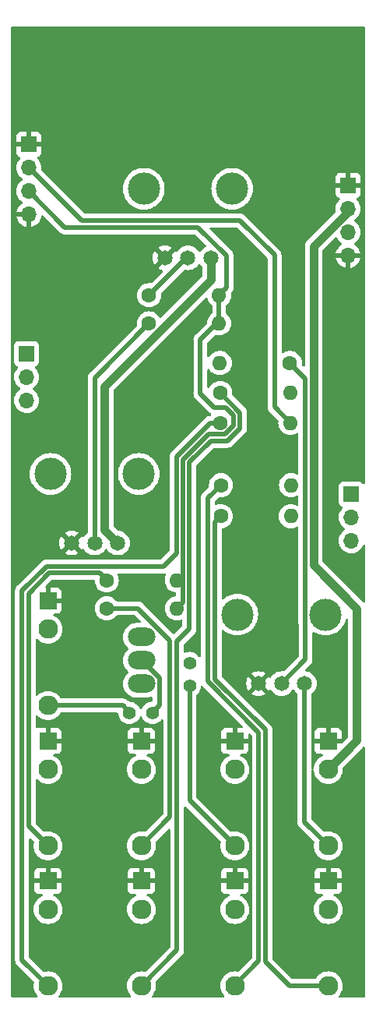
<source format=gbr>
%TF.GenerationSoftware,KiCad,Pcbnew,(6.0.4)*%
%TF.CreationDate,2022-06-07T17:20:58+01:00*%
%TF.ProjectId,control-board,636f6e74-726f-46c2-9d62-6f6172642e6b,rev?*%
%TF.SameCoordinates,Original*%
%TF.FileFunction,Copper,L2,Bot*%
%TF.FilePolarity,Positive*%
%FSLAX46Y46*%
G04 Gerber Fmt 4.6, Leading zero omitted, Abs format (unit mm)*
G04 Created by KiCad (PCBNEW (6.0.4)) date 2022-06-07 17:20:58*
%MOMM*%
%LPD*%
G01*
G04 APERTURE LIST*
%TA.AperFunction,ComponentPad*%
%ADD10R,1.930000X1.830000*%
%TD*%
%TA.AperFunction,ComponentPad*%
%ADD11C,2.130000*%
%TD*%
%TA.AperFunction,ComponentPad*%
%ADD12C,1.600000*%
%TD*%
%TA.AperFunction,ComponentPad*%
%ADD13O,1.600000X1.600000*%
%TD*%
%TA.AperFunction,ComponentPad*%
%ADD14O,3.000000X2.000000*%
%TD*%
%TA.AperFunction,ComponentPad*%
%ADD15C,1.650000*%
%TD*%
%TA.AperFunction,ComponentPad*%
%ADD16C,3.495000*%
%TD*%
%TA.AperFunction,ComponentPad*%
%ADD17C,1.400000*%
%TD*%
%TA.AperFunction,ComponentPad*%
%ADD18R,1.700000X1.700000*%
%TD*%
%TA.AperFunction,ComponentPad*%
%ADD19O,1.700000X1.700000*%
%TD*%
%TA.AperFunction,Conductor*%
%ADD20C,0.500000*%
%TD*%
%TA.AperFunction,Conductor*%
%ADD21C,0.890000*%
%TD*%
G04 APERTURE END LIST*
D10*
%TO.P,J8,S*%
%TO.N,GND*%
X50220000Y-93376000D03*
D11*
%TO.P,J8,T*%
%TO.N,/PWM*%
X50220000Y-104776000D03*
%TO.P,J8,TN*%
%TO.N,+5VA*%
X50220000Y-96476000D03*
%TD*%
D12*
%TO.P,R19,1*%
%TO.N,/CV1*%
X26130000Y-75934000D03*
D13*
%TO.P,R19,2*%
%TO.N,/CV_NODE*%
X33750000Y-75934000D03*
%TD*%
D10*
%TO.P,J4,S*%
%TO.N,GND*%
X19740000Y-78136000D03*
D11*
%TO.P,J4,T*%
%TO.N,/SYNC*%
X19740000Y-89536000D03*
%TO.P,J4,TN*%
%TO.N,unconnected-(J4-PadTN)*%
X19740000Y-81236000D03*
%TD*%
D14*
%TO.P,S1,1,A*%
%TO.N,/SOFT_SYNC*%
X29900000Y-87156000D03*
%TO.P,S1,2,B*%
%TO.N,Net-(C6-Pad2)*%
X29900000Y-84616000D03*
%TO.P,S1,3,C*%
%TO.N,/HARD_SYNC*%
X29900000Y-82076000D03*
%TD*%
D15*
%TO.P,RV4,1,1*%
%TO.N,GND*%
X22315000Y-71871000D03*
%TO.P,RV4,2,2*%
%TO.N,Net-(R39-Pad1)*%
X24815000Y-71871000D03*
%TO.P,RV4,3,3*%
%TO.N,+5VA*%
X27315000Y-71871000D03*
D16*
%TO.P,RV4,MH1*%
%TO.N,N/C*%
X20015000Y-64371000D03*
%TO.P,RV4,MH2*%
X29615000Y-64371000D03*
%TD*%
D12*
%TO.P,R14,1*%
%TO.N,/SAW*%
X38555000Y-65596000D03*
D13*
%TO.P,R14,2*%
%TO.N,/SAW_RAW*%
X46175000Y-65596000D03*
%TD*%
D10*
%TO.P,J6,S*%
%TO.N,GND*%
X40060000Y-93376000D03*
D11*
%TO.P,J6,T*%
%TO.N,/LINFM*%
X40060000Y-104776000D03*
%TO.P,J6,TN*%
%TO.N,unconnected-(J6-PadTN)*%
X40060000Y-96476000D03*
%TD*%
D12*
%TO.P,R11,1*%
%TO.N,Net-(R11-Pad1)*%
X30734000Y-44958000D03*
D13*
%TO.P,R11,2*%
%TO.N,/CV_NODE*%
X38354000Y-44958000D03*
%TD*%
D10*
%TO.P,J1,S*%
%TO.N,GND*%
X29900000Y-108591000D03*
D11*
%TO.P,J1,T*%
%TO.N,/TRI*%
X29900000Y-119991000D03*
%TO.P,J1,TN*%
%TO.N,unconnected-(J1-PadTN)*%
X29900000Y-111691000D03*
%TD*%
D15*
%TO.P,RV3,1,1*%
%TO.N,GND*%
X32465000Y-40896000D03*
%TO.P,RV3,2,2*%
%TO.N,Net-(R11-Pad1)*%
X34965000Y-40896000D03*
%TO.P,RV3,3,3*%
%TO.N,+5VA*%
X37465000Y-40896000D03*
D16*
%TO.P,RV3,MH1*%
%TO.N,N/C*%
X30165000Y-33396000D03*
%TO.P,RV3,MH2*%
X39765000Y-33396000D03*
%TD*%
D15*
%TO.P,RV5,1,1*%
%TO.N,GND*%
X42640000Y-87146000D03*
%TO.P,RV5,2,2*%
%TO.N,Net-(R33-Pad1)*%
X45140000Y-87146000D03*
%TO.P,RV5,3,3*%
%TO.N,/PWM*%
X47640000Y-87146000D03*
D16*
%TO.P,RV5,MH1*%
%TO.N,N/C*%
X40340000Y-79646000D03*
%TO.P,RV5,MH2*%
X49940000Y-79646000D03*
%TD*%
D10*
%TO.P,J12,S*%
%TO.N,GND*%
X19740000Y-108591000D03*
D11*
%TO.P,J12,T*%
%TO.N,/SIN*%
X19740000Y-119991000D03*
%TO.P,J12,TN*%
%TO.N,unconnected-(J12-PadTN)*%
X19740000Y-111691000D03*
%TD*%
D10*
%TO.P,J2,S*%
%TO.N,GND*%
X40060000Y-108591000D03*
D11*
%TO.P,J2,T*%
%TO.N,/SAW*%
X40060000Y-119991000D03*
%TO.P,J2,TN*%
%TO.N,unconnected-(J2-PadTN)*%
X40060000Y-111691000D03*
%TD*%
D10*
%TO.P,J3,S*%
%TO.N,GND*%
X19740000Y-93376000D03*
D11*
%TO.P,J3,T*%
%TO.N,/CV1*%
X19740000Y-104776000D03*
%TO.P,J3,TN*%
%TO.N,unconnected-(J3-PadTN)*%
X19740000Y-96476000D03*
%TD*%
D12*
%TO.P,R3,1*%
%TO.N,/TRI*%
X38480000Y-55571000D03*
D13*
%TO.P,R3,2*%
%TO.N,/TRI_RAW*%
X46100000Y-55571000D03*
%TD*%
D17*
%TO.P,C6,1*%
%TO.N,/SYNC*%
X28590000Y-90324000D03*
%TO.P,C6,2*%
%TO.N,Net-(C6-Pad2)*%
X31090000Y-90324000D03*
%TD*%
D12*
%TO.P,R26,1*%
%TO.N,/PULSE*%
X38540000Y-68971000D03*
D13*
%TO.P,R26,2*%
%TO.N,/PULSE_RAW*%
X46160000Y-68971000D03*
%TD*%
D10*
%TO.P,J5,S*%
%TO.N,GND*%
X29900000Y-93376000D03*
D11*
%TO.P,J5,T*%
%TO.N,/CV2*%
X29900000Y-104776000D03*
%TO.P,J5,TN*%
%TO.N,unconnected-(J5-PadTN)*%
X29900000Y-96476000D03*
%TD*%
D17*
%TO.P,C8,1*%
%TO.N,/LINFM*%
X35140000Y-87421000D03*
%TO.P,C8,2*%
%TO.N,/LINFM_IN*%
X35140000Y-84921000D03*
%TD*%
D12*
%TO.P,R23,1*%
%TO.N,/CV2*%
X26140000Y-78971000D03*
D13*
%TO.P,R23,2*%
%TO.N,/CV_NODE*%
X33760000Y-78971000D03*
%TD*%
D12*
%TO.P,R39,1*%
%TO.N,Net-(R39-Pad1)*%
X30734000Y-48006000D03*
D13*
%TO.P,R39,2*%
%TO.N,/CV_NODE*%
X38354000Y-48006000D03*
%TD*%
D12*
%TO.P,R38,1*%
%TO.N,/SIN*%
X38480000Y-58821000D03*
D13*
%TO.P,R38,2*%
%TO.N,/SIN_RAW*%
X46100000Y-58821000D03*
%TD*%
D10*
%TO.P,J7,S*%
%TO.N,GND*%
X50220000Y-108591000D03*
D11*
%TO.P,J7,T*%
%TO.N,/PULSE*%
X50220000Y-119991000D03*
%TO.P,J7,TN*%
%TO.N,unconnected-(J7-PadTN)*%
X50220000Y-111691000D03*
%TD*%
D12*
%TO.P,R33,1*%
%TO.N,Net-(R33-Pad1)*%
X46050000Y-52321000D03*
D13*
%TO.P,R33,2*%
%TO.N,/PWM_IN*%
X38430000Y-52321000D03*
%TD*%
D18*
%TO.P,J14,1,Pin_1*%
%TO.N,GND*%
X17658000Y-28574000D03*
D19*
%TO.P,J14,2,Pin_2*%
%TO.N,/SIN_RAW*%
X17658000Y-31114000D03*
%TO.P,J14,3,Pin_3*%
%TO.N,/CV_NODE*%
X17658000Y-33654000D03*
%TO.P,J14,4,Pin_4*%
%TO.N,GND*%
X17658000Y-36194000D03*
%TD*%
D18*
%TO.P,J20,1,Pin_1*%
%TO.N,/SOFT_SYNC*%
X52710000Y-66554000D03*
D19*
%TO.P,J20,2,Pin_2*%
%TO.N,/SAW_RAW*%
X52710000Y-69094000D03*
%TO.P,J20,3,Pin_3*%
%TO.N,/TRI_RAW*%
X52710000Y-71634000D03*
%TD*%
D18*
%TO.P,J18,1,Pin_1*%
%TO.N,/PWM_IN*%
X17404000Y-51308000D03*
D19*
%TO.P,J18,2,Pin_2*%
%TO.N,/HARD_SYNC*%
X17404000Y-53848000D03*
%TO.P,J18,3,Pin_3*%
%TO.N,/PULSE_RAW*%
X17404000Y-56388000D03*
%TD*%
D18*
%TO.P,J16,1,Pin_1*%
%TO.N,GND*%
X52380000Y-33020000D03*
D19*
%TO.P,J16,2,Pin_2*%
%TO.N,+5VA*%
X52380000Y-35560000D03*
%TO.P,J16,3,Pin_3*%
%TO.N,/LINFM_IN*%
X52380000Y-38100000D03*
%TO.P,J16,4,Pin_4*%
%TO.N,GND*%
X52380000Y-40640000D03*
%TD*%
D20*
%TO.N,Net-(C6-Pad2)*%
X29909930Y-84616000D02*
X31849520Y-86555590D01*
X31849520Y-86555590D02*
X31849520Y-89486480D01*
X31849520Y-89486480D02*
X31090000Y-90246000D01*
X29900000Y-84616000D02*
X29909930Y-84616000D01*
%TO.N,/SYNC*%
X27880000Y-89536000D02*
X28590000Y-90246000D01*
X19740000Y-89536000D02*
X27880000Y-89536000D01*
%TO.N,/LINFM*%
X35140000Y-87421000D02*
X35140000Y-99856000D01*
X35140000Y-99856000D02*
X40060000Y-104776000D01*
%TO.N,/TRI*%
X39287315Y-60770031D02*
X40639999Y-59417347D01*
X33782000Y-116109000D02*
X33782000Y-82550000D01*
X37463239Y-60770031D02*
X39287315Y-60770031D01*
X35130000Y-63103270D02*
X37463239Y-60770031D01*
X29900000Y-119991000D02*
X33782000Y-116109000D01*
X33782000Y-82550000D02*
X35130000Y-81202000D01*
X35130000Y-81202000D02*
X35130000Y-63103270D01*
X40639999Y-59417347D02*
X40640000Y-57731000D01*
X40640000Y-57731000D02*
X38480000Y-55571000D01*
%TO.N,/SAW*%
X40060000Y-119934000D02*
X42672000Y-117322000D01*
X37130000Y-67012750D02*
X38546750Y-65596000D01*
X40060000Y-119991000D02*
X40060000Y-119934000D01*
X42672000Y-92456000D02*
X37130000Y-86914000D01*
X38546750Y-65596000D02*
X38555000Y-65596000D01*
X42672000Y-117322000D02*
X42672000Y-92456000D01*
X37130000Y-86914000D02*
X37130000Y-67012750D01*
%TO.N,/CV1*%
X17630000Y-102666000D02*
X19740000Y-104776000D01*
X26140000Y-75896000D02*
X25365520Y-75121520D01*
X19872480Y-75121520D02*
X17630000Y-77364000D01*
X25365520Y-75121520D02*
X19872480Y-75121520D01*
X17630000Y-77364000D02*
X17630000Y-102666000D01*
%TO.N,/CV2*%
X33020000Y-101656000D02*
X33020000Y-82471035D01*
X33020000Y-82471035D02*
X29519965Y-78971000D01*
X29519965Y-78971000D02*
X26140000Y-78971000D01*
X29900000Y-104776000D02*
X33020000Y-101656000D01*
%TO.N,/PULSE*%
X46007000Y-119991000D02*
X43371520Y-117355520D01*
X43371520Y-117355520D02*
X43371520Y-92166250D01*
X37880000Y-69631000D02*
X38540000Y-68971000D01*
X43371520Y-92166250D02*
X37880000Y-86674730D01*
X37880000Y-86674730D02*
X37880000Y-69631000D01*
X50220000Y-119991000D02*
X46007000Y-119991000D01*
D21*
%TO.N,+5VA*%
X48630000Y-53635958D02*
X48637509Y-53643467D01*
X25908000Y-70464000D02*
X27315000Y-71871000D01*
X53340000Y-78994000D02*
X53340000Y-93356000D01*
X52710000Y-35566000D02*
X48630000Y-39646000D01*
X37465000Y-43317848D02*
X25908000Y-54874848D01*
X48630000Y-39646000D02*
X48630000Y-53635958D01*
X53340000Y-93356000D02*
X50220000Y-96476000D01*
X48637509Y-74291509D02*
X53340000Y-78994000D01*
X37465000Y-40896000D02*
X37465000Y-43317848D01*
X25908000Y-54874848D02*
X25908000Y-70464000D01*
X48637509Y-53643467D02*
X48637509Y-74291509D01*
D20*
%TO.N,/PWM*%
X50220000Y-104776000D02*
X47640000Y-102196000D01*
X47640000Y-102196000D02*
X47640000Y-87146000D01*
%TO.N,/SIN*%
X32322000Y-74422000D02*
X33730960Y-73013040D01*
X16930480Y-117181480D02*
X16930480Y-77074250D01*
X19740000Y-119991000D02*
X16930480Y-117181480D01*
X19582730Y-74422000D02*
X32322000Y-74422000D01*
X16930480Y-77074250D02*
X19582730Y-74422000D01*
X37423000Y-58821000D02*
X38480000Y-58821000D01*
X33730960Y-73013040D02*
X33730960Y-62513040D01*
X33730960Y-62513040D02*
X37423000Y-58821000D01*
%TO.N,/SIN_RAW*%
X23374000Y-36830000D02*
X17658000Y-31114000D01*
X44380000Y-40614000D02*
X40596000Y-36830000D01*
X40596000Y-36830000D02*
X23374000Y-36830000D01*
X46100000Y-58821000D02*
X44380000Y-57101000D01*
X44380000Y-57101000D02*
X44380000Y-40614000D01*
%TO.N,/CV_NODE*%
X21590000Y-37592000D02*
X17658000Y-33660000D01*
X39940480Y-58020750D02*
X39940480Y-59127596D01*
X38100000Y-48006000D02*
X36322000Y-49784000D01*
X39153999Y-40677999D02*
X36068000Y-37592000D01*
X39153999Y-44158001D02*
X39153999Y-40677999D01*
X36068000Y-37592000D02*
X21590000Y-37592000D01*
X38354000Y-48006000D02*
X38100000Y-48006000D01*
X36322000Y-49784000D02*
X36322000Y-55626000D01*
X38354000Y-44958000D02*
X38354000Y-48006000D01*
X17658000Y-33660000D02*
X17658000Y-33654000D01*
X37173489Y-60070511D02*
X34430480Y-62813520D01*
X34430480Y-78300520D02*
X33760000Y-78971000D01*
X38997565Y-60070511D02*
X37173489Y-60070511D01*
X39069730Y-57150000D02*
X39940480Y-58020750D01*
X36322000Y-55626000D02*
X37846000Y-57150000D01*
X38354000Y-44958000D02*
X39153999Y-44158001D01*
X37846000Y-57150000D02*
X39069730Y-57150000D01*
X39940480Y-59127596D02*
X38997565Y-60070511D01*
X34430480Y-62813520D02*
X34430480Y-78300520D01*
%TO.N,Net-(R11-Pad1)*%
X34796000Y-40896000D02*
X34965000Y-40896000D01*
X30734000Y-44958000D02*
X34796000Y-40896000D01*
%TO.N,Net-(R33-Pad1)*%
X47742989Y-54013989D02*
X46050000Y-52321000D01*
X47752000Y-80565044D02*
X47742989Y-80556033D01*
X45140000Y-87146000D02*
X47752000Y-84534000D01*
X47752000Y-84534000D02*
X47752000Y-80565044D01*
X47742989Y-80556033D02*
X47742989Y-54013989D01*
%TO.N,Net-(R39-Pad1)*%
X24815000Y-53925000D02*
X24815000Y-71871000D01*
X30734000Y-48006000D02*
X24815000Y-53925000D01*
%TD*%
%TA.AperFunction,Conductor*%
%TO.N,GND*%
G36*
X27326966Y-90314502D02*
G01*
X27373459Y-90368158D01*
X27384366Y-90409517D01*
X27395314Y-90534655D01*
X27396738Y-90539968D01*
X27396738Y-90539970D01*
X27438152Y-90694527D01*
X27450044Y-90738910D01*
X27539411Y-90930558D01*
X27660699Y-91103776D01*
X27810224Y-91253301D01*
X27983442Y-91374589D01*
X27988420Y-91376910D01*
X27988423Y-91376912D01*
X28170108Y-91461633D01*
X28175090Y-91463956D01*
X28180398Y-91465378D01*
X28180400Y-91465379D01*
X28374030Y-91517262D01*
X28374032Y-91517262D01*
X28379345Y-91518686D01*
X28590000Y-91537116D01*
X28800655Y-91518686D01*
X28805968Y-91517262D01*
X28805970Y-91517262D01*
X28999600Y-91465379D01*
X28999602Y-91465378D01*
X29004910Y-91463956D01*
X29009892Y-91461633D01*
X29191577Y-91376912D01*
X29191580Y-91376910D01*
X29196558Y-91374589D01*
X29369776Y-91253301D01*
X29519301Y-91103776D01*
X29640589Y-90930558D01*
X29725805Y-90747812D01*
X29772722Y-90694527D01*
X29841000Y-90675066D01*
X29908960Y-90695608D01*
X29954195Y-90747812D01*
X30039411Y-90930558D01*
X30160699Y-91103776D01*
X30310224Y-91253301D01*
X30483442Y-91374589D01*
X30488420Y-91376910D01*
X30488423Y-91376912D01*
X30670108Y-91461633D01*
X30675090Y-91463956D01*
X30680398Y-91465378D01*
X30680400Y-91465379D01*
X30874030Y-91517262D01*
X30874032Y-91517262D01*
X30879345Y-91518686D01*
X31090000Y-91537116D01*
X31300655Y-91518686D01*
X31305968Y-91517262D01*
X31305970Y-91517262D01*
X31499600Y-91465379D01*
X31499602Y-91465378D01*
X31504910Y-91463956D01*
X31509892Y-91461633D01*
X31691577Y-91376912D01*
X31691580Y-91376910D01*
X31696558Y-91374589D01*
X31869776Y-91253301D01*
X32019301Y-91103776D01*
X32032287Y-91085230D01*
X32087744Y-91040901D01*
X32158363Y-91033592D01*
X32221724Y-91065622D01*
X32257709Y-91126824D01*
X32261500Y-91157500D01*
X32261500Y-101289629D01*
X32241498Y-101357750D01*
X32224595Y-101378724D01*
X30389813Y-103213506D01*
X30327501Y-103247532D01*
X30271304Y-103246930D01*
X30151724Y-103218221D01*
X30151718Y-103218220D01*
X30146911Y-103217066D01*
X29900000Y-103197634D01*
X29653089Y-103217066D01*
X29648282Y-103218220D01*
X29648276Y-103218221D01*
X29526190Y-103247532D01*
X29412258Y-103274885D01*
X29407687Y-103276778D01*
X29407685Y-103276779D01*
X29188011Y-103367771D01*
X29188007Y-103367773D01*
X29183437Y-103369666D01*
X28972260Y-103499075D01*
X28783927Y-103659927D01*
X28623075Y-103848260D01*
X28493666Y-104059437D01*
X28491773Y-104064007D01*
X28491771Y-104064011D01*
X28400779Y-104283685D01*
X28398885Y-104288258D01*
X28397730Y-104293070D01*
X28342221Y-104524276D01*
X28342220Y-104524282D01*
X28341066Y-104529089D01*
X28321634Y-104776000D01*
X28341066Y-105022911D01*
X28342220Y-105027718D01*
X28342221Y-105027724D01*
X28378499Y-105178830D01*
X28398885Y-105263742D01*
X28493666Y-105492563D01*
X28623075Y-105703740D01*
X28783927Y-105892073D01*
X28972260Y-106052925D01*
X29183437Y-106182334D01*
X29188007Y-106184227D01*
X29188011Y-106184229D01*
X29407685Y-106275221D01*
X29412258Y-106277115D01*
X29497170Y-106297501D01*
X29648276Y-106333779D01*
X29648282Y-106333780D01*
X29653089Y-106334934D01*
X29900000Y-106354366D01*
X30146911Y-106334934D01*
X30151718Y-106333780D01*
X30151724Y-106333779D01*
X30302830Y-106297501D01*
X30387742Y-106277115D01*
X30392315Y-106275221D01*
X30611989Y-106184229D01*
X30611993Y-106184227D01*
X30616563Y-106182334D01*
X30827740Y-106052925D01*
X31016073Y-105892073D01*
X31176925Y-105703740D01*
X31306334Y-105492563D01*
X31401115Y-105263742D01*
X31421501Y-105178830D01*
X31457779Y-105027724D01*
X31457780Y-105027718D01*
X31458934Y-105022911D01*
X31478366Y-104776000D01*
X31458934Y-104529089D01*
X31457780Y-104524282D01*
X31457779Y-104524276D01*
X31429070Y-104404696D01*
X31432617Y-104333788D01*
X31462494Y-104286187D01*
X32808405Y-102940276D01*
X32870717Y-102906250D01*
X32941532Y-102911315D01*
X32998368Y-102953862D01*
X33023179Y-103020382D01*
X33023500Y-103029371D01*
X33023500Y-115742629D01*
X33003498Y-115810750D01*
X32986595Y-115831724D01*
X30389813Y-118428506D01*
X30327501Y-118462532D01*
X30271304Y-118461930D01*
X30151724Y-118433221D01*
X30151718Y-118433220D01*
X30146911Y-118432066D01*
X29900000Y-118412634D01*
X29653089Y-118432066D01*
X29648282Y-118433220D01*
X29648276Y-118433221D01*
X29526190Y-118462532D01*
X29412258Y-118489885D01*
X29407687Y-118491778D01*
X29407685Y-118491779D01*
X29188011Y-118582771D01*
X29188007Y-118582773D01*
X29183437Y-118584666D01*
X28972260Y-118714075D01*
X28783927Y-118874927D01*
X28623075Y-119063260D01*
X28493666Y-119274437D01*
X28398885Y-119503258D01*
X28397730Y-119508070D01*
X28342221Y-119739276D01*
X28342220Y-119739282D01*
X28341066Y-119744089D01*
X28321634Y-119991000D01*
X28341066Y-120237911D01*
X28342220Y-120242718D01*
X28342221Y-120242724D01*
X28378499Y-120393830D01*
X28398885Y-120478742D01*
X28400778Y-120483313D01*
X28400779Y-120483315D01*
X28479584Y-120673565D01*
X28493666Y-120707563D01*
X28623075Y-120918740D01*
X28626282Y-120922495D01*
X28626285Y-120922499D01*
X28717818Y-121029669D01*
X28746849Y-121094459D01*
X28736244Y-121164659D01*
X28689370Y-121217981D01*
X28622007Y-121237500D01*
X21017993Y-121237500D01*
X20949872Y-121217498D01*
X20903379Y-121163842D01*
X20893275Y-121093568D01*
X20922182Y-121029669D01*
X21013715Y-120922499D01*
X21013718Y-120922495D01*
X21016925Y-120918740D01*
X21146334Y-120707563D01*
X21160417Y-120673565D01*
X21239221Y-120483315D01*
X21239222Y-120483313D01*
X21241115Y-120478742D01*
X21261501Y-120393830D01*
X21297779Y-120242724D01*
X21297780Y-120242718D01*
X21298934Y-120237911D01*
X21318366Y-119991000D01*
X21298934Y-119744089D01*
X21297780Y-119739282D01*
X21297779Y-119739276D01*
X21242270Y-119508070D01*
X21241115Y-119503258D01*
X21146334Y-119274437D01*
X21016925Y-119063260D01*
X20856073Y-118874927D01*
X20667740Y-118714075D01*
X20456563Y-118584666D01*
X20451993Y-118582773D01*
X20451989Y-118582771D01*
X20232315Y-118491779D01*
X20232313Y-118491778D01*
X20227742Y-118489885D01*
X20113810Y-118462532D01*
X19991724Y-118433221D01*
X19991718Y-118433220D01*
X19986911Y-118432066D01*
X19740000Y-118412634D01*
X19493089Y-118432066D01*
X19488282Y-118433220D01*
X19488276Y-118433221D01*
X19368696Y-118461930D01*
X19297788Y-118458383D01*
X19250187Y-118428506D01*
X17725885Y-116904204D01*
X17691859Y-116841892D01*
X17688980Y-116815109D01*
X17688980Y-111691000D01*
X18161634Y-111691000D01*
X18181066Y-111937911D01*
X18182220Y-111942718D01*
X18182221Y-111942724D01*
X18218499Y-112093830D01*
X18238885Y-112178742D01*
X18333666Y-112407563D01*
X18463075Y-112618740D01*
X18623927Y-112807073D01*
X18812260Y-112967925D01*
X19023437Y-113097334D01*
X19028007Y-113099227D01*
X19028011Y-113099229D01*
X19247685Y-113190221D01*
X19252258Y-113192115D01*
X19337170Y-113212501D01*
X19488276Y-113248779D01*
X19488282Y-113248780D01*
X19493089Y-113249934D01*
X19740000Y-113269366D01*
X19986911Y-113249934D01*
X19991718Y-113248780D01*
X19991724Y-113248779D01*
X20142830Y-113212501D01*
X20227742Y-113192115D01*
X20232315Y-113190221D01*
X20451989Y-113099229D01*
X20451993Y-113099227D01*
X20456563Y-113097334D01*
X20667740Y-112967925D01*
X20856073Y-112807073D01*
X21016925Y-112618740D01*
X21146334Y-112407563D01*
X21241115Y-112178742D01*
X21261501Y-112093830D01*
X21297779Y-111942724D01*
X21297780Y-111942718D01*
X21298934Y-111937911D01*
X21318366Y-111691000D01*
X28321634Y-111691000D01*
X28341066Y-111937911D01*
X28342220Y-111942718D01*
X28342221Y-111942724D01*
X28378499Y-112093830D01*
X28398885Y-112178742D01*
X28493666Y-112407563D01*
X28623075Y-112618740D01*
X28783927Y-112807073D01*
X28972260Y-112967925D01*
X29183437Y-113097334D01*
X29188007Y-113099227D01*
X29188011Y-113099229D01*
X29407685Y-113190221D01*
X29412258Y-113192115D01*
X29497170Y-113212501D01*
X29648276Y-113248779D01*
X29648282Y-113248780D01*
X29653089Y-113249934D01*
X29900000Y-113269366D01*
X30146911Y-113249934D01*
X30151718Y-113248780D01*
X30151724Y-113248779D01*
X30302830Y-113212501D01*
X30387742Y-113192115D01*
X30392315Y-113190221D01*
X30611989Y-113099229D01*
X30611993Y-113099227D01*
X30616563Y-113097334D01*
X30827740Y-112967925D01*
X31016073Y-112807073D01*
X31176925Y-112618740D01*
X31306334Y-112407563D01*
X31401115Y-112178742D01*
X31421501Y-112093830D01*
X31457779Y-111942724D01*
X31457780Y-111942718D01*
X31458934Y-111937911D01*
X31478366Y-111691000D01*
X31458934Y-111444089D01*
X31457780Y-111439282D01*
X31457779Y-111439276D01*
X31402270Y-111208070D01*
X31401115Y-111203258D01*
X31306334Y-110974437D01*
X31176925Y-110763260D01*
X31016073Y-110574927D01*
X30827740Y-110414075D01*
X30616563Y-110284666D01*
X30548342Y-110256408D01*
X30493062Y-110211859D01*
X30470641Y-110144496D01*
X30488199Y-110075705D01*
X30540162Y-110027326D01*
X30596561Y-110013999D01*
X30909669Y-110013999D01*
X30916490Y-110013629D01*
X30967352Y-110008105D01*
X30982604Y-110004479D01*
X31103054Y-109959324D01*
X31118649Y-109950786D01*
X31220724Y-109874285D01*
X31233285Y-109861724D01*
X31309786Y-109759649D01*
X31318324Y-109744054D01*
X31363478Y-109623606D01*
X31367105Y-109608351D01*
X31372631Y-109557486D01*
X31373000Y-109550672D01*
X31373000Y-108863115D01*
X31368525Y-108847876D01*
X31367135Y-108846671D01*
X31359452Y-108845000D01*
X28445116Y-108845000D01*
X28429877Y-108849475D01*
X28428672Y-108850865D01*
X28427001Y-108858548D01*
X28427001Y-109550669D01*
X28427371Y-109557490D01*
X28432895Y-109608352D01*
X28436521Y-109623604D01*
X28481676Y-109744054D01*
X28490214Y-109759649D01*
X28566715Y-109861724D01*
X28579276Y-109874285D01*
X28681351Y-109950786D01*
X28696946Y-109959324D01*
X28817394Y-110004478D01*
X28832649Y-110008105D01*
X28883514Y-110013631D01*
X28890328Y-110014000D01*
X29203438Y-110014000D01*
X29271559Y-110034002D01*
X29318052Y-110087658D01*
X29328156Y-110157932D01*
X29298662Y-110222512D01*
X29251657Y-110256408D01*
X29223360Y-110268129D01*
X29188011Y-110282771D01*
X29188007Y-110282773D01*
X29183437Y-110284666D01*
X28972260Y-110414075D01*
X28783927Y-110574927D01*
X28623075Y-110763260D01*
X28493666Y-110974437D01*
X28398885Y-111203258D01*
X28397730Y-111208070D01*
X28342221Y-111439276D01*
X28342220Y-111439282D01*
X28341066Y-111444089D01*
X28321634Y-111691000D01*
X21318366Y-111691000D01*
X21298934Y-111444089D01*
X21297780Y-111439282D01*
X21297779Y-111439276D01*
X21242270Y-111208070D01*
X21241115Y-111203258D01*
X21146334Y-110974437D01*
X21016925Y-110763260D01*
X20856073Y-110574927D01*
X20667740Y-110414075D01*
X20456563Y-110284666D01*
X20388342Y-110256408D01*
X20333062Y-110211859D01*
X20310641Y-110144496D01*
X20328199Y-110075705D01*
X20380162Y-110027326D01*
X20436561Y-110013999D01*
X20749669Y-110013999D01*
X20756490Y-110013629D01*
X20807352Y-110008105D01*
X20822604Y-110004479D01*
X20943054Y-109959324D01*
X20958649Y-109950786D01*
X21060724Y-109874285D01*
X21073285Y-109861724D01*
X21149786Y-109759649D01*
X21158324Y-109744054D01*
X21203478Y-109623606D01*
X21207105Y-109608351D01*
X21212631Y-109557486D01*
X21213000Y-109550672D01*
X21213000Y-108863115D01*
X21208525Y-108847876D01*
X21207135Y-108846671D01*
X21199452Y-108845000D01*
X18285116Y-108845000D01*
X18269877Y-108849475D01*
X18268672Y-108850865D01*
X18267001Y-108858548D01*
X18267001Y-109550669D01*
X18267371Y-109557490D01*
X18272895Y-109608352D01*
X18276521Y-109623604D01*
X18321676Y-109744054D01*
X18330214Y-109759649D01*
X18406715Y-109861724D01*
X18419276Y-109874285D01*
X18521351Y-109950786D01*
X18536946Y-109959324D01*
X18657394Y-110004478D01*
X18672649Y-110008105D01*
X18723514Y-110013631D01*
X18730328Y-110014000D01*
X19043438Y-110014000D01*
X19111559Y-110034002D01*
X19158052Y-110087658D01*
X19168156Y-110157932D01*
X19138662Y-110222512D01*
X19091657Y-110256408D01*
X19063360Y-110268129D01*
X19028011Y-110282771D01*
X19028007Y-110282773D01*
X19023437Y-110284666D01*
X18812260Y-110414075D01*
X18623927Y-110574927D01*
X18463075Y-110763260D01*
X18333666Y-110974437D01*
X18238885Y-111203258D01*
X18237730Y-111208070D01*
X18182221Y-111439276D01*
X18182220Y-111439282D01*
X18181066Y-111444089D01*
X18161634Y-111691000D01*
X17688980Y-111691000D01*
X17688980Y-108318885D01*
X18267000Y-108318885D01*
X18271475Y-108334124D01*
X18272865Y-108335329D01*
X18280548Y-108337000D01*
X19467885Y-108337000D01*
X19483124Y-108332525D01*
X19484329Y-108331135D01*
X19486000Y-108323452D01*
X19486000Y-108318885D01*
X19994000Y-108318885D01*
X19998475Y-108334124D01*
X19999865Y-108335329D01*
X20007548Y-108337000D01*
X21194884Y-108337000D01*
X21210123Y-108332525D01*
X21211328Y-108331135D01*
X21212999Y-108323452D01*
X21212999Y-108318885D01*
X28427000Y-108318885D01*
X28431475Y-108334124D01*
X28432865Y-108335329D01*
X28440548Y-108337000D01*
X29627885Y-108337000D01*
X29643124Y-108332525D01*
X29644329Y-108331135D01*
X29646000Y-108323452D01*
X29646000Y-108318885D01*
X30154000Y-108318885D01*
X30158475Y-108334124D01*
X30159865Y-108335329D01*
X30167548Y-108337000D01*
X31354884Y-108337000D01*
X31370123Y-108332525D01*
X31371328Y-108331135D01*
X31372999Y-108323452D01*
X31372999Y-107631331D01*
X31372629Y-107624510D01*
X31367105Y-107573648D01*
X31363479Y-107558396D01*
X31318324Y-107437946D01*
X31309786Y-107422351D01*
X31233285Y-107320276D01*
X31220724Y-107307715D01*
X31118649Y-107231214D01*
X31103054Y-107222676D01*
X30982606Y-107177522D01*
X30967351Y-107173895D01*
X30916486Y-107168369D01*
X30909672Y-107168000D01*
X30172115Y-107168000D01*
X30156876Y-107172475D01*
X30155671Y-107173865D01*
X30154000Y-107181548D01*
X30154000Y-108318885D01*
X29646000Y-108318885D01*
X29646000Y-107186116D01*
X29641525Y-107170877D01*
X29640135Y-107169672D01*
X29632452Y-107168001D01*
X28890331Y-107168001D01*
X28883510Y-107168371D01*
X28832648Y-107173895D01*
X28817396Y-107177521D01*
X28696946Y-107222676D01*
X28681351Y-107231214D01*
X28579276Y-107307715D01*
X28566715Y-107320276D01*
X28490214Y-107422351D01*
X28481676Y-107437946D01*
X28436522Y-107558394D01*
X28432895Y-107573649D01*
X28427369Y-107624514D01*
X28427000Y-107631328D01*
X28427000Y-108318885D01*
X21212999Y-108318885D01*
X21212999Y-107631331D01*
X21212629Y-107624510D01*
X21207105Y-107573648D01*
X21203479Y-107558396D01*
X21158324Y-107437946D01*
X21149786Y-107422351D01*
X21073285Y-107320276D01*
X21060724Y-107307715D01*
X20958649Y-107231214D01*
X20943054Y-107222676D01*
X20822606Y-107177522D01*
X20807351Y-107173895D01*
X20756486Y-107168369D01*
X20749672Y-107168000D01*
X20012115Y-107168000D01*
X19996876Y-107172475D01*
X19995671Y-107173865D01*
X19994000Y-107181548D01*
X19994000Y-108318885D01*
X19486000Y-108318885D01*
X19486000Y-107186116D01*
X19481525Y-107170877D01*
X19480135Y-107169672D01*
X19472452Y-107168001D01*
X18730331Y-107168001D01*
X18723510Y-107168371D01*
X18672648Y-107173895D01*
X18657396Y-107177521D01*
X18536946Y-107222676D01*
X18521351Y-107231214D01*
X18419276Y-107307715D01*
X18406715Y-107320276D01*
X18330214Y-107422351D01*
X18321676Y-107437946D01*
X18276522Y-107558394D01*
X18272895Y-107573649D01*
X18267369Y-107624514D01*
X18267000Y-107631328D01*
X18267000Y-108318885D01*
X17688980Y-108318885D01*
X17688980Y-104101851D01*
X17708982Y-104033730D01*
X17762638Y-103987237D01*
X17832912Y-103977133D01*
X17897492Y-104006627D01*
X17904075Y-104012756D01*
X18177506Y-104286187D01*
X18211532Y-104348499D01*
X18210930Y-104404696D01*
X18182221Y-104524276D01*
X18182220Y-104524282D01*
X18181066Y-104529089D01*
X18161634Y-104776000D01*
X18181066Y-105022911D01*
X18182220Y-105027718D01*
X18182221Y-105027724D01*
X18218499Y-105178830D01*
X18238885Y-105263742D01*
X18333666Y-105492563D01*
X18463075Y-105703740D01*
X18623927Y-105892073D01*
X18812260Y-106052925D01*
X19023437Y-106182334D01*
X19028007Y-106184227D01*
X19028011Y-106184229D01*
X19247685Y-106275221D01*
X19252258Y-106277115D01*
X19337170Y-106297501D01*
X19488276Y-106333779D01*
X19488282Y-106333780D01*
X19493089Y-106334934D01*
X19740000Y-106354366D01*
X19986911Y-106334934D01*
X19991718Y-106333780D01*
X19991724Y-106333779D01*
X20142830Y-106297501D01*
X20227742Y-106277115D01*
X20232315Y-106275221D01*
X20451989Y-106184229D01*
X20451993Y-106184227D01*
X20456563Y-106182334D01*
X20667740Y-106052925D01*
X20856073Y-105892073D01*
X21016925Y-105703740D01*
X21146334Y-105492563D01*
X21241115Y-105263742D01*
X21261501Y-105178830D01*
X21297779Y-105027724D01*
X21297780Y-105027718D01*
X21298934Y-105022911D01*
X21318366Y-104776000D01*
X21298934Y-104529089D01*
X21297780Y-104524282D01*
X21297779Y-104524276D01*
X21242270Y-104293070D01*
X21241115Y-104288258D01*
X21239221Y-104283685D01*
X21148229Y-104064011D01*
X21148227Y-104064007D01*
X21146334Y-104059437D01*
X21016925Y-103848260D01*
X20856073Y-103659927D01*
X20667740Y-103499075D01*
X20456563Y-103369666D01*
X20451993Y-103367773D01*
X20451989Y-103367771D01*
X20232315Y-103276779D01*
X20232313Y-103276778D01*
X20227742Y-103274885D01*
X20113810Y-103247532D01*
X19991724Y-103218221D01*
X19991718Y-103218220D01*
X19986911Y-103217066D01*
X19740000Y-103197634D01*
X19493089Y-103217066D01*
X19488282Y-103218220D01*
X19488276Y-103218221D01*
X19368696Y-103246930D01*
X19297788Y-103243383D01*
X19250187Y-103213506D01*
X18425405Y-102388724D01*
X18391379Y-102326412D01*
X18388500Y-102299629D01*
X18388500Y-97657962D01*
X18408502Y-97589841D01*
X18462158Y-97543348D01*
X18532432Y-97533244D01*
X18597012Y-97562738D01*
X18610310Y-97576131D01*
X18620712Y-97588310D01*
X18620719Y-97588317D01*
X18623927Y-97592073D01*
X18812260Y-97752925D01*
X19023437Y-97882334D01*
X19028007Y-97884227D01*
X19028011Y-97884229D01*
X19247685Y-97975221D01*
X19252258Y-97977115D01*
X19337170Y-97997501D01*
X19488276Y-98033779D01*
X19488282Y-98033780D01*
X19493089Y-98034934D01*
X19740000Y-98054366D01*
X19986911Y-98034934D01*
X19991718Y-98033780D01*
X19991724Y-98033779D01*
X20142830Y-97997501D01*
X20227742Y-97977115D01*
X20232315Y-97975221D01*
X20451989Y-97884229D01*
X20451993Y-97884227D01*
X20456563Y-97882334D01*
X20667740Y-97752925D01*
X20856073Y-97592073D01*
X21016925Y-97403740D01*
X21146334Y-97192563D01*
X21241115Y-96963742D01*
X21261501Y-96878830D01*
X21297779Y-96727724D01*
X21297780Y-96727718D01*
X21298934Y-96722911D01*
X21318366Y-96476000D01*
X28321634Y-96476000D01*
X28341066Y-96722911D01*
X28342220Y-96727718D01*
X28342221Y-96727724D01*
X28378499Y-96878830D01*
X28398885Y-96963742D01*
X28493666Y-97192563D01*
X28623075Y-97403740D01*
X28783927Y-97592073D01*
X28972260Y-97752925D01*
X29183437Y-97882334D01*
X29188007Y-97884227D01*
X29188011Y-97884229D01*
X29407685Y-97975221D01*
X29412258Y-97977115D01*
X29497170Y-97997501D01*
X29648276Y-98033779D01*
X29648282Y-98033780D01*
X29653089Y-98034934D01*
X29900000Y-98054366D01*
X30146911Y-98034934D01*
X30151718Y-98033780D01*
X30151724Y-98033779D01*
X30302830Y-97997501D01*
X30387742Y-97977115D01*
X30392315Y-97975221D01*
X30611989Y-97884229D01*
X30611993Y-97884227D01*
X30616563Y-97882334D01*
X30827740Y-97752925D01*
X31016073Y-97592073D01*
X31176925Y-97403740D01*
X31306334Y-97192563D01*
X31401115Y-96963742D01*
X31421501Y-96878830D01*
X31457779Y-96727724D01*
X31457780Y-96727718D01*
X31458934Y-96722911D01*
X31478366Y-96476000D01*
X31458934Y-96229089D01*
X31457780Y-96224282D01*
X31457779Y-96224276D01*
X31402270Y-95993070D01*
X31401115Y-95988258D01*
X31306334Y-95759437D01*
X31176925Y-95548260D01*
X31016073Y-95359927D01*
X30827740Y-95199075D01*
X30616563Y-95069666D01*
X30548342Y-95041408D01*
X30493062Y-94996859D01*
X30470641Y-94929496D01*
X30488199Y-94860705D01*
X30540162Y-94812326D01*
X30596561Y-94798999D01*
X30909669Y-94798999D01*
X30916490Y-94798629D01*
X30967352Y-94793105D01*
X30982604Y-94789479D01*
X31103054Y-94744324D01*
X31118649Y-94735786D01*
X31220724Y-94659285D01*
X31233285Y-94646724D01*
X31309786Y-94544649D01*
X31318324Y-94529054D01*
X31363478Y-94408606D01*
X31367105Y-94393351D01*
X31372631Y-94342486D01*
X31373000Y-94335672D01*
X31373000Y-93648115D01*
X31368525Y-93632876D01*
X31367135Y-93631671D01*
X31359452Y-93630000D01*
X28445116Y-93630000D01*
X28429877Y-93634475D01*
X28428672Y-93635865D01*
X28427001Y-93643548D01*
X28427001Y-94335669D01*
X28427371Y-94342490D01*
X28432895Y-94393352D01*
X28436521Y-94408604D01*
X28481676Y-94529054D01*
X28490214Y-94544649D01*
X28566715Y-94646724D01*
X28579276Y-94659285D01*
X28681351Y-94735786D01*
X28696946Y-94744324D01*
X28817394Y-94789478D01*
X28832649Y-94793105D01*
X28883514Y-94798631D01*
X28890328Y-94799000D01*
X29203438Y-94799000D01*
X29271559Y-94819002D01*
X29318052Y-94872658D01*
X29328156Y-94942932D01*
X29298662Y-95007512D01*
X29251657Y-95041408D01*
X29223360Y-95053129D01*
X29188011Y-95067771D01*
X29188007Y-95067773D01*
X29183437Y-95069666D01*
X28972260Y-95199075D01*
X28783927Y-95359927D01*
X28623075Y-95548260D01*
X28493666Y-95759437D01*
X28398885Y-95988258D01*
X28397730Y-95993070D01*
X28342221Y-96224276D01*
X28342220Y-96224282D01*
X28341066Y-96229089D01*
X28321634Y-96476000D01*
X21318366Y-96476000D01*
X21298934Y-96229089D01*
X21297780Y-96224282D01*
X21297779Y-96224276D01*
X21242270Y-95993070D01*
X21241115Y-95988258D01*
X21146334Y-95759437D01*
X21016925Y-95548260D01*
X20856073Y-95359927D01*
X20667740Y-95199075D01*
X20456563Y-95069666D01*
X20388342Y-95041408D01*
X20333062Y-94996859D01*
X20310641Y-94929496D01*
X20328199Y-94860705D01*
X20380162Y-94812326D01*
X20436561Y-94798999D01*
X20749669Y-94798999D01*
X20756490Y-94798629D01*
X20807352Y-94793105D01*
X20822604Y-94789479D01*
X20943054Y-94744324D01*
X20958649Y-94735786D01*
X21060724Y-94659285D01*
X21073285Y-94646724D01*
X21149786Y-94544649D01*
X21158324Y-94529054D01*
X21203478Y-94408606D01*
X21207105Y-94393351D01*
X21212631Y-94342486D01*
X21213000Y-94335672D01*
X21213000Y-93648115D01*
X21208525Y-93632876D01*
X21207135Y-93631671D01*
X21199452Y-93630000D01*
X19612000Y-93630000D01*
X19543879Y-93609998D01*
X19497386Y-93556342D01*
X19486000Y-93504000D01*
X19486000Y-93103885D01*
X19994000Y-93103885D01*
X19998475Y-93119124D01*
X19999865Y-93120329D01*
X20007548Y-93122000D01*
X21194884Y-93122000D01*
X21210123Y-93117525D01*
X21211328Y-93116135D01*
X21212999Y-93108452D01*
X21212999Y-93103885D01*
X28427000Y-93103885D01*
X28431475Y-93119124D01*
X28432865Y-93120329D01*
X28440548Y-93122000D01*
X29627885Y-93122000D01*
X29643124Y-93117525D01*
X29644329Y-93116135D01*
X29646000Y-93108452D01*
X29646000Y-93103885D01*
X30154000Y-93103885D01*
X30158475Y-93119124D01*
X30159865Y-93120329D01*
X30167548Y-93122000D01*
X31354884Y-93122000D01*
X31370123Y-93117525D01*
X31371328Y-93116135D01*
X31372999Y-93108452D01*
X31372999Y-92416331D01*
X31372629Y-92409510D01*
X31367105Y-92358648D01*
X31363479Y-92343396D01*
X31318324Y-92222946D01*
X31309786Y-92207351D01*
X31233285Y-92105276D01*
X31220724Y-92092715D01*
X31118649Y-92016214D01*
X31103054Y-92007676D01*
X30982606Y-91962522D01*
X30967351Y-91958895D01*
X30916486Y-91953369D01*
X30909672Y-91953000D01*
X30172115Y-91953000D01*
X30156876Y-91957475D01*
X30155671Y-91958865D01*
X30154000Y-91966548D01*
X30154000Y-93103885D01*
X29646000Y-93103885D01*
X29646000Y-91971116D01*
X29641525Y-91955877D01*
X29640135Y-91954672D01*
X29632452Y-91953001D01*
X28890331Y-91953001D01*
X28883510Y-91953371D01*
X28832648Y-91958895D01*
X28817396Y-91962521D01*
X28696946Y-92007676D01*
X28681351Y-92016214D01*
X28579276Y-92092715D01*
X28566715Y-92105276D01*
X28490214Y-92207351D01*
X28481676Y-92222946D01*
X28436522Y-92343394D01*
X28432895Y-92358649D01*
X28427369Y-92409514D01*
X28427000Y-92416328D01*
X28427000Y-93103885D01*
X21212999Y-93103885D01*
X21212999Y-92416331D01*
X21212629Y-92409510D01*
X21207105Y-92358648D01*
X21203479Y-92343396D01*
X21158324Y-92222946D01*
X21149786Y-92207351D01*
X21073285Y-92105276D01*
X21060724Y-92092715D01*
X20958649Y-92016214D01*
X20943054Y-92007676D01*
X20822606Y-91962522D01*
X20807351Y-91958895D01*
X20756486Y-91953369D01*
X20749672Y-91953000D01*
X20012115Y-91953000D01*
X19996876Y-91957475D01*
X19995671Y-91958865D01*
X19994000Y-91966548D01*
X19994000Y-93103885D01*
X19486000Y-93103885D01*
X19486000Y-91971116D01*
X19481525Y-91955877D01*
X19480135Y-91954672D01*
X19472452Y-91953001D01*
X18730331Y-91953001D01*
X18723510Y-91953371D01*
X18672648Y-91958895D01*
X18657393Y-91962522D01*
X18558729Y-91999509D01*
X18487922Y-92004692D01*
X18425553Y-91970771D01*
X18391424Y-91908515D01*
X18388500Y-91881527D01*
X18388500Y-90717962D01*
X18408502Y-90649841D01*
X18462158Y-90603348D01*
X18532432Y-90593244D01*
X18597012Y-90622738D01*
X18610310Y-90636131D01*
X18620712Y-90648310D01*
X18620719Y-90648317D01*
X18623927Y-90652073D01*
X18812260Y-90812925D01*
X19023437Y-90942334D01*
X19028007Y-90944227D01*
X19028011Y-90944229D01*
X19247685Y-91035221D01*
X19252258Y-91037115D01*
X19337170Y-91057501D01*
X19488276Y-91093779D01*
X19488282Y-91093780D01*
X19493089Y-91094934D01*
X19740000Y-91114366D01*
X19986911Y-91094934D01*
X19991718Y-91093780D01*
X19991724Y-91093779D01*
X20142830Y-91057501D01*
X20227742Y-91037115D01*
X20232315Y-91035221D01*
X20451989Y-90944229D01*
X20451993Y-90944227D01*
X20456563Y-90942334D01*
X20667740Y-90812925D01*
X20856073Y-90652073D01*
X21016925Y-90463740D01*
X21083766Y-90354665D01*
X21136414Y-90307034D01*
X21191199Y-90294500D01*
X27258845Y-90294500D01*
X27326966Y-90314502D01*
G37*
%TD.AperFunction*%
%TA.AperFunction,Conductor*%
G36*
X54173621Y-15774502D02*
G01*
X54220114Y-15828158D01*
X54231500Y-15880500D01*
X54231500Y-65373803D01*
X54211498Y-65441924D01*
X54157842Y-65488417D01*
X54087568Y-65498521D01*
X54022988Y-65469027D01*
X54004674Y-65449368D01*
X53928642Y-65347919D01*
X53923261Y-65340739D01*
X53806705Y-65253385D01*
X53670316Y-65202255D01*
X53608134Y-65195500D01*
X51811866Y-65195500D01*
X51749684Y-65202255D01*
X51613295Y-65253385D01*
X51496739Y-65340739D01*
X51409385Y-65457295D01*
X51358255Y-65593684D01*
X51351500Y-65655866D01*
X51351500Y-67452134D01*
X51358255Y-67514316D01*
X51409385Y-67650705D01*
X51496739Y-67767261D01*
X51613295Y-67854615D01*
X51621704Y-67857767D01*
X51621705Y-67857768D01*
X51730451Y-67898535D01*
X51787216Y-67941176D01*
X51811916Y-68007738D01*
X51796709Y-68077087D01*
X51777316Y-68103568D01*
X51650629Y-68236138D01*
X51524743Y-68420680D01*
X51430688Y-68623305D01*
X51370989Y-68838570D01*
X51347251Y-69060695D01*
X51347548Y-69065848D01*
X51347548Y-69065851D01*
X51355230Y-69199087D01*
X51360110Y-69283715D01*
X51361247Y-69288761D01*
X51361248Y-69288767D01*
X51382275Y-69382069D01*
X51409222Y-69501639D01*
X51493266Y-69708616D01*
X51609987Y-69899088D01*
X51756250Y-70067938D01*
X51928126Y-70210632D01*
X51998595Y-70251811D01*
X52001445Y-70253476D01*
X52050169Y-70305114D01*
X52063240Y-70374897D01*
X52036509Y-70440669D01*
X51996055Y-70474027D01*
X51983607Y-70480507D01*
X51979474Y-70483610D01*
X51979471Y-70483612D01*
X51809100Y-70611530D01*
X51804965Y-70614635D01*
X51650629Y-70776138D01*
X51524743Y-70960680D01*
X51430688Y-71163305D01*
X51370989Y-71378570D01*
X51347251Y-71600695D01*
X51347548Y-71605848D01*
X51347548Y-71605851D01*
X51349171Y-71634000D01*
X51360110Y-71823715D01*
X51361247Y-71828761D01*
X51361248Y-71828767D01*
X51382275Y-71922069D01*
X51409222Y-72041639D01*
X51437422Y-72111087D01*
X51490995Y-72243022D01*
X51493266Y-72248616D01*
X51609987Y-72439088D01*
X51756250Y-72607938D01*
X51928126Y-72750632D01*
X52121000Y-72863338D01*
X52329692Y-72943030D01*
X52334760Y-72944061D01*
X52334763Y-72944062D01*
X52425473Y-72962517D01*
X52548597Y-72987567D01*
X52553772Y-72987757D01*
X52553774Y-72987757D01*
X52766673Y-72995564D01*
X52766677Y-72995564D01*
X52771837Y-72995753D01*
X52776957Y-72995097D01*
X52776959Y-72995097D01*
X52988288Y-72968025D01*
X52988289Y-72968025D01*
X52993416Y-72967368D01*
X53009585Y-72962517D01*
X53202429Y-72904661D01*
X53202434Y-72904659D01*
X53207384Y-72903174D01*
X53407994Y-72804896D01*
X53589860Y-72675173D01*
X53748096Y-72517489D01*
X53756016Y-72506468D01*
X53875435Y-72340277D01*
X53878453Y-72336077D01*
X53924444Y-72243022D01*
X53975136Y-72140453D01*
X53975137Y-72140451D01*
X53977430Y-72135811D01*
X53984942Y-72111085D01*
X54023882Y-72051722D01*
X54088736Y-72022835D01*
X54158913Y-72033596D01*
X54212131Y-72080589D01*
X54231500Y-72147715D01*
X54231500Y-78228315D01*
X54211498Y-78296436D01*
X54157842Y-78342929D01*
X54087568Y-78353033D01*
X54022988Y-78323539D01*
X54009832Y-78310312D01*
X54005102Y-78304793D01*
X54005100Y-78304791D01*
X54000943Y-78299941D01*
X53978004Y-78282147D01*
X53966142Y-78271689D01*
X49627914Y-73933461D01*
X49593888Y-73871149D01*
X49591009Y-73844366D01*
X49591009Y-53658913D01*
X49591058Y-53655395D01*
X49593174Y-53579656D01*
X49593174Y-53579653D01*
X49593352Y-53573274D01*
X49585414Y-53528255D01*
X49583500Y-53506376D01*
X49583500Y-40907966D01*
X51048257Y-40907966D01*
X51078565Y-41042446D01*
X51081645Y-41052275D01*
X51161770Y-41249603D01*
X51166413Y-41258794D01*
X51277694Y-41440388D01*
X51283777Y-41448699D01*
X51423213Y-41609667D01*
X51430580Y-41616883D01*
X51594434Y-41752916D01*
X51602881Y-41758831D01*
X51786756Y-41866279D01*
X51796042Y-41870729D01*
X51995001Y-41946703D01*
X52004899Y-41949579D01*
X52108250Y-41970606D01*
X52122299Y-41969410D01*
X52126000Y-41959065D01*
X52126000Y-41958517D01*
X52634000Y-41958517D01*
X52638064Y-41972359D01*
X52651478Y-41974393D01*
X52658184Y-41973534D01*
X52668262Y-41971392D01*
X52872255Y-41910191D01*
X52881842Y-41906433D01*
X53073095Y-41812739D01*
X53081945Y-41807464D01*
X53255328Y-41683792D01*
X53263200Y-41677139D01*
X53414052Y-41526812D01*
X53420730Y-41518965D01*
X53545003Y-41346020D01*
X53550313Y-41337183D01*
X53644670Y-41146267D01*
X53648469Y-41136672D01*
X53710377Y-40932910D01*
X53712555Y-40922837D01*
X53713986Y-40911962D01*
X53711775Y-40897778D01*
X53698617Y-40894000D01*
X52652115Y-40894000D01*
X52636876Y-40898475D01*
X52635671Y-40899865D01*
X52634000Y-40907548D01*
X52634000Y-41958517D01*
X52126000Y-41958517D01*
X52126000Y-40912115D01*
X52121525Y-40896876D01*
X52120135Y-40895671D01*
X52112452Y-40894000D01*
X51063225Y-40894000D01*
X51049694Y-40897973D01*
X51048257Y-40907966D01*
X49583500Y-40907966D01*
X49583500Y-40093143D01*
X49603502Y-40025022D01*
X49620405Y-40004048D01*
X50955724Y-38668729D01*
X51018036Y-38634703D01*
X51088851Y-38639768D01*
X51145687Y-38682315D01*
X51158702Y-38705355D01*
X51158989Y-38705210D01*
X51161322Y-38709829D01*
X51163266Y-38714616D01*
X51279987Y-38905088D01*
X51426250Y-39073938D01*
X51598126Y-39216632D01*
X51636942Y-39239314D01*
X51671955Y-39259774D01*
X51720679Y-39311412D01*
X51733750Y-39381195D01*
X51707019Y-39446967D01*
X51666562Y-39480327D01*
X51658457Y-39484546D01*
X51649738Y-39490036D01*
X51479433Y-39617905D01*
X51471726Y-39624748D01*
X51324590Y-39778717D01*
X51318104Y-39786727D01*
X51198098Y-39962649D01*
X51193000Y-39971623D01*
X51103338Y-40164783D01*
X51099775Y-40174470D01*
X51044389Y-40374183D01*
X51045912Y-40382607D01*
X51058292Y-40386000D01*
X53698344Y-40386000D01*
X53711875Y-40382027D01*
X53713180Y-40372947D01*
X53671214Y-40205875D01*
X53667894Y-40196124D01*
X53582972Y-40000814D01*
X53578105Y-39991739D01*
X53462426Y-39812926D01*
X53456136Y-39804757D01*
X53312806Y-39647240D01*
X53305273Y-39640215D01*
X53138139Y-39508222D01*
X53129556Y-39502520D01*
X53092602Y-39482120D01*
X53042631Y-39431687D01*
X53027859Y-39362245D01*
X53052975Y-39295839D01*
X53080327Y-39269232D01*
X53103797Y-39252491D01*
X53259860Y-39141173D01*
X53418096Y-38983489D01*
X53477594Y-38900689D01*
X53545435Y-38806277D01*
X53548453Y-38802077D01*
X53596328Y-38705210D01*
X53645136Y-38606453D01*
X53645137Y-38606451D01*
X53647430Y-38601811D01*
X53712370Y-38388069D01*
X53741529Y-38166590D01*
X53741762Y-38157073D01*
X53743074Y-38103365D01*
X53743074Y-38103361D01*
X53743156Y-38100000D01*
X53724852Y-37877361D01*
X53670431Y-37660702D01*
X53581354Y-37455840D01*
X53520299Y-37361464D01*
X53462822Y-37272617D01*
X53462820Y-37272614D01*
X53460014Y-37268277D01*
X53309670Y-37103051D01*
X53305619Y-37099852D01*
X53305615Y-37099848D01*
X53138414Y-36967800D01*
X53138410Y-36967798D01*
X53134359Y-36964598D01*
X53093053Y-36941796D01*
X53043084Y-36891364D01*
X53028312Y-36821921D01*
X53053428Y-36755516D01*
X53080780Y-36728909D01*
X53235701Y-36618405D01*
X53259860Y-36601173D01*
X53418096Y-36443489D01*
X53491678Y-36341089D01*
X53545435Y-36266277D01*
X53548453Y-36262077D01*
X53557709Y-36243350D01*
X53645136Y-36066453D01*
X53645137Y-36066451D01*
X53647430Y-36061811D01*
X53712370Y-35848069D01*
X53741529Y-35626590D01*
X53741611Y-35623240D01*
X53743074Y-35563365D01*
X53743074Y-35563361D01*
X53743156Y-35560000D01*
X53724852Y-35337361D01*
X53670431Y-35120702D01*
X53581354Y-34915840D01*
X53460014Y-34728277D01*
X53456540Y-34724459D01*
X53456533Y-34724450D01*
X53312435Y-34566088D01*
X53281383Y-34502242D01*
X53289779Y-34431744D01*
X53334956Y-34376976D01*
X53361400Y-34363307D01*
X53468052Y-34323325D01*
X53483649Y-34314786D01*
X53585724Y-34238285D01*
X53598285Y-34225724D01*
X53674786Y-34123649D01*
X53683324Y-34108054D01*
X53728478Y-33987606D01*
X53732105Y-33972351D01*
X53737631Y-33921486D01*
X53738000Y-33914672D01*
X53738000Y-33292115D01*
X53733525Y-33276876D01*
X53732135Y-33275671D01*
X53724452Y-33274000D01*
X51040116Y-33274000D01*
X51024877Y-33278475D01*
X51023672Y-33279865D01*
X51022001Y-33287548D01*
X51022001Y-33914669D01*
X51022371Y-33921490D01*
X51027895Y-33972352D01*
X51031521Y-33987604D01*
X51076676Y-34108054D01*
X51085214Y-34123649D01*
X51161715Y-34225724D01*
X51174276Y-34238285D01*
X51276351Y-34314786D01*
X51291946Y-34323324D01*
X51400827Y-34364142D01*
X51457591Y-34406784D01*
X51482291Y-34473345D01*
X51467083Y-34542694D01*
X51447691Y-34569175D01*
X51324200Y-34698401D01*
X51320629Y-34702138D01*
X51317715Y-34706410D01*
X51317714Y-34706411D01*
X51272759Y-34772313D01*
X51194743Y-34886680D01*
X51179003Y-34920590D01*
X51134830Y-35015753D01*
X51100688Y-35089305D01*
X51040989Y-35304570D01*
X51017251Y-35526695D01*
X51017548Y-35531848D01*
X51017548Y-35531851D01*
X51028885Y-35728470D01*
X51030110Y-35749715D01*
X51031247Y-35754761D01*
X51031248Y-35754767D01*
X51042018Y-35802555D01*
X51037482Y-35873407D01*
X51008196Y-35919351D01*
X47966695Y-38960852D01*
X47964174Y-38963304D01*
X47904483Y-39019751D01*
X47900821Y-39024981D01*
X47900820Y-39024982D01*
X47871639Y-39066657D01*
X47866069Y-39074021D01*
X47833906Y-39113457D01*
X47833903Y-39113462D01*
X47829868Y-39118409D01*
X47817968Y-39141173D01*
X47817336Y-39142381D01*
X47808892Y-39156269D01*
X47793377Y-39178427D01*
X47790841Y-39184288D01*
X47770635Y-39230980D01*
X47766660Y-39239314D01*
X47750150Y-39270896D01*
X47740123Y-39290075D01*
X47738365Y-39296207D01*
X47738363Y-39296211D01*
X47732666Y-39316080D01*
X47727187Y-39331382D01*
X47716446Y-39356204D01*
X47715142Y-39362448D01*
X47715140Y-39362453D01*
X47704736Y-39412258D01*
X47702522Y-39421208D01*
X47686730Y-39476280D01*
X47684711Y-39502520D01*
X47684655Y-39503247D01*
X47682363Y-39519346D01*
X47676833Y-39545818D01*
X47676500Y-39552172D01*
X47676500Y-39604387D01*
X47676129Y-39614054D01*
X47674834Y-39630889D01*
X47671869Y-39669417D01*
X47672669Y-39675749D01*
X47675506Y-39698207D01*
X47676500Y-39713999D01*
X47676500Y-52570629D01*
X47656498Y-52638750D01*
X47602842Y-52685243D01*
X47532568Y-52695347D01*
X47467988Y-52665853D01*
X47461405Y-52659724D01*
X47385671Y-52583990D01*
X47351645Y-52521678D01*
X47349245Y-52483913D01*
X47363019Y-52326475D01*
X47363498Y-52321000D01*
X47343543Y-52092913D01*
X47284284Y-51871757D01*
X47281961Y-51866775D01*
X47189849Y-51669238D01*
X47189846Y-51669233D01*
X47187523Y-51664251D01*
X47056198Y-51476700D01*
X46894300Y-51314802D01*
X46889792Y-51311645D01*
X46889789Y-51311643D01*
X46763229Y-51223025D01*
X46706749Y-51183477D01*
X46701767Y-51181154D01*
X46701762Y-51181151D01*
X46504225Y-51089039D01*
X46504224Y-51089039D01*
X46499243Y-51086716D01*
X46493935Y-51085294D01*
X46493933Y-51085293D01*
X46283402Y-51028881D01*
X46283400Y-51028881D01*
X46278087Y-51027457D01*
X46050000Y-51007502D01*
X45821913Y-51027457D01*
X45816600Y-51028881D01*
X45816598Y-51028881D01*
X45606067Y-51085293D01*
X45606065Y-51085294D01*
X45600757Y-51086716D01*
X45595776Y-51089039D01*
X45595775Y-51089039D01*
X45398238Y-51181151D01*
X45398233Y-51181154D01*
X45393251Y-51183477D01*
X45336771Y-51223025D01*
X45269497Y-51245713D01*
X45200637Y-51228428D01*
X45152052Y-51176659D01*
X45138500Y-51119812D01*
X45138500Y-40681069D01*
X45139933Y-40662118D01*
X45142099Y-40647883D01*
X45142099Y-40647881D01*
X45143199Y-40640651D01*
X45140162Y-40603306D01*
X45138915Y-40587982D01*
X45138500Y-40577767D01*
X45138500Y-40569707D01*
X45135211Y-40541493D01*
X45134778Y-40537118D01*
X45129454Y-40471661D01*
X45129453Y-40471658D01*
X45128860Y-40464363D01*
X45126604Y-40457399D01*
X45125413Y-40451440D01*
X45124029Y-40445585D01*
X45123182Y-40438319D01*
X45098265Y-40369673D01*
X45096848Y-40365545D01*
X45076607Y-40303064D01*
X45076606Y-40303062D01*
X45074351Y-40296101D01*
X45070555Y-40289846D01*
X45068049Y-40284372D01*
X45065330Y-40278942D01*
X45062833Y-40272063D01*
X45034272Y-40228501D01*
X45022814Y-40211024D01*
X45020467Y-40207305D01*
X44982595Y-40144893D01*
X44975197Y-40136516D01*
X44975224Y-40136492D01*
X44972571Y-40133500D01*
X44969868Y-40130267D01*
X44965856Y-40124148D01*
X44909617Y-40070872D01*
X44907175Y-40068494D01*
X41179770Y-36341089D01*
X41167384Y-36326677D01*
X41158851Y-36315082D01*
X41158846Y-36315077D01*
X41154508Y-36309182D01*
X41148930Y-36304443D01*
X41148927Y-36304440D01*
X41114232Y-36274965D01*
X41106716Y-36268035D01*
X41101021Y-36262340D01*
X41094825Y-36257438D01*
X41078749Y-36244719D01*
X41075345Y-36241928D01*
X41025297Y-36199409D01*
X41025295Y-36199408D01*
X41019715Y-36194667D01*
X41013199Y-36191339D01*
X41008150Y-36187972D01*
X41003021Y-36184805D01*
X40997284Y-36180266D01*
X40931125Y-36149345D01*
X40927225Y-36147439D01*
X40862192Y-36114231D01*
X40855084Y-36112492D01*
X40849441Y-36110393D01*
X40843678Y-36108476D01*
X40837050Y-36105378D01*
X40765583Y-36090513D01*
X40761299Y-36089543D01*
X40690390Y-36072192D01*
X40684788Y-36071844D01*
X40684785Y-36071844D01*
X40679236Y-36071500D01*
X40679238Y-36071464D01*
X40675245Y-36071225D01*
X40671053Y-36070851D01*
X40663885Y-36069360D01*
X40597675Y-36071151D01*
X40586479Y-36071454D01*
X40583072Y-36071500D01*
X23740371Y-36071500D01*
X23672250Y-36051498D01*
X23651276Y-36034595D01*
X21012681Y-33396000D01*
X27904159Y-33396000D01*
X27904429Y-33400119D01*
X27913631Y-33540506D01*
X27923501Y-33691099D01*
X27924305Y-33695139D01*
X27924305Y-33695142D01*
X27928765Y-33717561D01*
X27981195Y-33981149D01*
X27982520Y-33985052D01*
X27982521Y-33985056D01*
X28029567Y-34123649D01*
X28076255Y-34261186D01*
X28102688Y-34314786D01*
X28195131Y-34502242D01*
X28207054Y-34526420D01*
X28371354Y-34772313D01*
X28374068Y-34775407D01*
X28374072Y-34775413D01*
X28493411Y-34911492D01*
X28566344Y-34994656D01*
X28569433Y-34997365D01*
X28785587Y-35186928D01*
X28785593Y-35186932D01*
X28788687Y-35189646D01*
X28792113Y-35191935D01*
X28792118Y-35191939D01*
X28953227Y-35299588D01*
X29034579Y-35353946D01*
X29038278Y-35355770D01*
X29038283Y-35355773D01*
X29174275Y-35422836D01*
X29299814Y-35484745D01*
X29303719Y-35486071D01*
X29303720Y-35486071D01*
X29575944Y-35578479D01*
X29575948Y-35578480D01*
X29579851Y-35579805D01*
X29583890Y-35580608D01*
X29583896Y-35580610D01*
X29865858Y-35636695D01*
X29865861Y-35636695D01*
X29869901Y-35637499D01*
X29874012Y-35637768D01*
X29874016Y-35637769D01*
X30160881Y-35656571D01*
X30165000Y-35656841D01*
X30169119Y-35656571D01*
X30455984Y-35637769D01*
X30455988Y-35637768D01*
X30460099Y-35637499D01*
X30464139Y-35636695D01*
X30464142Y-35636695D01*
X30746104Y-35580610D01*
X30746110Y-35580608D01*
X30750149Y-35579805D01*
X30754052Y-35578480D01*
X30754056Y-35578479D01*
X31026280Y-35486071D01*
X31026281Y-35486071D01*
X31030186Y-35484745D01*
X31155725Y-35422836D01*
X31291717Y-35355773D01*
X31291722Y-35355770D01*
X31295421Y-35353946D01*
X31376773Y-35299588D01*
X31537882Y-35191939D01*
X31537887Y-35191935D01*
X31541313Y-35189646D01*
X31544407Y-35186932D01*
X31544413Y-35186928D01*
X31760567Y-34997365D01*
X31763656Y-34994656D01*
X31836589Y-34911492D01*
X31955928Y-34775413D01*
X31955932Y-34775407D01*
X31958646Y-34772313D01*
X32122946Y-34526420D01*
X32134870Y-34502242D01*
X32227312Y-34314786D01*
X32253745Y-34261186D01*
X32300433Y-34123649D01*
X32347479Y-33985056D01*
X32347480Y-33985052D01*
X32348805Y-33981149D01*
X32401236Y-33717561D01*
X32405695Y-33695142D01*
X32405695Y-33695139D01*
X32406499Y-33691099D01*
X32416370Y-33540506D01*
X32425571Y-33400119D01*
X32425841Y-33396000D01*
X37504159Y-33396000D01*
X37504429Y-33400119D01*
X37513631Y-33540506D01*
X37523501Y-33691099D01*
X37524305Y-33695139D01*
X37524305Y-33695142D01*
X37528765Y-33717561D01*
X37581195Y-33981149D01*
X37582520Y-33985052D01*
X37582521Y-33985056D01*
X37629567Y-34123649D01*
X37676255Y-34261186D01*
X37702688Y-34314786D01*
X37795131Y-34502242D01*
X37807054Y-34526420D01*
X37971354Y-34772313D01*
X37974068Y-34775407D01*
X37974072Y-34775413D01*
X38093411Y-34911492D01*
X38166344Y-34994656D01*
X38169433Y-34997365D01*
X38385587Y-35186928D01*
X38385593Y-35186932D01*
X38388687Y-35189646D01*
X38392113Y-35191935D01*
X38392118Y-35191939D01*
X38553227Y-35299588D01*
X38634579Y-35353946D01*
X38638278Y-35355770D01*
X38638283Y-35355773D01*
X38774275Y-35422836D01*
X38899814Y-35484745D01*
X38903719Y-35486071D01*
X38903720Y-35486071D01*
X39175944Y-35578479D01*
X39175948Y-35578480D01*
X39179851Y-35579805D01*
X39183890Y-35580608D01*
X39183896Y-35580610D01*
X39465858Y-35636695D01*
X39465861Y-35636695D01*
X39469901Y-35637499D01*
X39474012Y-35637768D01*
X39474016Y-35637769D01*
X39760881Y-35656571D01*
X39765000Y-35656841D01*
X39769119Y-35656571D01*
X40055984Y-35637769D01*
X40055988Y-35637768D01*
X40060099Y-35637499D01*
X40064139Y-35636695D01*
X40064142Y-35636695D01*
X40346104Y-35580610D01*
X40346110Y-35580608D01*
X40350149Y-35579805D01*
X40354052Y-35578480D01*
X40354056Y-35578479D01*
X40626280Y-35486071D01*
X40626281Y-35486071D01*
X40630186Y-35484745D01*
X40755725Y-35422836D01*
X40891717Y-35355773D01*
X40891722Y-35355770D01*
X40895421Y-35353946D01*
X40976773Y-35299588D01*
X41137882Y-35191939D01*
X41137887Y-35191935D01*
X41141313Y-35189646D01*
X41144407Y-35186932D01*
X41144413Y-35186928D01*
X41360567Y-34997365D01*
X41363656Y-34994656D01*
X41436589Y-34911492D01*
X41555928Y-34775413D01*
X41555932Y-34775407D01*
X41558646Y-34772313D01*
X41722946Y-34526420D01*
X41734870Y-34502242D01*
X41827312Y-34314786D01*
X41853745Y-34261186D01*
X41900433Y-34123649D01*
X41947479Y-33985056D01*
X41947480Y-33985052D01*
X41948805Y-33981149D01*
X42001236Y-33717561D01*
X42005695Y-33695142D01*
X42005695Y-33695139D01*
X42006499Y-33691099D01*
X42016370Y-33540506D01*
X42025571Y-33400119D01*
X42025841Y-33396000D01*
X42011900Y-33183305D01*
X42006769Y-33105016D01*
X42006768Y-33105012D01*
X42006499Y-33100901D01*
X41948805Y-32810851D01*
X41927431Y-32747885D01*
X51022000Y-32747885D01*
X51026475Y-32763124D01*
X51027865Y-32764329D01*
X51035548Y-32766000D01*
X52107885Y-32766000D01*
X52123124Y-32761525D01*
X52124329Y-32760135D01*
X52126000Y-32752452D01*
X52126000Y-32747885D01*
X52634000Y-32747885D01*
X52638475Y-32763124D01*
X52639865Y-32764329D01*
X52647548Y-32766000D01*
X53719884Y-32766000D01*
X53735123Y-32761525D01*
X53736328Y-32760135D01*
X53737999Y-32752452D01*
X53737999Y-32125331D01*
X53737629Y-32118510D01*
X53732105Y-32067648D01*
X53728479Y-32052396D01*
X53683324Y-31931946D01*
X53674786Y-31916351D01*
X53598285Y-31814276D01*
X53585724Y-31801715D01*
X53483649Y-31725214D01*
X53468054Y-31716676D01*
X53347606Y-31671522D01*
X53332351Y-31667895D01*
X53281486Y-31662369D01*
X53274672Y-31662000D01*
X52652115Y-31662000D01*
X52636876Y-31666475D01*
X52635671Y-31667865D01*
X52634000Y-31675548D01*
X52634000Y-32747885D01*
X52126000Y-32747885D01*
X52126000Y-31680116D01*
X52121525Y-31664877D01*
X52120135Y-31663672D01*
X52112452Y-31662001D01*
X51485331Y-31662001D01*
X51478510Y-31662371D01*
X51427648Y-31667895D01*
X51412396Y-31671521D01*
X51291946Y-31716676D01*
X51276351Y-31725214D01*
X51174276Y-31801715D01*
X51161715Y-31814276D01*
X51085214Y-31916351D01*
X51076676Y-31931946D01*
X51031522Y-32052394D01*
X51027895Y-32067649D01*
X51022369Y-32118514D01*
X51022000Y-32125328D01*
X51022000Y-32747885D01*
X41927431Y-32747885D01*
X41890257Y-32638373D01*
X41855071Y-32534720D01*
X41855071Y-32534719D01*
X41853745Y-32530814D01*
X41722946Y-32265580D01*
X41558646Y-32019687D01*
X41555932Y-32016593D01*
X41555928Y-32016587D01*
X41366365Y-31800433D01*
X41363656Y-31797344D01*
X41281408Y-31725214D01*
X41144413Y-31605072D01*
X41144407Y-31605068D01*
X41141313Y-31602354D01*
X41137883Y-31600062D01*
X41137882Y-31600061D01*
X40898854Y-31440348D01*
X40895421Y-31438054D01*
X40891722Y-31436230D01*
X40891717Y-31436227D01*
X40734336Y-31358616D01*
X40630186Y-31307255D01*
X40604533Y-31298547D01*
X40354056Y-31213521D01*
X40354052Y-31213520D01*
X40350149Y-31212195D01*
X40346110Y-31211392D01*
X40346104Y-31211390D01*
X40064142Y-31155305D01*
X40064139Y-31155305D01*
X40060099Y-31154501D01*
X40055988Y-31154232D01*
X40055984Y-31154231D01*
X39769119Y-31135429D01*
X39765000Y-31135159D01*
X39760881Y-31135429D01*
X39474016Y-31154231D01*
X39474012Y-31154232D01*
X39469901Y-31154501D01*
X39465861Y-31155305D01*
X39465858Y-31155305D01*
X39183896Y-31211390D01*
X39183890Y-31211392D01*
X39179851Y-31212195D01*
X39175948Y-31213520D01*
X39175944Y-31213521D01*
X38925467Y-31298547D01*
X38899814Y-31307255D01*
X38795664Y-31358616D01*
X38638284Y-31436227D01*
X38638279Y-31436230D01*
X38634580Y-31438054D01*
X38388687Y-31602354D01*
X38385593Y-31605068D01*
X38385587Y-31605072D01*
X38248592Y-31725214D01*
X38166344Y-31797344D01*
X38163635Y-31800433D01*
X37974072Y-32016587D01*
X37974068Y-32016593D01*
X37971354Y-32019687D01*
X37807054Y-32265580D01*
X37676255Y-32530814D01*
X37674929Y-32534719D01*
X37674929Y-32534720D01*
X37639744Y-32638373D01*
X37581195Y-32810851D01*
X37523501Y-33100901D01*
X37523232Y-33105012D01*
X37523231Y-33105016D01*
X37518100Y-33183305D01*
X37504159Y-33396000D01*
X32425841Y-33396000D01*
X32411900Y-33183305D01*
X32406769Y-33105016D01*
X32406768Y-33105012D01*
X32406499Y-33100901D01*
X32348805Y-32810851D01*
X32290257Y-32638373D01*
X32255071Y-32534720D01*
X32255071Y-32534719D01*
X32253745Y-32530814D01*
X32122946Y-32265580D01*
X31958646Y-32019687D01*
X31955932Y-32016593D01*
X31955928Y-32016587D01*
X31766365Y-31800433D01*
X31763656Y-31797344D01*
X31681408Y-31725214D01*
X31544413Y-31605072D01*
X31544407Y-31605068D01*
X31541313Y-31602354D01*
X31537883Y-31600062D01*
X31537882Y-31600061D01*
X31298854Y-31440348D01*
X31295421Y-31438054D01*
X31291722Y-31436230D01*
X31291717Y-31436227D01*
X31134336Y-31358616D01*
X31030186Y-31307255D01*
X31004533Y-31298547D01*
X30754056Y-31213521D01*
X30754052Y-31213520D01*
X30750149Y-31212195D01*
X30746110Y-31211392D01*
X30746104Y-31211390D01*
X30464142Y-31155305D01*
X30464139Y-31155305D01*
X30460099Y-31154501D01*
X30455988Y-31154232D01*
X30455984Y-31154231D01*
X30169119Y-31135429D01*
X30165000Y-31135159D01*
X30160881Y-31135429D01*
X29874016Y-31154231D01*
X29874012Y-31154232D01*
X29869901Y-31154501D01*
X29865861Y-31155305D01*
X29865858Y-31155305D01*
X29583896Y-31211390D01*
X29583890Y-31211392D01*
X29579851Y-31212195D01*
X29575948Y-31213520D01*
X29575944Y-31213521D01*
X29325467Y-31298547D01*
X29299814Y-31307255D01*
X29195664Y-31358616D01*
X29038284Y-31436227D01*
X29038279Y-31436230D01*
X29034580Y-31438054D01*
X28788687Y-31602354D01*
X28785593Y-31605068D01*
X28785587Y-31605072D01*
X28648592Y-31725214D01*
X28566344Y-31797344D01*
X28563635Y-31800433D01*
X28374072Y-32016587D01*
X28374068Y-32016593D01*
X28371354Y-32019687D01*
X28207054Y-32265580D01*
X28076255Y-32530814D01*
X28074929Y-32534719D01*
X28074929Y-32534720D01*
X28039744Y-32638373D01*
X27981195Y-32810851D01*
X27923501Y-33100901D01*
X27923232Y-33105012D01*
X27923231Y-33105016D01*
X27918100Y-33183305D01*
X27904159Y-33396000D01*
X21012681Y-33396000D01*
X19037609Y-31420928D01*
X19003583Y-31358616D01*
X19001782Y-31315389D01*
X19019529Y-31180590D01*
X19020147Y-31155305D01*
X19021074Y-31117365D01*
X19021074Y-31117361D01*
X19021156Y-31114000D01*
X19002852Y-30891361D01*
X18948431Y-30674702D01*
X18859354Y-30469840D01*
X18738014Y-30282277D01*
X18734540Y-30278459D01*
X18734533Y-30278450D01*
X18590435Y-30120088D01*
X18559383Y-30056242D01*
X18567779Y-29985744D01*
X18612956Y-29930976D01*
X18639400Y-29917307D01*
X18746052Y-29877325D01*
X18761649Y-29868786D01*
X18863724Y-29792285D01*
X18876285Y-29779724D01*
X18952786Y-29677649D01*
X18961324Y-29662054D01*
X19006478Y-29541606D01*
X19010105Y-29526351D01*
X19015631Y-29475486D01*
X19016000Y-29468672D01*
X19016000Y-28846115D01*
X19011525Y-28830876D01*
X19010135Y-28829671D01*
X19002452Y-28828000D01*
X16318116Y-28828000D01*
X16302877Y-28832475D01*
X16301672Y-28833865D01*
X16300001Y-28841548D01*
X16300001Y-29468669D01*
X16300371Y-29475490D01*
X16305895Y-29526352D01*
X16309521Y-29541604D01*
X16354676Y-29662054D01*
X16363214Y-29677649D01*
X16439715Y-29779724D01*
X16452276Y-29792285D01*
X16554351Y-29868786D01*
X16569946Y-29877324D01*
X16678827Y-29918142D01*
X16735591Y-29960784D01*
X16760291Y-30027345D01*
X16745083Y-30096694D01*
X16725691Y-30123175D01*
X16602200Y-30252401D01*
X16598629Y-30256138D01*
X16472743Y-30440680D01*
X16378688Y-30643305D01*
X16318989Y-30858570D01*
X16295251Y-31080695D01*
X16295548Y-31085848D01*
X16295548Y-31085851D01*
X16307812Y-31298547D01*
X16308110Y-31303715D01*
X16309247Y-31308761D01*
X16309248Y-31308767D01*
X16324624Y-31376991D01*
X16357222Y-31521639D01*
X16441266Y-31728616D01*
X16557987Y-31919088D01*
X16704250Y-32087938D01*
X16876126Y-32230632D01*
X16930058Y-32262147D01*
X16949445Y-32273476D01*
X16998169Y-32325114D01*
X17011240Y-32394897D01*
X16984509Y-32460669D01*
X16944055Y-32494027D01*
X16931607Y-32500507D01*
X16927474Y-32503610D01*
X16927471Y-32503612D01*
X16886039Y-32534720D01*
X16752965Y-32634635D01*
X16749393Y-32638373D01*
X16627430Y-32766000D01*
X16598629Y-32796138D01*
X16595715Y-32800410D01*
X16595714Y-32800411D01*
X16588592Y-32810851D01*
X16472743Y-32980680D01*
X16470564Y-32985375D01*
X16416939Y-33100901D01*
X16378688Y-33183305D01*
X16318989Y-33398570D01*
X16295251Y-33620695D01*
X16295548Y-33625848D01*
X16295548Y-33625851D01*
X16300787Y-33716716D01*
X16308110Y-33843715D01*
X16309247Y-33848761D01*
X16309248Y-33848767D01*
X16333304Y-33955508D01*
X16357222Y-34061639D01*
X16441266Y-34268616D01*
X16443965Y-34273020D01*
X16541231Y-34431744D01*
X16557987Y-34459088D01*
X16704250Y-34627938D01*
X16876126Y-34770632D01*
X16884308Y-34775413D01*
X16949955Y-34813774D01*
X16998679Y-34865412D01*
X17011750Y-34935195D01*
X16985019Y-35000967D01*
X16944562Y-35034327D01*
X16936457Y-35038546D01*
X16927738Y-35044036D01*
X16757433Y-35171905D01*
X16749726Y-35178748D01*
X16602590Y-35332717D01*
X16596104Y-35340727D01*
X16476098Y-35516649D01*
X16471000Y-35525623D01*
X16381338Y-35718783D01*
X16377775Y-35728470D01*
X16322389Y-35928183D01*
X16323912Y-35936607D01*
X16336292Y-35940000D01*
X17786000Y-35940000D01*
X17854121Y-35960002D01*
X17900614Y-36013658D01*
X17912000Y-36066000D01*
X17912000Y-37512517D01*
X17916064Y-37526359D01*
X17929478Y-37528393D01*
X17936184Y-37527534D01*
X17946262Y-37525392D01*
X18150255Y-37464191D01*
X18159842Y-37460433D01*
X18351095Y-37366739D01*
X18359945Y-37361464D01*
X18533328Y-37237792D01*
X18541200Y-37231139D01*
X18692052Y-37080812D01*
X18698730Y-37072965D01*
X18823003Y-36900020D01*
X18828313Y-36891183D01*
X18922670Y-36700267D01*
X18926469Y-36690672D01*
X18988376Y-36486915D01*
X18990555Y-36476834D01*
X19005089Y-36366436D01*
X19033811Y-36301509D01*
X19093076Y-36262417D01*
X19164068Y-36261572D01*
X19219106Y-36293787D01*
X21006230Y-38080911D01*
X21018616Y-38095323D01*
X21027149Y-38106918D01*
X21027154Y-38106923D01*
X21031492Y-38112818D01*
X21037070Y-38117557D01*
X21037073Y-38117560D01*
X21071768Y-38147035D01*
X21079284Y-38153965D01*
X21084980Y-38159661D01*
X21087841Y-38161924D01*
X21087846Y-38161929D01*
X21107266Y-38177293D01*
X21110667Y-38180082D01*
X21166285Y-38227333D01*
X21172798Y-38230659D01*
X21177837Y-38234020D01*
X21182979Y-38237196D01*
X21188716Y-38241734D01*
X21254875Y-38272655D01*
X21258769Y-38274558D01*
X21323808Y-38307769D01*
X21330917Y-38309508D01*
X21336551Y-38311604D01*
X21342321Y-38313523D01*
X21348950Y-38316622D01*
X21356113Y-38318112D01*
X21356116Y-38318113D01*
X21406830Y-38328661D01*
X21420435Y-38331491D01*
X21424701Y-38332457D01*
X21495610Y-38349808D01*
X21501212Y-38350156D01*
X21501215Y-38350156D01*
X21506764Y-38350500D01*
X21506762Y-38350535D01*
X21510734Y-38350775D01*
X21514955Y-38351152D01*
X21522115Y-38352641D01*
X21599542Y-38350546D01*
X21602950Y-38350500D01*
X35701629Y-38350500D01*
X35769750Y-38370502D01*
X35790724Y-38387405D01*
X36903310Y-39499991D01*
X36937336Y-39562303D01*
X36932271Y-39633118D01*
X36889724Y-39689954D01*
X36867467Y-39703280D01*
X36861473Y-39706075D01*
X36800690Y-39734418D01*
X36800685Y-39734421D01*
X36795703Y-39736744D01*
X36791196Y-39739900D01*
X36791194Y-39739901D01*
X36609079Y-39867419D01*
X36609076Y-39867421D01*
X36604568Y-39870578D01*
X36439578Y-40035568D01*
X36436421Y-40040076D01*
X36436419Y-40040079D01*
X36318213Y-40208895D01*
X36262756Y-40253223D01*
X36192137Y-40260532D01*
X36128776Y-40228501D01*
X36111787Y-40208895D01*
X35993581Y-40040079D01*
X35993579Y-40040076D01*
X35990422Y-40035568D01*
X35825432Y-39870578D01*
X35820924Y-39867421D01*
X35820921Y-39867419D01*
X35638806Y-39739901D01*
X35638804Y-39739900D01*
X35634297Y-39736744D01*
X35629315Y-39734421D01*
X35629310Y-39734418D01*
X35427808Y-39640456D01*
X35427806Y-39640455D01*
X35422826Y-39638133D01*
X35417518Y-39636711D01*
X35417516Y-39636710D01*
X35202759Y-39579166D01*
X35202757Y-39579166D01*
X35197444Y-39577742D01*
X34965000Y-39557406D01*
X34732556Y-39577742D01*
X34727243Y-39579166D01*
X34727241Y-39579166D01*
X34512484Y-39636710D01*
X34512482Y-39636711D01*
X34507174Y-39638133D01*
X34502194Y-39640455D01*
X34502192Y-39640456D01*
X34300690Y-39734418D01*
X34300685Y-39734421D01*
X34295703Y-39736744D01*
X34291196Y-39739900D01*
X34291194Y-39739901D01*
X34109079Y-39867419D01*
X34109076Y-39867421D01*
X34104568Y-39870578D01*
X33939578Y-40035568D01*
X33936421Y-40040076D01*
X33936419Y-40040079D01*
X33817908Y-40209331D01*
X33762451Y-40253659D01*
X33691832Y-40260968D01*
X33628471Y-40228937D01*
X33611482Y-40209331D01*
X33580441Y-40165000D01*
X33569964Y-40156625D01*
X33556517Y-40163693D01*
X31731972Y-41988238D01*
X31725542Y-42000013D01*
X31734838Y-42012028D01*
X31791446Y-42051665D01*
X31800941Y-42057148D01*
X32002364Y-42151072D01*
X32012656Y-42154818D01*
X32158213Y-42193820D01*
X32218836Y-42230772D01*
X32249857Y-42294633D01*
X32241429Y-42365127D01*
X32214697Y-42404622D01*
X30996990Y-43622329D01*
X30934678Y-43656355D01*
X30896913Y-43658755D01*
X30739475Y-43644981D01*
X30734000Y-43644502D01*
X30505913Y-43664457D01*
X30500600Y-43665881D01*
X30500598Y-43665881D01*
X30290067Y-43722293D01*
X30290065Y-43722294D01*
X30284757Y-43723716D01*
X30279776Y-43726039D01*
X30279775Y-43726039D01*
X30082238Y-43818151D01*
X30082233Y-43818154D01*
X30077251Y-43820477D01*
X29972389Y-43893902D01*
X29894211Y-43948643D01*
X29894208Y-43948645D01*
X29889700Y-43951802D01*
X29727802Y-44113700D01*
X29724645Y-44118208D01*
X29724643Y-44118211D01*
X29669902Y-44196389D01*
X29596477Y-44301251D01*
X29594154Y-44306233D01*
X29594151Y-44306238D01*
X29502039Y-44503775D01*
X29499716Y-44508757D01*
X29498294Y-44514065D01*
X29498293Y-44514067D01*
X29441881Y-44724598D01*
X29440457Y-44729913D01*
X29420502Y-44958000D01*
X29440457Y-45186087D01*
X29441881Y-45191400D01*
X29441881Y-45191402D01*
X29472588Y-45305999D01*
X29499716Y-45407243D01*
X29502039Y-45412224D01*
X29502039Y-45412225D01*
X29594151Y-45609762D01*
X29594154Y-45609767D01*
X29596477Y-45614749D01*
X29727802Y-45802300D01*
X29889700Y-45964198D01*
X29894208Y-45967355D01*
X29894211Y-45967357D01*
X29921769Y-45986653D01*
X30077251Y-46095523D01*
X30082233Y-46097846D01*
X30082238Y-46097849D01*
X30279775Y-46189961D01*
X30284757Y-46192284D01*
X30290065Y-46193706D01*
X30290067Y-46193707D01*
X30500598Y-46250119D01*
X30500600Y-46250119D01*
X30505913Y-46251543D01*
X30734000Y-46271498D01*
X30962087Y-46251543D01*
X30967400Y-46250119D01*
X30967402Y-46250119D01*
X31177933Y-46193707D01*
X31177935Y-46193706D01*
X31183243Y-46192284D01*
X31188225Y-46189961D01*
X31385762Y-46097849D01*
X31385767Y-46097846D01*
X31390749Y-46095523D01*
X31546231Y-45986653D01*
X31573789Y-45967357D01*
X31573792Y-45967355D01*
X31578300Y-45964198D01*
X31740198Y-45802300D01*
X31871523Y-45614749D01*
X31873846Y-45609767D01*
X31873849Y-45609762D01*
X31965961Y-45412225D01*
X31965961Y-45412224D01*
X31968284Y-45407243D01*
X31995413Y-45305999D01*
X32026119Y-45191402D01*
X32026119Y-45191400D01*
X32027543Y-45186087D01*
X32047498Y-44958000D01*
X32033245Y-44795087D01*
X32047234Y-44725482D01*
X32069671Y-44695010D01*
X34537472Y-42227209D01*
X34599784Y-42193183D01*
X34659177Y-42194597D01*
X34722064Y-42211447D01*
X34732556Y-42214258D01*
X34965000Y-42234594D01*
X35197444Y-42214258D01*
X35202757Y-42212834D01*
X35202759Y-42212834D01*
X35417516Y-42155290D01*
X35417518Y-42155289D01*
X35422826Y-42153867D01*
X35428820Y-42151072D01*
X35629310Y-42057582D01*
X35629315Y-42057579D01*
X35634297Y-42055256D01*
X35638806Y-42052099D01*
X35820921Y-41924581D01*
X35820924Y-41924579D01*
X35825432Y-41921422D01*
X35990422Y-41756432D01*
X36045944Y-41677139D01*
X36111787Y-41583105D01*
X36167244Y-41538777D01*
X36237863Y-41531468D01*
X36301224Y-41563499D01*
X36318213Y-41583105D01*
X36384057Y-41677139D01*
X36439578Y-41756432D01*
X36474595Y-41791449D01*
X36508621Y-41853761D01*
X36511500Y-41880544D01*
X36511500Y-42870705D01*
X36491498Y-42938826D01*
X36474595Y-42959800D01*
X32065474Y-47368921D01*
X32003162Y-47402947D01*
X31932347Y-47397882D01*
X31875511Y-47355335D01*
X31871584Y-47349382D01*
X31871523Y-47349251D01*
X31740198Y-47161700D01*
X31578300Y-46999802D01*
X31573792Y-46996645D01*
X31573789Y-46996643D01*
X31467030Y-46921890D01*
X31390749Y-46868477D01*
X31385767Y-46866154D01*
X31385762Y-46866151D01*
X31188225Y-46774039D01*
X31188224Y-46774039D01*
X31183243Y-46771716D01*
X31177935Y-46770294D01*
X31177933Y-46770293D01*
X30967402Y-46713881D01*
X30967400Y-46713881D01*
X30962087Y-46712457D01*
X30734000Y-46692502D01*
X30505913Y-46712457D01*
X30500600Y-46713881D01*
X30500598Y-46713881D01*
X30290067Y-46770293D01*
X30290065Y-46770294D01*
X30284757Y-46771716D01*
X30279776Y-46774039D01*
X30279775Y-46774039D01*
X30082238Y-46866151D01*
X30082233Y-46866154D01*
X30077251Y-46868477D01*
X30000970Y-46921890D01*
X29894211Y-46996643D01*
X29894208Y-46996645D01*
X29889700Y-46999802D01*
X29727802Y-47161700D01*
X29596477Y-47349251D01*
X29594154Y-47354233D01*
X29594151Y-47354238D01*
X29573800Y-47397882D01*
X29499716Y-47556757D01*
X29440457Y-47777913D01*
X29420502Y-48006000D01*
X29420981Y-48011475D01*
X29434755Y-48168913D01*
X29420766Y-48238518D01*
X29398329Y-48268990D01*
X24326089Y-53341230D01*
X24311677Y-53353616D01*
X24300082Y-53362149D01*
X24300077Y-53362154D01*
X24294182Y-53366492D01*
X24289443Y-53372070D01*
X24289440Y-53372073D01*
X24259965Y-53406768D01*
X24253035Y-53414284D01*
X24247340Y-53419979D01*
X24245060Y-53422861D01*
X24229719Y-53442251D01*
X24226928Y-53445655D01*
X24218678Y-53455366D01*
X24179667Y-53501285D01*
X24176339Y-53507801D01*
X24172972Y-53512850D01*
X24169805Y-53517979D01*
X24165266Y-53523716D01*
X24134345Y-53589875D01*
X24132442Y-53593769D01*
X24099231Y-53658808D01*
X24097492Y-53665916D01*
X24095393Y-53671559D01*
X24093476Y-53677322D01*
X24090378Y-53683950D01*
X24088888Y-53691112D01*
X24088888Y-53691113D01*
X24075514Y-53755412D01*
X24074544Y-53759696D01*
X24057192Y-53830610D01*
X24056500Y-53841764D01*
X24056464Y-53841762D01*
X24056225Y-53845755D01*
X24055851Y-53849947D01*
X24054360Y-53857115D01*
X24054558Y-53864432D01*
X24056454Y-53934521D01*
X24056500Y-53937928D01*
X24056500Y-70708614D01*
X24036498Y-70776735D01*
X24002773Y-70811825D01*
X23954568Y-70845578D01*
X23789578Y-71010568D01*
X23786421Y-71015076D01*
X23786419Y-71015079D01*
X23667908Y-71184331D01*
X23612451Y-71228659D01*
X23541832Y-71235968D01*
X23478471Y-71203937D01*
X23461482Y-71184331D01*
X23430441Y-71140000D01*
X23419964Y-71131625D01*
X23406517Y-71138693D01*
X22687022Y-71858188D01*
X22679408Y-71872132D01*
X22679539Y-71873965D01*
X22683790Y-71880580D01*
X23407238Y-72604028D01*
X23419013Y-72610458D01*
X23431028Y-72601162D01*
X23461482Y-72557669D01*
X23516939Y-72513341D01*
X23587558Y-72506032D01*
X23650919Y-72538063D01*
X23667908Y-72557669D01*
X23747634Y-72671529D01*
X23789578Y-72731432D01*
X23954568Y-72896422D01*
X23959076Y-72899579D01*
X23959079Y-72899581D01*
X24141194Y-73027099D01*
X24145703Y-73030256D01*
X24150685Y-73032579D01*
X24150690Y-73032582D01*
X24351180Y-73126072D01*
X24357174Y-73128867D01*
X24362482Y-73130289D01*
X24362484Y-73130290D01*
X24577241Y-73187834D01*
X24577243Y-73187834D01*
X24582556Y-73189258D01*
X24815000Y-73209594D01*
X25047444Y-73189258D01*
X25052757Y-73187834D01*
X25052759Y-73187834D01*
X25267516Y-73130290D01*
X25267518Y-73130289D01*
X25272826Y-73128867D01*
X25278820Y-73126072D01*
X25479310Y-73032582D01*
X25479315Y-73032579D01*
X25484297Y-73030256D01*
X25488806Y-73027099D01*
X25670921Y-72899581D01*
X25670924Y-72899579D01*
X25675432Y-72896422D01*
X25840422Y-72731432D01*
X25882367Y-72671529D01*
X25961787Y-72558105D01*
X26017244Y-72513777D01*
X26087863Y-72506468D01*
X26151224Y-72538499D01*
X26168213Y-72558105D01*
X26247634Y-72671529D01*
X26289578Y-72731432D01*
X26454568Y-72896422D01*
X26459076Y-72899579D01*
X26459079Y-72899581D01*
X26641194Y-73027099D01*
X26645703Y-73030256D01*
X26650685Y-73032579D01*
X26650690Y-73032582D01*
X26851180Y-73126072D01*
X26857174Y-73128867D01*
X26862482Y-73130289D01*
X26862484Y-73130290D01*
X27077241Y-73187834D01*
X27077243Y-73187834D01*
X27082556Y-73189258D01*
X27315000Y-73209594D01*
X27547444Y-73189258D01*
X27552757Y-73187834D01*
X27552759Y-73187834D01*
X27767516Y-73130290D01*
X27767518Y-73130289D01*
X27772826Y-73128867D01*
X27778820Y-73126072D01*
X27979310Y-73032582D01*
X27979315Y-73032579D01*
X27984297Y-73030256D01*
X27988806Y-73027099D01*
X28170921Y-72899581D01*
X28170924Y-72899579D01*
X28175432Y-72896422D01*
X28340422Y-72731432D01*
X28382367Y-72671529D01*
X28471099Y-72544806D01*
X28471100Y-72544804D01*
X28474256Y-72540297D01*
X28476579Y-72535315D01*
X28476582Y-72535310D01*
X28570544Y-72333808D01*
X28570545Y-72333806D01*
X28572867Y-72328826D01*
X28623342Y-72140453D01*
X28631834Y-72108759D01*
X28631834Y-72108757D01*
X28633258Y-72103444D01*
X28653594Y-71871000D01*
X28633258Y-71638556D01*
X28572867Y-71413174D01*
X28494481Y-71245075D01*
X28476582Y-71206690D01*
X28476579Y-71206685D01*
X28474256Y-71201703D01*
X28462092Y-71184331D01*
X28343581Y-71015079D01*
X28343579Y-71015076D01*
X28340422Y-71010568D01*
X28175432Y-70845578D01*
X28170924Y-70842421D01*
X28170921Y-70842419D01*
X27988806Y-70714901D01*
X27988804Y-70714900D01*
X27984297Y-70711744D01*
X27979315Y-70709421D01*
X27979310Y-70709418D01*
X27777808Y-70615456D01*
X27777806Y-70615455D01*
X27772826Y-70613133D01*
X27767518Y-70611711D01*
X27767516Y-70611710D01*
X27552759Y-70554166D01*
X27552757Y-70554166D01*
X27547444Y-70552742D01*
X27371487Y-70537348D01*
X27305370Y-70511485D01*
X27293375Y-70500922D01*
X26898405Y-70105952D01*
X26864379Y-70043640D01*
X26861500Y-70016857D01*
X26861500Y-64371000D01*
X27354159Y-64371000D01*
X27354429Y-64375119D01*
X27368756Y-64593699D01*
X27373501Y-64666099D01*
X27374305Y-64670139D01*
X27374305Y-64670142D01*
X27428826Y-64944238D01*
X27431195Y-64956149D01*
X27432520Y-64960052D01*
X27432521Y-64960056D01*
X27524929Y-65232280D01*
X27526255Y-65236186D01*
X27534737Y-65253385D01*
X27650642Y-65488417D01*
X27657054Y-65501420D01*
X27821354Y-65747313D01*
X27824068Y-65750407D01*
X27824072Y-65750413D01*
X28013635Y-65966567D01*
X28016344Y-65969656D01*
X28019433Y-65972365D01*
X28235587Y-66161928D01*
X28235593Y-66161932D01*
X28238687Y-66164646D01*
X28242113Y-66166935D01*
X28242118Y-66166939D01*
X28370542Y-66252749D01*
X28484579Y-66328946D01*
X28488278Y-66330770D01*
X28488283Y-66330773D01*
X28624275Y-66397836D01*
X28749814Y-66459745D01*
X28753719Y-66461071D01*
X28753720Y-66461071D01*
X29025944Y-66553479D01*
X29025948Y-66553480D01*
X29029851Y-66554805D01*
X29033890Y-66555608D01*
X29033896Y-66555610D01*
X29315858Y-66611695D01*
X29315861Y-66611695D01*
X29319901Y-66612499D01*
X29324012Y-66612768D01*
X29324016Y-66612769D01*
X29610881Y-66631571D01*
X29615000Y-66631841D01*
X29619119Y-66631571D01*
X29905984Y-66612769D01*
X29905988Y-66612768D01*
X29910099Y-66612499D01*
X29914139Y-66611695D01*
X29914142Y-66611695D01*
X30196104Y-66555610D01*
X30196110Y-66555608D01*
X30200149Y-66554805D01*
X30204052Y-66553480D01*
X30204056Y-66553479D01*
X30476280Y-66461071D01*
X30476281Y-66461071D01*
X30480186Y-66459745D01*
X30605725Y-66397836D01*
X30741717Y-66330773D01*
X30741722Y-66330770D01*
X30745421Y-66328946D01*
X30859458Y-66252749D01*
X30987882Y-66166939D01*
X30987887Y-66166935D01*
X30991313Y-66164646D01*
X30994407Y-66161932D01*
X30994413Y-66161928D01*
X31210567Y-65972365D01*
X31213656Y-65969656D01*
X31216365Y-65966567D01*
X31405928Y-65750413D01*
X31405932Y-65750407D01*
X31408646Y-65747313D01*
X31572946Y-65501420D01*
X31579359Y-65488417D01*
X31695263Y-65253385D01*
X31703745Y-65236186D01*
X31705071Y-65232280D01*
X31797479Y-64960056D01*
X31797480Y-64960052D01*
X31798805Y-64956149D01*
X31801175Y-64944238D01*
X31855695Y-64670142D01*
X31855695Y-64670139D01*
X31856499Y-64666099D01*
X31861245Y-64593699D01*
X31875571Y-64375119D01*
X31875841Y-64371000D01*
X31870072Y-64282981D01*
X31856769Y-64080016D01*
X31856768Y-64080012D01*
X31856499Y-64075901D01*
X31798805Y-63785851D01*
X31703745Y-63505814D01*
X31572946Y-63240580D01*
X31408646Y-62994687D01*
X31405932Y-62991593D01*
X31405928Y-62991587D01*
X31216365Y-62775433D01*
X31213656Y-62772344D01*
X31210567Y-62769635D01*
X30994413Y-62580072D01*
X30994407Y-62580068D01*
X30991313Y-62577354D01*
X30987883Y-62575062D01*
X30987882Y-62575061D01*
X30748854Y-62415348D01*
X30745421Y-62413054D01*
X30741722Y-62411230D01*
X30741717Y-62411227D01*
X30604282Y-62343452D01*
X30480186Y-62282255D01*
X30471048Y-62279153D01*
X30204056Y-62188521D01*
X30204052Y-62188520D01*
X30200149Y-62187195D01*
X30196110Y-62186392D01*
X30196104Y-62186390D01*
X29914142Y-62130305D01*
X29914139Y-62130305D01*
X29910099Y-62129501D01*
X29905988Y-62129232D01*
X29905984Y-62129231D01*
X29619119Y-62110429D01*
X29615000Y-62110159D01*
X29610881Y-62110429D01*
X29324016Y-62129231D01*
X29324012Y-62129232D01*
X29319901Y-62129501D01*
X29315861Y-62130305D01*
X29315858Y-62130305D01*
X29033896Y-62186390D01*
X29033890Y-62186392D01*
X29029851Y-62187195D01*
X29025948Y-62188520D01*
X29025944Y-62188521D01*
X28758952Y-62279153D01*
X28749814Y-62282255D01*
X28625719Y-62343452D01*
X28488284Y-62411227D01*
X28488279Y-62411230D01*
X28484580Y-62413054D01*
X28238687Y-62577354D01*
X28235593Y-62580068D01*
X28235587Y-62580072D01*
X28019433Y-62769635D01*
X28016344Y-62772344D01*
X28013635Y-62775433D01*
X27824072Y-62991587D01*
X27824068Y-62991593D01*
X27821354Y-62994687D01*
X27657054Y-63240580D01*
X27526255Y-63505814D01*
X27431195Y-63785851D01*
X27373501Y-64075901D01*
X27373232Y-64080012D01*
X27373231Y-64080016D01*
X27359928Y-64282981D01*
X27354159Y-64371000D01*
X26861500Y-64371000D01*
X26861500Y-55321991D01*
X26881502Y-55253870D01*
X26898405Y-55232896D01*
X36881786Y-45249515D01*
X36944098Y-45215489D01*
X37014913Y-45220554D01*
X37071749Y-45263101D01*
X37092587Y-45305997D01*
X37119716Y-45407243D01*
X37122039Y-45412224D01*
X37122039Y-45412225D01*
X37214151Y-45609762D01*
X37214154Y-45609767D01*
X37216477Y-45614749D01*
X37347802Y-45802300D01*
X37509700Y-45964198D01*
X37541771Y-45986655D01*
X37586099Y-46042110D01*
X37595500Y-46089867D01*
X37595500Y-46874133D01*
X37575498Y-46942254D01*
X37541772Y-46977345D01*
X37509700Y-46999802D01*
X37347802Y-47161700D01*
X37216477Y-47349251D01*
X37214154Y-47354233D01*
X37214151Y-47354238D01*
X37193800Y-47397882D01*
X37119716Y-47556757D01*
X37060457Y-47777913D01*
X37059978Y-47783389D01*
X37059977Y-47783394D01*
X37045763Y-47945868D01*
X37019900Y-48011987D01*
X37009337Y-48023982D01*
X35833089Y-49200230D01*
X35818677Y-49212616D01*
X35807082Y-49221149D01*
X35807077Y-49221154D01*
X35801182Y-49225492D01*
X35796443Y-49231070D01*
X35796440Y-49231073D01*
X35766965Y-49265768D01*
X35760035Y-49273284D01*
X35754340Y-49278979D01*
X35752060Y-49281861D01*
X35736719Y-49301251D01*
X35733928Y-49304655D01*
X35721725Y-49319019D01*
X35686667Y-49360285D01*
X35683339Y-49366801D01*
X35679972Y-49371850D01*
X35676805Y-49376979D01*
X35672266Y-49382716D01*
X35641345Y-49448875D01*
X35639442Y-49452769D01*
X35606231Y-49517808D01*
X35604492Y-49524916D01*
X35602393Y-49530559D01*
X35600476Y-49536322D01*
X35597378Y-49542950D01*
X35595888Y-49550112D01*
X35595888Y-49550113D01*
X35582514Y-49614412D01*
X35581544Y-49618696D01*
X35564192Y-49689610D01*
X35563500Y-49700764D01*
X35563464Y-49700762D01*
X35563225Y-49704755D01*
X35562851Y-49708947D01*
X35561360Y-49716115D01*
X35561558Y-49723432D01*
X35563454Y-49793521D01*
X35563500Y-49796928D01*
X35563500Y-55558930D01*
X35562067Y-55577880D01*
X35558801Y-55599349D01*
X35559394Y-55606641D01*
X35559394Y-55606644D01*
X35563085Y-55652018D01*
X35563500Y-55662233D01*
X35563500Y-55670293D01*
X35563925Y-55673937D01*
X35566789Y-55698507D01*
X35567222Y-55702882D01*
X35570554Y-55743840D01*
X35573140Y-55775637D01*
X35575396Y-55782601D01*
X35576587Y-55788560D01*
X35577971Y-55794415D01*
X35578818Y-55801681D01*
X35603735Y-55870327D01*
X35605152Y-55874455D01*
X35619034Y-55917305D01*
X35627649Y-55943899D01*
X35631445Y-55950154D01*
X35633951Y-55955628D01*
X35636670Y-55961058D01*
X35639167Y-55967937D01*
X35643180Y-55974057D01*
X35643180Y-55974058D01*
X35679186Y-56028976D01*
X35681523Y-56032680D01*
X35719405Y-56095107D01*
X35723121Y-56099315D01*
X35723122Y-56099316D01*
X35726803Y-56103484D01*
X35726776Y-56103508D01*
X35729429Y-56106500D01*
X35732132Y-56109733D01*
X35736144Y-56115852D01*
X35792383Y-56169128D01*
X35794825Y-56171506D01*
X37262230Y-57638911D01*
X37274616Y-57653323D01*
X37283149Y-57664918D01*
X37283154Y-57664923D01*
X37287492Y-57670818D01*
X37293070Y-57675557D01*
X37293073Y-57675560D01*
X37327768Y-57705035D01*
X37335284Y-57711965D01*
X37340979Y-57717660D01*
X37343861Y-57719940D01*
X37363251Y-57735281D01*
X37366655Y-57738072D01*
X37398216Y-57764885D01*
X37422285Y-57785333D01*
X37428804Y-57788662D01*
X37433854Y-57792030D01*
X37438666Y-57795002D01*
X37440228Y-57796740D01*
X37443958Y-57799135D01*
X37444689Y-57799713D01*
X37443851Y-57800773D01*
X37486114Y-57847815D01*
X37497476Y-57917896D01*
X37472271Y-57975630D01*
X37473801Y-57976701D01*
X37449277Y-58011724D01*
X37393820Y-58056052D01*
X37360659Y-58064604D01*
X37357599Y-58064961D01*
X37350486Y-58065790D01*
X37346118Y-58066222D01*
X37280661Y-58071546D01*
X37280658Y-58071547D01*
X37273363Y-58072140D01*
X37266399Y-58074396D01*
X37260440Y-58075587D01*
X37254585Y-58076971D01*
X37247319Y-58077818D01*
X37178673Y-58102735D01*
X37174545Y-58104152D01*
X37112064Y-58124393D01*
X37112062Y-58124394D01*
X37105101Y-58126649D01*
X37098846Y-58130445D01*
X37093372Y-58132951D01*
X37087942Y-58135670D01*
X37081063Y-58138167D01*
X37074943Y-58142180D01*
X37074942Y-58142180D01*
X37020024Y-58178186D01*
X37016320Y-58180523D01*
X36953893Y-58218405D01*
X36945516Y-58225803D01*
X36945492Y-58225776D01*
X36942500Y-58228429D01*
X36939267Y-58231132D01*
X36933148Y-58235144D01*
X36928116Y-58240456D01*
X36879872Y-58291383D01*
X36877494Y-58293825D01*
X33242049Y-61929270D01*
X33227637Y-61941656D01*
X33216042Y-61950189D01*
X33216037Y-61950194D01*
X33210142Y-61954532D01*
X33205403Y-61960110D01*
X33205400Y-61960113D01*
X33175925Y-61994808D01*
X33168995Y-62002324D01*
X33163300Y-62008019D01*
X33161020Y-62010901D01*
X33145679Y-62030291D01*
X33142888Y-62033695D01*
X33100369Y-62083743D01*
X33095627Y-62089325D01*
X33092299Y-62095841D01*
X33088932Y-62100890D01*
X33085765Y-62106019D01*
X33081226Y-62111756D01*
X33050305Y-62177915D01*
X33048402Y-62181809D01*
X33015191Y-62246848D01*
X33013452Y-62253956D01*
X33011353Y-62259599D01*
X33009436Y-62265362D01*
X33006338Y-62271990D01*
X33004848Y-62279152D01*
X33004848Y-62279153D01*
X32991474Y-62343452D01*
X32990504Y-62347736D01*
X32973152Y-62418650D01*
X32972460Y-62429804D01*
X32972424Y-62429802D01*
X32972185Y-62433795D01*
X32971811Y-62437987D01*
X32970320Y-62445155D01*
X32970518Y-62452472D01*
X32972414Y-62522561D01*
X32972460Y-62525968D01*
X32972460Y-72646669D01*
X32952458Y-72714790D01*
X32935555Y-72735764D01*
X32044724Y-73626595D01*
X31982412Y-73660621D01*
X31955629Y-73663500D01*
X19649800Y-73663500D01*
X19630850Y-73662067D01*
X19616615Y-73659901D01*
X19616611Y-73659901D01*
X19609381Y-73658801D01*
X19602089Y-73659394D01*
X19602086Y-73659394D01*
X19556712Y-73663085D01*
X19546497Y-73663500D01*
X19538437Y-73663500D01*
X19534803Y-73663924D01*
X19534797Y-73663924D01*
X19521772Y-73665443D01*
X19510210Y-73666791D01*
X19505862Y-73667221D01*
X19433094Y-73673140D01*
X19426133Y-73675395D01*
X19420193Y-73676582D01*
X19414318Y-73677971D01*
X19407049Y-73678818D01*
X19338400Y-73703736D01*
X19334272Y-73705153D01*
X19271794Y-73725393D01*
X19271792Y-73725394D01*
X19264831Y-73727649D01*
X19258576Y-73731445D01*
X19253102Y-73733951D01*
X19247672Y-73736670D01*
X19240793Y-73739167D01*
X19234673Y-73743180D01*
X19234672Y-73743180D01*
X19179754Y-73779186D01*
X19176050Y-73781523D01*
X19113623Y-73819405D01*
X19105246Y-73826803D01*
X19105222Y-73826776D01*
X19102230Y-73829429D01*
X19098997Y-73832132D01*
X19092878Y-73836144D01*
X19087846Y-73841456D01*
X19039602Y-73892383D01*
X19037224Y-73894825D01*
X16441569Y-76490480D01*
X16427157Y-76502866D01*
X16415562Y-76511399D01*
X16415557Y-76511404D01*
X16409662Y-76515742D01*
X16404923Y-76521320D01*
X16404920Y-76521323D01*
X16375445Y-76556018D01*
X16368515Y-76563534D01*
X16362820Y-76569229D01*
X16360540Y-76572111D01*
X16345199Y-76591501D01*
X16342408Y-76594905D01*
X16299889Y-76644953D01*
X16295147Y-76650535D01*
X16291819Y-76657051D01*
X16288452Y-76662100D01*
X16285285Y-76667229D01*
X16280746Y-76672966D01*
X16249825Y-76739125D01*
X16247922Y-76743019D01*
X16214711Y-76808058D01*
X16212972Y-76815166D01*
X16210873Y-76820809D01*
X16208956Y-76826572D01*
X16205858Y-76833200D01*
X16204368Y-76840362D01*
X16204368Y-76840363D01*
X16190994Y-76904662D01*
X16190024Y-76908946D01*
X16172672Y-76979860D01*
X16171980Y-76991014D01*
X16171944Y-76991012D01*
X16171705Y-76995005D01*
X16171331Y-76999197D01*
X16169840Y-77006365D01*
X16170038Y-77013682D01*
X16171934Y-77083771D01*
X16171980Y-77087178D01*
X16171980Y-117114410D01*
X16170547Y-117133360D01*
X16167281Y-117154829D01*
X16167874Y-117162121D01*
X16167874Y-117162124D01*
X16171565Y-117207498D01*
X16171980Y-117217713D01*
X16171980Y-117225773D01*
X16172405Y-117229417D01*
X16175269Y-117253987D01*
X16175702Y-117258362D01*
X16181620Y-117331117D01*
X16183876Y-117338081D01*
X16185067Y-117344040D01*
X16186451Y-117349895D01*
X16187298Y-117357161D01*
X16212215Y-117425807D01*
X16213632Y-117429935D01*
X16236129Y-117499379D01*
X16239925Y-117505634D01*
X16242431Y-117511108D01*
X16245150Y-117516538D01*
X16247647Y-117523417D01*
X16251660Y-117529537D01*
X16251660Y-117529538D01*
X16287666Y-117584456D01*
X16290003Y-117588160D01*
X16327885Y-117650587D01*
X16331601Y-117654795D01*
X16331602Y-117654796D01*
X16335283Y-117658964D01*
X16335256Y-117658988D01*
X16337909Y-117661980D01*
X16340612Y-117665213D01*
X16344624Y-117671332D01*
X16349936Y-117676364D01*
X16400863Y-117724608D01*
X16403305Y-117726986D01*
X18177506Y-119501187D01*
X18211532Y-119563499D01*
X18210930Y-119619696D01*
X18182221Y-119739276D01*
X18182220Y-119739282D01*
X18181066Y-119744089D01*
X18161634Y-119991000D01*
X18181066Y-120237911D01*
X18182220Y-120242718D01*
X18182221Y-120242724D01*
X18218499Y-120393830D01*
X18238885Y-120478742D01*
X18240778Y-120483313D01*
X18240779Y-120483315D01*
X18319584Y-120673565D01*
X18333666Y-120707563D01*
X18463075Y-120918740D01*
X18466282Y-120922495D01*
X18466285Y-120922499D01*
X18557818Y-121029669D01*
X18586849Y-121094459D01*
X18576244Y-121164659D01*
X18529370Y-121217981D01*
X18462007Y-121237500D01*
X15874500Y-121237500D01*
X15806379Y-121217498D01*
X15759886Y-121163842D01*
X15748500Y-121111500D01*
X15748500Y-72975013D01*
X21575542Y-72975013D01*
X21584838Y-72987028D01*
X21641446Y-73026665D01*
X21650941Y-73032148D01*
X21852364Y-73126072D01*
X21862656Y-73129818D01*
X22077328Y-73187339D01*
X22088123Y-73189242D01*
X22309525Y-73208613D01*
X22320475Y-73208613D01*
X22541877Y-73189242D01*
X22552672Y-73187339D01*
X22767344Y-73129818D01*
X22777636Y-73126072D01*
X22979059Y-73032148D01*
X22988554Y-73026665D01*
X23046000Y-72986441D01*
X23054375Y-72975964D01*
X23047307Y-72962517D01*
X22327812Y-72243022D01*
X22313868Y-72235408D01*
X22312035Y-72235539D01*
X22305420Y-72239790D01*
X21581972Y-72963238D01*
X21575542Y-72975013D01*
X15748500Y-72975013D01*
X15748500Y-71876475D01*
X20977387Y-71876475D01*
X20996758Y-72097877D01*
X20998661Y-72108672D01*
X21056182Y-72323344D01*
X21059928Y-72333636D01*
X21153852Y-72535059D01*
X21159335Y-72544554D01*
X21199559Y-72602000D01*
X21210036Y-72610375D01*
X21223483Y-72603307D01*
X21942978Y-71883812D01*
X21950592Y-71869868D01*
X21950461Y-71868035D01*
X21946210Y-71861420D01*
X21222762Y-71137972D01*
X21210987Y-71131542D01*
X21198972Y-71140838D01*
X21159335Y-71197446D01*
X21153852Y-71206941D01*
X21059928Y-71408364D01*
X21056182Y-71418656D01*
X20998661Y-71633328D01*
X20996758Y-71644123D01*
X20977387Y-71865525D01*
X20977387Y-71876475D01*
X15748500Y-71876475D01*
X15748500Y-70766036D01*
X21575625Y-70766036D01*
X21582693Y-70779483D01*
X22302188Y-71498978D01*
X22316132Y-71506592D01*
X22317965Y-71506461D01*
X22324580Y-71502210D01*
X23048028Y-70778762D01*
X23054458Y-70766987D01*
X23045162Y-70754972D01*
X22988554Y-70715335D01*
X22979059Y-70709852D01*
X22777636Y-70615928D01*
X22767344Y-70612182D01*
X22552672Y-70554661D01*
X22541877Y-70552758D01*
X22320475Y-70533387D01*
X22309525Y-70533387D01*
X22088123Y-70552758D01*
X22077328Y-70554661D01*
X21862656Y-70612182D01*
X21852364Y-70615928D01*
X21650941Y-70709852D01*
X21641446Y-70715335D01*
X21584000Y-70755559D01*
X21575625Y-70766036D01*
X15748500Y-70766036D01*
X15748500Y-64371000D01*
X17754159Y-64371000D01*
X17754429Y-64375119D01*
X17768756Y-64593699D01*
X17773501Y-64666099D01*
X17774305Y-64670139D01*
X17774305Y-64670142D01*
X17828826Y-64944238D01*
X17831195Y-64956149D01*
X17832520Y-64960052D01*
X17832521Y-64960056D01*
X17924929Y-65232280D01*
X17926255Y-65236186D01*
X17934737Y-65253385D01*
X18050642Y-65488417D01*
X18057054Y-65501420D01*
X18221354Y-65747313D01*
X18224068Y-65750407D01*
X18224072Y-65750413D01*
X18413635Y-65966567D01*
X18416344Y-65969656D01*
X18419433Y-65972365D01*
X18635587Y-66161928D01*
X18635593Y-66161932D01*
X18638687Y-66164646D01*
X18642113Y-66166935D01*
X18642118Y-66166939D01*
X18770542Y-66252749D01*
X18884579Y-66328946D01*
X18888278Y-66330770D01*
X18888283Y-66330773D01*
X19024275Y-66397836D01*
X19149814Y-66459745D01*
X19153719Y-66461071D01*
X19153720Y-66461071D01*
X19425944Y-66553479D01*
X19425948Y-66553480D01*
X19429851Y-66554805D01*
X19433890Y-66555608D01*
X19433896Y-66555610D01*
X19715858Y-66611695D01*
X19715861Y-66611695D01*
X19719901Y-66612499D01*
X19724012Y-66612768D01*
X19724016Y-66612769D01*
X20010881Y-66631571D01*
X20015000Y-66631841D01*
X20019119Y-66631571D01*
X20305984Y-66612769D01*
X20305988Y-66612768D01*
X20310099Y-66612499D01*
X20314139Y-66611695D01*
X20314142Y-66611695D01*
X20596104Y-66555610D01*
X20596110Y-66555608D01*
X20600149Y-66554805D01*
X20604052Y-66553480D01*
X20604056Y-66553479D01*
X20876280Y-66461071D01*
X20876281Y-66461071D01*
X20880186Y-66459745D01*
X21005725Y-66397836D01*
X21141717Y-66330773D01*
X21141722Y-66330770D01*
X21145421Y-66328946D01*
X21259458Y-66252749D01*
X21387882Y-66166939D01*
X21387887Y-66166935D01*
X21391313Y-66164646D01*
X21394407Y-66161932D01*
X21394413Y-66161928D01*
X21610567Y-65972365D01*
X21613656Y-65969656D01*
X21616365Y-65966567D01*
X21805928Y-65750413D01*
X21805932Y-65750407D01*
X21808646Y-65747313D01*
X21972946Y-65501420D01*
X21979359Y-65488417D01*
X22095263Y-65253385D01*
X22103745Y-65236186D01*
X22105071Y-65232280D01*
X22197479Y-64960056D01*
X22197480Y-64960052D01*
X22198805Y-64956149D01*
X22201175Y-64944238D01*
X22255695Y-64670142D01*
X22255695Y-64670139D01*
X22256499Y-64666099D01*
X22261245Y-64593699D01*
X22275571Y-64375119D01*
X22275841Y-64371000D01*
X22270072Y-64282981D01*
X22256769Y-64080016D01*
X22256768Y-64080012D01*
X22256499Y-64075901D01*
X22198805Y-63785851D01*
X22103745Y-63505814D01*
X21972946Y-63240580D01*
X21808646Y-62994687D01*
X21805932Y-62991593D01*
X21805928Y-62991587D01*
X21616365Y-62775433D01*
X21613656Y-62772344D01*
X21610567Y-62769635D01*
X21394413Y-62580072D01*
X21394407Y-62580068D01*
X21391313Y-62577354D01*
X21387883Y-62575062D01*
X21387882Y-62575061D01*
X21148854Y-62415348D01*
X21145421Y-62413054D01*
X21141722Y-62411230D01*
X21141717Y-62411227D01*
X21004282Y-62343452D01*
X20880186Y-62282255D01*
X20871048Y-62279153D01*
X20604056Y-62188521D01*
X20604052Y-62188520D01*
X20600149Y-62187195D01*
X20596110Y-62186392D01*
X20596104Y-62186390D01*
X20314142Y-62130305D01*
X20314139Y-62130305D01*
X20310099Y-62129501D01*
X20305988Y-62129232D01*
X20305984Y-62129231D01*
X20019119Y-62110429D01*
X20015000Y-62110159D01*
X20010881Y-62110429D01*
X19724016Y-62129231D01*
X19724012Y-62129232D01*
X19719901Y-62129501D01*
X19715861Y-62130305D01*
X19715858Y-62130305D01*
X19433896Y-62186390D01*
X19433890Y-62186392D01*
X19429851Y-62187195D01*
X19425948Y-62188520D01*
X19425944Y-62188521D01*
X19158952Y-62279153D01*
X19149814Y-62282255D01*
X19025719Y-62343452D01*
X18888284Y-62411227D01*
X18888279Y-62411230D01*
X18884580Y-62413054D01*
X18638687Y-62577354D01*
X18635593Y-62580068D01*
X18635587Y-62580072D01*
X18419433Y-62769635D01*
X18416344Y-62772344D01*
X18413635Y-62775433D01*
X18224072Y-62991587D01*
X18224068Y-62991593D01*
X18221354Y-62994687D01*
X18057054Y-63240580D01*
X17926255Y-63505814D01*
X17831195Y-63785851D01*
X17773501Y-64075901D01*
X17773232Y-64080012D01*
X17773231Y-64080016D01*
X17759928Y-64282981D01*
X17754159Y-64371000D01*
X15748500Y-64371000D01*
X15748500Y-56354695D01*
X16041251Y-56354695D01*
X16041548Y-56359848D01*
X16041548Y-56359851D01*
X16051763Y-56537009D01*
X16054110Y-56577715D01*
X16055247Y-56582761D01*
X16055248Y-56582767D01*
X16073826Y-56665201D01*
X16103222Y-56795639D01*
X16187266Y-57002616D01*
X16189965Y-57007020D01*
X16300791Y-57187872D01*
X16303987Y-57193088D01*
X16450250Y-57361938D01*
X16622126Y-57504632D01*
X16815000Y-57617338D01*
X17023692Y-57697030D01*
X17028760Y-57698061D01*
X17028763Y-57698062D01*
X17097099Y-57711965D01*
X17242597Y-57741567D01*
X17247772Y-57741757D01*
X17247774Y-57741757D01*
X17460673Y-57749564D01*
X17460677Y-57749564D01*
X17465837Y-57749753D01*
X17470957Y-57749097D01*
X17470959Y-57749097D01*
X17682288Y-57722025D01*
X17682289Y-57722025D01*
X17687416Y-57721368D01*
X17692366Y-57719883D01*
X17896429Y-57658661D01*
X17896434Y-57658659D01*
X17901384Y-57657174D01*
X18101994Y-57558896D01*
X18283860Y-57429173D01*
X18301158Y-57411936D01*
X18438435Y-57275137D01*
X18442096Y-57271489D01*
X18455028Y-57253493D01*
X18569435Y-57094277D01*
X18572453Y-57090077D01*
X18583802Y-57067115D01*
X18669136Y-56894453D01*
X18669137Y-56894451D01*
X18671430Y-56889811D01*
X18736370Y-56676069D01*
X18765529Y-56454590D01*
X18767156Y-56388000D01*
X18748852Y-56165361D01*
X18694431Y-55948702D01*
X18605354Y-55743840D01*
X18484014Y-55556277D01*
X18333670Y-55391051D01*
X18329619Y-55387852D01*
X18329615Y-55387848D01*
X18162414Y-55255800D01*
X18162410Y-55255798D01*
X18158359Y-55252598D01*
X18117053Y-55229796D01*
X18067084Y-55179364D01*
X18052312Y-55109921D01*
X18077428Y-55043516D01*
X18104780Y-55016909D01*
X18148603Y-54985650D01*
X18283860Y-54889173D01*
X18442096Y-54731489D01*
X18448338Y-54722803D01*
X18569435Y-54554277D01*
X18572453Y-54550077D01*
X18582019Y-54530723D01*
X18669136Y-54354453D01*
X18669137Y-54354451D01*
X18671430Y-54349811D01*
X18736370Y-54136069D01*
X18765529Y-53914590D01*
X18766755Y-53864432D01*
X18767074Y-53851365D01*
X18767074Y-53851361D01*
X18767156Y-53848000D01*
X18748852Y-53625361D01*
X18694431Y-53408702D01*
X18605354Y-53203840D01*
X18565906Y-53142862D01*
X18486822Y-53020617D01*
X18486820Y-53020614D01*
X18484014Y-53016277D01*
X18480532Y-53012450D01*
X18336798Y-52854488D01*
X18305746Y-52790642D01*
X18314141Y-52720143D01*
X18359317Y-52665375D01*
X18385761Y-52651706D01*
X18492297Y-52611767D01*
X18500705Y-52608615D01*
X18617261Y-52521261D01*
X18704615Y-52404705D01*
X18755745Y-52268316D01*
X18762500Y-52206134D01*
X18762500Y-50409866D01*
X18755745Y-50347684D01*
X18704615Y-50211295D01*
X18617261Y-50094739D01*
X18500705Y-50007385D01*
X18364316Y-49956255D01*
X18302134Y-49949500D01*
X16505866Y-49949500D01*
X16443684Y-49956255D01*
X16307295Y-50007385D01*
X16190739Y-50094739D01*
X16103385Y-50211295D01*
X16052255Y-50347684D01*
X16045500Y-50409866D01*
X16045500Y-52206134D01*
X16052255Y-52268316D01*
X16103385Y-52404705D01*
X16190739Y-52521261D01*
X16307295Y-52608615D01*
X16315704Y-52611767D01*
X16315705Y-52611768D01*
X16424451Y-52652535D01*
X16481216Y-52695176D01*
X16505916Y-52761738D01*
X16490709Y-52831087D01*
X16471316Y-52857568D01*
X16373410Y-52960021D01*
X16344629Y-52990138D01*
X16218743Y-53174680D01*
X16203003Y-53208590D01*
X16127117Y-53372073D01*
X16124688Y-53377305D01*
X16064989Y-53592570D01*
X16041251Y-53814695D01*
X16041548Y-53819848D01*
X16041548Y-53819851D01*
X16047011Y-53914590D01*
X16054110Y-54037715D01*
X16055247Y-54042761D01*
X16055248Y-54042767D01*
X16075119Y-54130939D01*
X16103222Y-54255639D01*
X16187266Y-54462616D01*
X16189965Y-54467020D01*
X16252274Y-54568699D01*
X16303987Y-54653088D01*
X16450250Y-54821938D01*
X16622126Y-54964632D01*
X16692595Y-55005811D01*
X16695445Y-55007476D01*
X16744169Y-55059114D01*
X16757240Y-55128897D01*
X16730509Y-55194669D01*
X16690055Y-55228027D01*
X16677607Y-55234507D01*
X16673474Y-55237610D01*
X16673471Y-55237612D01*
X16503100Y-55365530D01*
X16498965Y-55368635D01*
X16344629Y-55530138D01*
X16341715Y-55534410D01*
X16341714Y-55534411D01*
X16316755Y-55571000D01*
X16218743Y-55714680D01*
X16192286Y-55771678D01*
X16146510Y-55870294D01*
X16124688Y-55917305D01*
X16064989Y-56132570D01*
X16041251Y-56354695D01*
X15748500Y-56354695D01*
X15748500Y-40901475D01*
X31127387Y-40901475D01*
X31146758Y-41122877D01*
X31148661Y-41133672D01*
X31206182Y-41348344D01*
X31209928Y-41358636D01*
X31303852Y-41560059D01*
X31309335Y-41569554D01*
X31349559Y-41627000D01*
X31360036Y-41635375D01*
X31373483Y-41628307D01*
X32092978Y-40908812D01*
X32100592Y-40894868D01*
X32100461Y-40893035D01*
X32096210Y-40886420D01*
X31372762Y-40162972D01*
X31360987Y-40156542D01*
X31348972Y-40165838D01*
X31309335Y-40222446D01*
X31303852Y-40231941D01*
X31209928Y-40433364D01*
X31206182Y-40443656D01*
X31148661Y-40658328D01*
X31146758Y-40669123D01*
X31127387Y-40890525D01*
X31127387Y-40901475D01*
X15748500Y-40901475D01*
X15748500Y-39791036D01*
X31725625Y-39791036D01*
X31732693Y-39804483D01*
X32452188Y-40523978D01*
X32466132Y-40531592D01*
X32467965Y-40531461D01*
X32474580Y-40527210D01*
X33198028Y-39803762D01*
X33204458Y-39791987D01*
X33195162Y-39779972D01*
X33138554Y-39740335D01*
X33129059Y-39734852D01*
X32927636Y-39640928D01*
X32917344Y-39637182D01*
X32702672Y-39579661D01*
X32691877Y-39577758D01*
X32470475Y-39558387D01*
X32459525Y-39558387D01*
X32238123Y-39577758D01*
X32227328Y-39579661D01*
X32012656Y-39637182D01*
X32002364Y-39640928D01*
X31800941Y-39734852D01*
X31791446Y-39740335D01*
X31734000Y-39780559D01*
X31725625Y-39791036D01*
X15748500Y-39791036D01*
X15748500Y-36461966D01*
X16326257Y-36461966D01*
X16356565Y-36596446D01*
X16359645Y-36606275D01*
X16439770Y-36803603D01*
X16444413Y-36812794D01*
X16555694Y-36994388D01*
X16561777Y-37002699D01*
X16701213Y-37163667D01*
X16708580Y-37170883D01*
X16872434Y-37306916D01*
X16880881Y-37312831D01*
X17064756Y-37420279D01*
X17074042Y-37424729D01*
X17273001Y-37500703D01*
X17282899Y-37503579D01*
X17386250Y-37524606D01*
X17400299Y-37523410D01*
X17404000Y-37513065D01*
X17404000Y-36466115D01*
X17399525Y-36450876D01*
X17398135Y-36449671D01*
X17390452Y-36448000D01*
X16341225Y-36448000D01*
X16327694Y-36451973D01*
X16326257Y-36461966D01*
X15748500Y-36461966D01*
X15748500Y-28301885D01*
X16300000Y-28301885D01*
X16304475Y-28317124D01*
X16305865Y-28318329D01*
X16313548Y-28320000D01*
X17385885Y-28320000D01*
X17401124Y-28315525D01*
X17402329Y-28314135D01*
X17404000Y-28306452D01*
X17404000Y-28301885D01*
X17912000Y-28301885D01*
X17916475Y-28317124D01*
X17917865Y-28318329D01*
X17925548Y-28320000D01*
X18997884Y-28320000D01*
X19013123Y-28315525D01*
X19014328Y-28314135D01*
X19015999Y-28306452D01*
X19015999Y-27679331D01*
X19015629Y-27672510D01*
X19010105Y-27621648D01*
X19006479Y-27606396D01*
X18961324Y-27485946D01*
X18952786Y-27470351D01*
X18876285Y-27368276D01*
X18863724Y-27355715D01*
X18761649Y-27279214D01*
X18746054Y-27270676D01*
X18625606Y-27225522D01*
X18610351Y-27221895D01*
X18559486Y-27216369D01*
X18552672Y-27216000D01*
X17930115Y-27216000D01*
X17914876Y-27220475D01*
X17913671Y-27221865D01*
X17912000Y-27229548D01*
X17912000Y-28301885D01*
X17404000Y-28301885D01*
X17404000Y-27234116D01*
X17399525Y-27218877D01*
X17398135Y-27217672D01*
X17390452Y-27216001D01*
X16763331Y-27216001D01*
X16756510Y-27216371D01*
X16705648Y-27221895D01*
X16690396Y-27225521D01*
X16569946Y-27270676D01*
X16554351Y-27279214D01*
X16452276Y-27355715D01*
X16439715Y-27368276D01*
X16363214Y-27470351D01*
X16354676Y-27485946D01*
X16309522Y-27606394D01*
X16305895Y-27621649D01*
X16300369Y-27672514D01*
X16300000Y-27679328D01*
X16300000Y-28301885D01*
X15748500Y-28301885D01*
X15748500Y-15880500D01*
X15768502Y-15812379D01*
X15822158Y-15765886D01*
X15874500Y-15754500D01*
X54105500Y-15754500D01*
X54173621Y-15774502D01*
G37*
%TD.AperFunction*%
%TA.AperFunction,Conductor*%
G36*
X36558554Y-87417503D02*
G01*
X36600383Y-87457128D01*
X36602825Y-87459506D01*
X40881224Y-91737905D01*
X40915250Y-91800217D01*
X40910185Y-91871032D01*
X40867638Y-91927868D01*
X40801118Y-91952679D01*
X40792129Y-91953000D01*
X40332115Y-91953000D01*
X40316876Y-91957475D01*
X40315671Y-91958865D01*
X40314000Y-91966548D01*
X40314000Y-93103885D01*
X40318475Y-93119124D01*
X40319865Y-93120329D01*
X40327548Y-93122000D01*
X41514884Y-93122000D01*
X41530123Y-93117525D01*
X41531328Y-93116135D01*
X41532999Y-93108452D01*
X41532999Y-92693870D01*
X41553001Y-92625749D01*
X41606657Y-92579256D01*
X41676931Y-92569152D01*
X41741511Y-92598646D01*
X41748094Y-92604775D01*
X41876595Y-92733276D01*
X41910621Y-92795588D01*
X41913500Y-92822371D01*
X41913500Y-116955629D01*
X41893498Y-117023750D01*
X41876595Y-117044724D01*
X40503847Y-118417472D01*
X40441535Y-118451498D01*
X40385338Y-118450895D01*
X40306911Y-118432066D01*
X40060000Y-118412634D01*
X39813089Y-118432066D01*
X39808282Y-118433220D01*
X39808276Y-118433221D01*
X39686190Y-118462532D01*
X39572258Y-118489885D01*
X39567687Y-118491778D01*
X39567685Y-118491779D01*
X39348011Y-118582771D01*
X39348007Y-118582773D01*
X39343437Y-118584666D01*
X39132260Y-118714075D01*
X38943927Y-118874927D01*
X38783075Y-119063260D01*
X38653666Y-119274437D01*
X38558885Y-119503258D01*
X38557730Y-119508070D01*
X38502221Y-119739276D01*
X38502220Y-119739282D01*
X38501066Y-119744089D01*
X38481634Y-119991000D01*
X38501066Y-120237911D01*
X38502220Y-120242718D01*
X38502221Y-120242724D01*
X38538499Y-120393830D01*
X38558885Y-120478742D01*
X38560778Y-120483313D01*
X38560779Y-120483315D01*
X38639584Y-120673565D01*
X38653666Y-120707563D01*
X38783075Y-120918740D01*
X38786282Y-120922495D01*
X38786285Y-120922499D01*
X38877818Y-121029669D01*
X38906849Y-121094459D01*
X38896244Y-121164659D01*
X38849370Y-121217981D01*
X38782007Y-121237500D01*
X31177993Y-121237500D01*
X31109872Y-121217498D01*
X31063379Y-121163842D01*
X31053275Y-121093568D01*
X31082182Y-121029669D01*
X31173715Y-120922499D01*
X31173718Y-120922495D01*
X31176925Y-120918740D01*
X31306334Y-120707563D01*
X31320417Y-120673565D01*
X31399221Y-120483315D01*
X31399222Y-120483313D01*
X31401115Y-120478742D01*
X31421501Y-120393830D01*
X31457779Y-120242724D01*
X31457780Y-120242718D01*
X31458934Y-120237911D01*
X31478366Y-119991000D01*
X31458934Y-119744089D01*
X31457780Y-119739282D01*
X31457779Y-119739276D01*
X31429070Y-119619696D01*
X31432617Y-119548788D01*
X31462494Y-119501187D01*
X34270911Y-116692770D01*
X34285323Y-116680384D01*
X34296918Y-116671851D01*
X34296923Y-116671846D01*
X34302818Y-116667508D01*
X34307557Y-116661930D01*
X34307560Y-116661927D01*
X34337035Y-116627232D01*
X34343965Y-116619716D01*
X34349660Y-116614021D01*
X34367281Y-116591749D01*
X34370072Y-116588345D01*
X34412591Y-116538297D01*
X34412592Y-116538295D01*
X34417333Y-116532715D01*
X34420661Y-116526199D01*
X34424028Y-116521150D01*
X34427195Y-116516021D01*
X34431734Y-116510284D01*
X34462655Y-116444125D01*
X34464561Y-116440225D01*
X34497769Y-116375192D01*
X34499508Y-116368084D01*
X34501607Y-116362441D01*
X34503524Y-116356678D01*
X34506622Y-116350050D01*
X34521487Y-116278583D01*
X34522457Y-116274299D01*
X34538473Y-116208845D01*
X34539808Y-116203390D01*
X34540500Y-116192236D01*
X34540536Y-116192238D01*
X34540775Y-116188245D01*
X34541149Y-116184053D01*
X34542640Y-116176885D01*
X34540546Y-116099479D01*
X34540500Y-116096072D01*
X34540500Y-111691000D01*
X38481634Y-111691000D01*
X38501066Y-111937911D01*
X38502220Y-111942718D01*
X38502221Y-111942724D01*
X38538499Y-112093830D01*
X38558885Y-112178742D01*
X38653666Y-112407563D01*
X38783075Y-112618740D01*
X38943927Y-112807073D01*
X39132260Y-112967925D01*
X39343437Y-113097334D01*
X39348007Y-113099227D01*
X39348011Y-113099229D01*
X39567685Y-113190221D01*
X39572258Y-113192115D01*
X39657170Y-113212501D01*
X39808276Y-113248779D01*
X39808282Y-113248780D01*
X39813089Y-113249934D01*
X40060000Y-113269366D01*
X40306911Y-113249934D01*
X40311718Y-113248780D01*
X40311724Y-113248779D01*
X40462830Y-113212501D01*
X40547742Y-113192115D01*
X40552315Y-113190221D01*
X40771989Y-113099229D01*
X40771993Y-113099227D01*
X40776563Y-113097334D01*
X40987740Y-112967925D01*
X41176073Y-112807073D01*
X41336925Y-112618740D01*
X41466334Y-112407563D01*
X41561115Y-112178742D01*
X41581501Y-112093830D01*
X41617779Y-111942724D01*
X41617780Y-111942718D01*
X41618934Y-111937911D01*
X41638366Y-111691000D01*
X41618934Y-111444089D01*
X41617780Y-111439282D01*
X41617779Y-111439276D01*
X41562270Y-111208070D01*
X41561115Y-111203258D01*
X41466334Y-110974437D01*
X41336925Y-110763260D01*
X41176073Y-110574927D01*
X40987740Y-110414075D01*
X40776563Y-110284666D01*
X40708342Y-110256408D01*
X40653062Y-110211859D01*
X40630641Y-110144496D01*
X40648199Y-110075705D01*
X40700162Y-110027326D01*
X40756561Y-110013999D01*
X41069669Y-110013999D01*
X41076490Y-110013629D01*
X41127352Y-110008105D01*
X41142604Y-110004479D01*
X41263054Y-109959324D01*
X41278649Y-109950786D01*
X41380724Y-109874285D01*
X41393285Y-109861724D01*
X41469786Y-109759649D01*
X41478324Y-109744054D01*
X41523478Y-109623606D01*
X41527105Y-109608351D01*
X41532631Y-109557486D01*
X41533000Y-109550672D01*
X41533000Y-108863115D01*
X41528525Y-108847876D01*
X41527135Y-108846671D01*
X41519452Y-108845000D01*
X38605116Y-108845000D01*
X38589877Y-108849475D01*
X38588672Y-108850865D01*
X38587001Y-108858548D01*
X38587001Y-109550669D01*
X38587371Y-109557490D01*
X38592895Y-109608352D01*
X38596521Y-109623604D01*
X38641676Y-109744054D01*
X38650214Y-109759649D01*
X38726715Y-109861724D01*
X38739276Y-109874285D01*
X38841351Y-109950786D01*
X38856946Y-109959324D01*
X38977394Y-110004478D01*
X38992649Y-110008105D01*
X39043514Y-110013631D01*
X39050328Y-110014000D01*
X39363438Y-110014000D01*
X39431559Y-110034002D01*
X39478052Y-110087658D01*
X39488156Y-110157932D01*
X39458662Y-110222512D01*
X39411657Y-110256408D01*
X39383360Y-110268129D01*
X39348011Y-110282771D01*
X39348007Y-110282773D01*
X39343437Y-110284666D01*
X39132260Y-110414075D01*
X38943927Y-110574927D01*
X38783075Y-110763260D01*
X38653666Y-110974437D01*
X38558885Y-111203258D01*
X38557730Y-111208070D01*
X38502221Y-111439276D01*
X38502220Y-111439282D01*
X38501066Y-111444089D01*
X38481634Y-111691000D01*
X34540500Y-111691000D01*
X34540500Y-108318885D01*
X38587000Y-108318885D01*
X38591475Y-108334124D01*
X38592865Y-108335329D01*
X38600548Y-108337000D01*
X39787885Y-108337000D01*
X39803124Y-108332525D01*
X39804329Y-108331135D01*
X39806000Y-108323452D01*
X39806000Y-108318885D01*
X40314000Y-108318885D01*
X40318475Y-108334124D01*
X40319865Y-108335329D01*
X40327548Y-108337000D01*
X41514884Y-108337000D01*
X41530123Y-108332525D01*
X41531328Y-108331135D01*
X41532999Y-108323452D01*
X41532999Y-107631331D01*
X41532629Y-107624510D01*
X41527105Y-107573648D01*
X41523479Y-107558396D01*
X41478324Y-107437946D01*
X41469786Y-107422351D01*
X41393285Y-107320276D01*
X41380724Y-107307715D01*
X41278649Y-107231214D01*
X41263054Y-107222676D01*
X41142606Y-107177522D01*
X41127351Y-107173895D01*
X41076486Y-107168369D01*
X41069672Y-107168000D01*
X40332115Y-107168000D01*
X40316876Y-107172475D01*
X40315671Y-107173865D01*
X40314000Y-107181548D01*
X40314000Y-108318885D01*
X39806000Y-108318885D01*
X39806000Y-107186116D01*
X39801525Y-107170877D01*
X39800135Y-107169672D01*
X39792452Y-107168001D01*
X39050331Y-107168001D01*
X39043510Y-107168371D01*
X38992648Y-107173895D01*
X38977396Y-107177521D01*
X38856946Y-107222676D01*
X38841351Y-107231214D01*
X38739276Y-107307715D01*
X38726715Y-107320276D01*
X38650214Y-107422351D01*
X38641676Y-107437946D01*
X38596522Y-107558394D01*
X38592895Y-107573649D01*
X38587369Y-107624514D01*
X38587000Y-107631328D01*
X38587000Y-108318885D01*
X34540500Y-108318885D01*
X34540500Y-100633371D01*
X34560502Y-100565250D01*
X34614158Y-100518757D01*
X34684432Y-100508653D01*
X34749012Y-100538147D01*
X34755595Y-100544276D01*
X38497506Y-104286187D01*
X38531532Y-104348499D01*
X38530930Y-104404696D01*
X38502221Y-104524276D01*
X38502220Y-104524282D01*
X38501066Y-104529089D01*
X38481634Y-104776000D01*
X38501066Y-105022911D01*
X38502220Y-105027718D01*
X38502221Y-105027724D01*
X38538499Y-105178830D01*
X38558885Y-105263742D01*
X38653666Y-105492563D01*
X38783075Y-105703740D01*
X38943927Y-105892073D01*
X39132260Y-106052925D01*
X39343437Y-106182334D01*
X39348007Y-106184227D01*
X39348011Y-106184229D01*
X39567685Y-106275221D01*
X39572258Y-106277115D01*
X39657170Y-106297501D01*
X39808276Y-106333779D01*
X39808282Y-106333780D01*
X39813089Y-106334934D01*
X40060000Y-106354366D01*
X40306911Y-106334934D01*
X40311718Y-106333780D01*
X40311724Y-106333779D01*
X40462830Y-106297501D01*
X40547742Y-106277115D01*
X40552315Y-106275221D01*
X40771989Y-106184229D01*
X40771993Y-106184227D01*
X40776563Y-106182334D01*
X40987740Y-106052925D01*
X41176073Y-105892073D01*
X41336925Y-105703740D01*
X41466334Y-105492563D01*
X41561115Y-105263742D01*
X41581501Y-105178830D01*
X41617779Y-105027724D01*
X41617780Y-105027718D01*
X41618934Y-105022911D01*
X41638366Y-104776000D01*
X41618934Y-104529089D01*
X41617780Y-104524282D01*
X41617779Y-104524276D01*
X41562270Y-104293070D01*
X41561115Y-104288258D01*
X41559221Y-104283685D01*
X41468229Y-104064011D01*
X41468227Y-104064007D01*
X41466334Y-104059437D01*
X41336925Y-103848260D01*
X41176073Y-103659927D01*
X40987740Y-103499075D01*
X40776563Y-103369666D01*
X40771993Y-103367773D01*
X40771989Y-103367771D01*
X40552315Y-103276779D01*
X40552313Y-103276778D01*
X40547742Y-103274885D01*
X40433810Y-103247532D01*
X40311724Y-103218221D01*
X40311718Y-103218220D01*
X40306911Y-103217066D01*
X40060000Y-103197634D01*
X39813089Y-103217066D01*
X39808282Y-103218220D01*
X39808276Y-103218221D01*
X39688696Y-103246930D01*
X39617788Y-103243383D01*
X39570187Y-103213506D01*
X35935405Y-99578724D01*
X35901379Y-99516412D01*
X35898500Y-99489629D01*
X35898500Y-96476000D01*
X38481634Y-96476000D01*
X38501066Y-96722911D01*
X38502220Y-96727718D01*
X38502221Y-96727724D01*
X38538499Y-96878830D01*
X38558885Y-96963742D01*
X38653666Y-97192563D01*
X38783075Y-97403740D01*
X38943927Y-97592073D01*
X39132260Y-97752925D01*
X39343437Y-97882334D01*
X39348007Y-97884227D01*
X39348011Y-97884229D01*
X39567685Y-97975221D01*
X39572258Y-97977115D01*
X39657170Y-97997501D01*
X39808276Y-98033779D01*
X39808282Y-98033780D01*
X39813089Y-98034934D01*
X40060000Y-98054366D01*
X40306911Y-98034934D01*
X40311718Y-98033780D01*
X40311724Y-98033779D01*
X40462830Y-97997501D01*
X40547742Y-97977115D01*
X40552315Y-97975221D01*
X40771989Y-97884229D01*
X40771993Y-97884227D01*
X40776563Y-97882334D01*
X40987740Y-97752925D01*
X41176073Y-97592073D01*
X41336925Y-97403740D01*
X41466334Y-97192563D01*
X41561115Y-96963742D01*
X41581501Y-96878830D01*
X41617779Y-96727724D01*
X41617780Y-96727718D01*
X41618934Y-96722911D01*
X41638366Y-96476000D01*
X41618934Y-96229089D01*
X41617780Y-96224282D01*
X41617779Y-96224276D01*
X41562270Y-95993070D01*
X41561115Y-95988258D01*
X41466334Y-95759437D01*
X41336925Y-95548260D01*
X41176073Y-95359927D01*
X40987740Y-95199075D01*
X40776563Y-95069666D01*
X40708342Y-95041408D01*
X40653062Y-94996859D01*
X40630641Y-94929496D01*
X40648199Y-94860705D01*
X40700162Y-94812326D01*
X40756561Y-94798999D01*
X41069669Y-94798999D01*
X41076490Y-94798629D01*
X41127352Y-94793105D01*
X41142604Y-94789479D01*
X41263054Y-94744324D01*
X41278649Y-94735786D01*
X41380724Y-94659285D01*
X41393285Y-94646724D01*
X41469786Y-94544649D01*
X41478324Y-94529054D01*
X41523478Y-94408606D01*
X41527105Y-94393351D01*
X41532631Y-94342486D01*
X41533000Y-94335672D01*
X41533000Y-93648115D01*
X41528525Y-93632876D01*
X41527135Y-93631671D01*
X41519452Y-93630000D01*
X38605116Y-93630000D01*
X38589877Y-93634475D01*
X38588672Y-93635865D01*
X38587001Y-93643548D01*
X38587001Y-94335669D01*
X38587371Y-94342490D01*
X38592895Y-94393352D01*
X38596521Y-94408604D01*
X38641676Y-94529054D01*
X38650214Y-94544649D01*
X38726715Y-94646724D01*
X38739276Y-94659285D01*
X38841351Y-94735786D01*
X38856946Y-94744324D01*
X38977394Y-94789478D01*
X38992649Y-94793105D01*
X39043514Y-94798631D01*
X39050328Y-94799000D01*
X39363438Y-94799000D01*
X39431559Y-94819002D01*
X39478052Y-94872658D01*
X39488156Y-94942932D01*
X39458662Y-95007512D01*
X39411657Y-95041408D01*
X39383360Y-95053129D01*
X39348011Y-95067771D01*
X39348007Y-95067773D01*
X39343437Y-95069666D01*
X39132260Y-95199075D01*
X38943927Y-95359927D01*
X38783075Y-95548260D01*
X38653666Y-95759437D01*
X38558885Y-95988258D01*
X38557730Y-95993070D01*
X38502221Y-96224276D01*
X38502220Y-96224282D01*
X38501066Y-96229089D01*
X38481634Y-96476000D01*
X35898500Y-96476000D01*
X35898500Y-93103885D01*
X38587000Y-93103885D01*
X38591475Y-93119124D01*
X38592865Y-93120329D01*
X38600548Y-93122000D01*
X39787885Y-93122000D01*
X39803124Y-93117525D01*
X39804329Y-93116135D01*
X39806000Y-93108452D01*
X39806000Y-91971116D01*
X39801525Y-91955877D01*
X39800135Y-91954672D01*
X39792452Y-91953001D01*
X39050331Y-91953001D01*
X39043510Y-91953371D01*
X38992648Y-91958895D01*
X38977396Y-91962521D01*
X38856946Y-92007676D01*
X38841351Y-92016214D01*
X38739276Y-92092715D01*
X38726715Y-92105276D01*
X38650214Y-92207351D01*
X38641676Y-92222946D01*
X38596522Y-92343394D01*
X38592895Y-92358649D01*
X38587369Y-92409514D01*
X38587000Y-92416328D01*
X38587000Y-93103885D01*
X35898500Y-93103885D01*
X35898500Y-88423767D01*
X35918502Y-88355646D01*
X35935405Y-88334672D01*
X36069301Y-88200776D01*
X36190589Y-88027558D01*
X36200441Y-88006432D01*
X36277633Y-87840892D01*
X36277634Y-87840891D01*
X36279956Y-87835910D01*
X36334686Y-87631655D01*
X36346380Y-87497994D01*
X36372244Y-87431876D01*
X36429747Y-87390237D01*
X36500634Y-87386296D01*
X36558554Y-87417503D01*
G37*
%TD.AperFunction*%
%TA.AperFunction,Conductor*%
G36*
X40297750Y-37608502D02*
G01*
X40318724Y-37625405D01*
X43584595Y-40891276D01*
X43618621Y-40953588D01*
X43621500Y-40980371D01*
X43621500Y-57033930D01*
X43620067Y-57052880D01*
X43616801Y-57074349D01*
X43617394Y-57081641D01*
X43617394Y-57081644D01*
X43621085Y-57127018D01*
X43621500Y-57137233D01*
X43621500Y-57145293D01*
X43621925Y-57148937D01*
X43624789Y-57173507D01*
X43625222Y-57177882D01*
X43631140Y-57250637D01*
X43633396Y-57257601D01*
X43634587Y-57263560D01*
X43635971Y-57269415D01*
X43636818Y-57276681D01*
X43661735Y-57345327D01*
X43663152Y-57349455D01*
X43685649Y-57418899D01*
X43689445Y-57425154D01*
X43691951Y-57430628D01*
X43694670Y-57436058D01*
X43697167Y-57442937D01*
X43701180Y-57449057D01*
X43701180Y-57449058D01*
X43737186Y-57503976D01*
X43739523Y-57507680D01*
X43777405Y-57570107D01*
X43781121Y-57574315D01*
X43781122Y-57574316D01*
X43784803Y-57578484D01*
X43784776Y-57578508D01*
X43787429Y-57581500D01*
X43790132Y-57584733D01*
X43794144Y-57590852D01*
X43799456Y-57595884D01*
X43850383Y-57644128D01*
X43852825Y-57646506D01*
X44764329Y-58558010D01*
X44798355Y-58620322D01*
X44800755Y-58658087D01*
X44786502Y-58821000D01*
X44806457Y-59049087D01*
X44865716Y-59270243D01*
X44868039Y-59275224D01*
X44868039Y-59275225D01*
X44960151Y-59472762D01*
X44960154Y-59472767D01*
X44962477Y-59477749D01*
X45093802Y-59665300D01*
X45255700Y-59827198D01*
X45260208Y-59830355D01*
X45260211Y-59830357D01*
X45338389Y-59885098D01*
X45443251Y-59958523D01*
X45448233Y-59960846D01*
X45448238Y-59960849D01*
X45620343Y-60041102D01*
X45650757Y-60055284D01*
X45656065Y-60056706D01*
X45656067Y-60056707D01*
X45866598Y-60113119D01*
X45866600Y-60113119D01*
X45871913Y-60114543D01*
X46100000Y-60134498D01*
X46328087Y-60114543D01*
X46333400Y-60113119D01*
X46333402Y-60113119D01*
X46543933Y-60056707D01*
X46543935Y-60056706D01*
X46549243Y-60055284D01*
X46579657Y-60041102D01*
X46751762Y-59960849D01*
X46751767Y-59960846D01*
X46756749Y-59958523D01*
X46786219Y-59937888D01*
X46853494Y-59915201D01*
X46922354Y-59932487D01*
X46970937Y-59984257D01*
X46984489Y-60041102D01*
X46984489Y-64331920D01*
X46964487Y-64400041D01*
X46910831Y-64446534D01*
X46840557Y-64456638D01*
X46805240Y-64446115D01*
X46629230Y-64364041D01*
X46629225Y-64364039D01*
X46624243Y-64361716D01*
X46618935Y-64360294D01*
X46618933Y-64360293D01*
X46408402Y-64303881D01*
X46408400Y-64303881D01*
X46403087Y-64302457D01*
X46175000Y-64282502D01*
X45946913Y-64302457D01*
X45941600Y-64303881D01*
X45941598Y-64303881D01*
X45731067Y-64360293D01*
X45731065Y-64360294D01*
X45725757Y-64361716D01*
X45720776Y-64364039D01*
X45720775Y-64364039D01*
X45523238Y-64456151D01*
X45523233Y-64456154D01*
X45518251Y-64458477D01*
X45413389Y-64531902D01*
X45335211Y-64586643D01*
X45335208Y-64586645D01*
X45330700Y-64589802D01*
X45168802Y-64751700D01*
X45037477Y-64939251D01*
X45035154Y-64944233D01*
X45035151Y-64944238D01*
X44943039Y-65141775D01*
X44940716Y-65146757D01*
X44939294Y-65152065D01*
X44939293Y-65152067D01*
X44912989Y-65250233D01*
X44881457Y-65367913D01*
X44861502Y-65596000D01*
X44881457Y-65824087D01*
X44882881Y-65829400D01*
X44882881Y-65829402D01*
X44888777Y-65851404D01*
X44940716Y-66045243D01*
X44943039Y-66050224D01*
X44943039Y-66050225D01*
X45035151Y-66247762D01*
X45035154Y-66247767D01*
X45037477Y-66252749D01*
X45040634Y-66257257D01*
X45165598Y-66435724D01*
X45168802Y-66440300D01*
X45330700Y-66602198D01*
X45335208Y-66605355D01*
X45335211Y-66605357D01*
X45353397Y-66618091D01*
X45518251Y-66733523D01*
X45523233Y-66735846D01*
X45523238Y-66735849D01*
X45711474Y-66823624D01*
X45725757Y-66830284D01*
X45731065Y-66831706D01*
X45731067Y-66831707D01*
X45941598Y-66888119D01*
X45941600Y-66888119D01*
X45946913Y-66889543D01*
X46175000Y-66909498D01*
X46403087Y-66889543D01*
X46408400Y-66888119D01*
X46408402Y-66888119D01*
X46618933Y-66831707D01*
X46618935Y-66831706D01*
X46624243Y-66830284D01*
X46629225Y-66827961D01*
X46629230Y-66827959D01*
X46805240Y-66745885D01*
X46875431Y-66735224D01*
X46940244Y-66764204D01*
X46979100Y-66823624D01*
X46984489Y-66860080D01*
X46984489Y-67713915D01*
X46964487Y-67782036D01*
X46910831Y-67828529D01*
X46840557Y-67838633D01*
X46805239Y-67828110D01*
X46614225Y-67739039D01*
X46614224Y-67739039D01*
X46609243Y-67736716D01*
X46603935Y-67735294D01*
X46603933Y-67735293D01*
X46393402Y-67678881D01*
X46393400Y-67678881D01*
X46388087Y-67677457D01*
X46160000Y-67657502D01*
X45931913Y-67677457D01*
X45926600Y-67678881D01*
X45926598Y-67678881D01*
X45716067Y-67735293D01*
X45716065Y-67735294D01*
X45710757Y-67736716D01*
X45705776Y-67739039D01*
X45705775Y-67739039D01*
X45508238Y-67831151D01*
X45508233Y-67831154D01*
X45503251Y-67833477D01*
X45468560Y-67857768D01*
X45320211Y-67961643D01*
X45320208Y-67961645D01*
X45315700Y-67964802D01*
X45153802Y-68126700D01*
X45022477Y-68314251D01*
X45020154Y-68319233D01*
X45020151Y-68319238D01*
X44928039Y-68516775D01*
X44925716Y-68521757D01*
X44866457Y-68742913D01*
X44846502Y-68971000D01*
X44866457Y-69199087D01*
X44925716Y-69420243D01*
X44928039Y-69425224D01*
X44928039Y-69425225D01*
X45020151Y-69622762D01*
X45020154Y-69622767D01*
X45022477Y-69627749D01*
X45025634Y-69632257D01*
X45143283Y-69800277D01*
X45153802Y-69815300D01*
X45315700Y-69977198D01*
X45320208Y-69980355D01*
X45320211Y-69980357D01*
X45321325Y-69981137D01*
X45503251Y-70108523D01*
X45508233Y-70110846D01*
X45508238Y-70110849D01*
X45705775Y-70202961D01*
X45710757Y-70205284D01*
X45716065Y-70206706D01*
X45716067Y-70206707D01*
X45926598Y-70263119D01*
X45926600Y-70263119D01*
X45931913Y-70264543D01*
X46160000Y-70284498D01*
X46388087Y-70264543D01*
X46393400Y-70263119D01*
X46393402Y-70263119D01*
X46603933Y-70206707D01*
X46603935Y-70206706D01*
X46609243Y-70205284D01*
X46638527Y-70191629D01*
X46753168Y-70138171D01*
X46805240Y-70113890D01*
X46875431Y-70103229D01*
X46940244Y-70132209D01*
X46979100Y-70191629D01*
X46984489Y-70228085D01*
X46984489Y-80488963D01*
X46983056Y-80507913D01*
X46981996Y-80514884D01*
X46979790Y-80529382D01*
X46980383Y-80536674D01*
X46980383Y-80536677D01*
X46984074Y-80582051D01*
X46984489Y-80592266D01*
X46984489Y-80600326D01*
X46984914Y-80603970D01*
X46987778Y-80628540D01*
X46988211Y-80632915D01*
X46993085Y-80692835D01*
X46993500Y-80703050D01*
X46993500Y-84167629D01*
X46973498Y-84235750D01*
X46956595Y-84256724D01*
X45426067Y-85787252D01*
X45363755Y-85821278D01*
X45325991Y-85823678D01*
X45140000Y-85807406D01*
X44907556Y-85827742D01*
X44902243Y-85829166D01*
X44902241Y-85829166D01*
X44687484Y-85886710D01*
X44687482Y-85886711D01*
X44682174Y-85888133D01*
X44677194Y-85890455D01*
X44677192Y-85890456D01*
X44475690Y-85984418D01*
X44475685Y-85984421D01*
X44470703Y-85986744D01*
X44466196Y-85989900D01*
X44466194Y-85989901D01*
X44284079Y-86117419D01*
X44284076Y-86117421D01*
X44279568Y-86120578D01*
X44114578Y-86285568D01*
X44111421Y-86290076D01*
X44111419Y-86290079D01*
X43992908Y-86459331D01*
X43937451Y-86503659D01*
X43866832Y-86510968D01*
X43803471Y-86478937D01*
X43786482Y-86459331D01*
X43755441Y-86415000D01*
X43744964Y-86406625D01*
X43731517Y-86413693D01*
X43012022Y-87133188D01*
X43004408Y-87147132D01*
X43004539Y-87148965D01*
X43008790Y-87155580D01*
X43732238Y-87879028D01*
X43744013Y-87885458D01*
X43756028Y-87876162D01*
X43786482Y-87832669D01*
X43841939Y-87788341D01*
X43912558Y-87781032D01*
X43975919Y-87813063D01*
X43992908Y-87832669D01*
X44094016Y-87977066D01*
X44114578Y-88006432D01*
X44279568Y-88171422D01*
X44284076Y-88174579D01*
X44284079Y-88174581D01*
X44466194Y-88302099D01*
X44470703Y-88305256D01*
X44475685Y-88307579D01*
X44475690Y-88307582D01*
X44615677Y-88372859D01*
X44682174Y-88403867D01*
X44687482Y-88405289D01*
X44687484Y-88405290D01*
X44902241Y-88462834D01*
X44902243Y-88462834D01*
X44907556Y-88464258D01*
X45140000Y-88484594D01*
X45372444Y-88464258D01*
X45377757Y-88462834D01*
X45377759Y-88462834D01*
X45592516Y-88405290D01*
X45592518Y-88405289D01*
X45597826Y-88403867D01*
X45664323Y-88372859D01*
X45804310Y-88307582D01*
X45804315Y-88307579D01*
X45809297Y-88305256D01*
X45813806Y-88302099D01*
X45995921Y-88174581D01*
X45995924Y-88174579D01*
X46000432Y-88171422D01*
X46165422Y-88006432D01*
X46185985Y-87977066D01*
X46286787Y-87833105D01*
X46342244Y-87788777D01*
X46412863Y-87781468D01*
X46476224Y-87813499D01*
X46493213Y-87833105D01*
X46594016Y-87977066D01*
X46614578Y-88006432D01*
X46779568Y-88171422D01*
X46827772Y-88205175D01*
X46872099Y-88260629D01*
X46881500Y-88308386D01*
X46881500Y-102128930D01*
X46880067Y-102147880D01*
X46876801Y-102169349D01*
X46877394Y-102176641D01*
X46877394Y-102176644D01*
X46881085Y-102222018D01*
X46881500Y-102232233D01*
X46881500Y-102240293D01*
X46881925Y-102243937D01*
X46884789Y-102268507D01*
X46885222Y-102272882D01*
X46887398Y-102299629D01*
X46891140Y-102345637D01*
X46893396Y-102352601D01*
X46894587Y-102358560D01*
X46895971Y-102364415D01*
X46896818Y-102371681D01*
X46921735Y-102440327D01*
X46923152Y-102444455D01*
X46945649Y-102513899D01*
X46949445Y-102520154D01*
X46951951Y-102525628D01*
X46954670Y-102531058D01*
X46957167Y-102537937D01*
X46961180Y-102544057D01*
X46961180Y-102544058D01*
X46997186Y-102598976D01*
X46999523Y-102602680D01*
X47037405Y-102665107D01*
X47041121Y-102669315D01*
X47041122Y-102669316D01*
X47044803Y-102673484D01*
X47044776Y-102673508D01*
X47047429Y-102676500D01*
X47050132Y-102679733D01*
X47054144Y-102685852D01*
X47059456Y-102690884D01*
X47110383Y-102739128D01*
X47112825Y-102741506D01*
X48657506Y-104286187D01*
X48691532Y-104348499D01*
X48690930Y-104404696D01*
X48662221Y-104524276D01*
X48662220Y-104524282D01*
X48661066Y-104529089D01*
X48641634Y-104776000D01*
X48661066Y-105022911D01*
X48662220Y-105027718D01*
X48662221Y-105027724D01*
X48698499Y-105178830D01*
X48718885Y-105263742D01*
X48813666Y-105492563D01*
X48943075Y-105703740D01*
X49103927Y-105892073D01*
X49292260Y-106052925D01*
X49503437Y-106182334D01*
X49508007Y-106184227D01*
X49508011Y-106184229D01*
X49727685Y-106275221D01*
X49732258Y-106277115D01*
X49817170Y-106297501D01*
X49968276Y-106333779D01*
X49968282Y-106333780D01*
X49973089Y-106334934D01*
X50220000Y-106354366D01*
X50466911Y-106334934D01*
X50471718Y-106333780D01*
X50471724Y-106333779D01*
X50622830Y-106297501D01*
X50707742Y-106277115D01*
X50712315Y-106275221D01*
X50931989Y-106184229D01*
X50931993Y-106184227D01*
X50936563Y-106182334D01*
X51147740Y-106052925D01*
X51336073Y-105892073D01*
X51496925Y-105703740D01*
X51626334Y-105492563D01*
X51721115Y-105263742D01*
X51741501Y-105178830D01*
X51777779Y-105027724D01*
X51777780Y-105027718D01*
X51778934Y-105022911D01*
X51798366Y-104776000D01*
X51778934Y-104529089D01*
X51777780Y-104524282D01*
X51777779Y-104524276D01*
X51722270Y-104293070D01*
X51721115Y-104288258D01*
X51719221Y-104283685D01*
X51628229Y-104064011D01*
X51628227Y-104064007D01*
X51626334Y-104059437D01*
X51496925Y-103848260D01*
X51336073Y-103659927D01*
X51147740Y-103499075D01*
X50936563Y-103369666D01*
X50931993Y-103367773D01*
X50931989Y-103367771D01*
X50712315Y-103276779D01*
X50712313Y-103276778D01*
X50707742Y-103274885D01*
X50593810Y-103247532D01*
X50471724Y-103218221D01*
X50471718Y-103218220D01*
X50466911Y-103217066D01*
X50220000Y-103197634D01*
X49973089Y-103217066D01*
X49968282Y-103218220D01*
X49968276Y-103218221D01*
X49848696Y-103246930D01*
X49777788Y-103243383D01*
X49730187Y-103213506D01*
X48435405Y-101918724D01*
X48401379Y-101856412D01*
X48398500Y-101829629D01*
X48398500Y-96593611D01*
X48418502Y-96525490D01*
X48472158Y-96478997D01*
X48488448Y-96476655D01*
X48434771Y-96446846D01*
X48401191Y-96384293D01*
X48398500Y-96358389D01*
X48398500Y-93103885D01*
X48747000Y-93103885D01*
X48751475Y-93119124D01*
X48752865Y-93120329D01*
X48760548Y-93122000D01*
X49947885Y-93122000D01*
X49963124Y-93117525D01*
X49964329Y-93116135D01*
X49966000Y-93108452D01*
X49966000Y-93103885D01*
X50474000Y-93103885D01*
X50478475Y-93119124D01*
X50479865Y-93120329D01*
X50487548Y-93122000D01*
X51674884Y-93122000D01*
X51690123Y-93117525D01*
X51691328Y-93116135D01*
X51692999Y-93108452D01*
X51692999Y-92416331D01*
X51692629Y-92409510D01*
X51687105Y-92358648D01*
X51683479Y-92343396D01*
X51638324Y-92222946D01*
X51629786Y-92207351D01*
X51553285Y-92105276D01*
X51540724Y-92092715D01*
X51438649Y-92016214D01*
X51423054Y-92007676D01*
X51302606Y-91962522D01*
X51287351Y-91958895D01*
X51236486Y-91953369D01*
X51229672Y-91953000D01*
X50492115Y-91953000D01*
X50476876Y-91957475D01*
X50475671Y-91958865D01*
X50474000Y-91966548D01*
X50474000Y-93103885D01*
X49966000Y-93103885D01*
X49966000Y-91971116D01*
X49961525Y-91955877D01*
X49960135Y-91954672D01*
X49952452Y-91953001D01*
X49210331Y-91953001D01*
X49203510Y-91953371D01*
X49152648Y-91958895D01*
X49137396Y-91962521D01*
X49016946Y-92007676D01*
X49001351Y-92016214D01*
X48899276Y-92092715D01*
X48886715Y-92105276D01*
X48810214Y-92207351D01*
X48801676Y-92222946D01*
X48756522Y-92343394D01*
X48752895Y-92358649D01*
X48747369Y-92409514D01*
X48747000Y-92416328D01*
X48747000Y-93103885D01*
X48398500Y-93103885D01*
X48398500Y-88308386D01*
X48418502Y-88240265D01*
X48452227Y-88205175D01*
X48500432Y-88171422D01*
X48665422Y-88006432D01*
X48685985Y-87977066D01*
X48796099Y-87819806D01*
X48796100Y-87819804D01*
X48799256Y-87815297D01*
X48801579Y-87810315D01*
X48801582Y-87810310D01*
X48895544Y-87608808D01*
X48895545Y-87608806D01*
X48897867Y-87603826D01*
X48936538Y-87459506D01*
X48956834Y-87383759D01*
X48956834Y-87383757D01*
X48958258Y-87378444D01*
X48978594Y-87146000D01*
X48958258Y-86913556D01*
X48942959Y-86856460D01*
X48899290Y-86693484D01*
X48899289Y-86693482D01*
X48897867Y-86688174D01*
X48895544Y-86683192D01*
X48801582Y-86481690D01*
X48801579Y-86481685D01*
X48799256Y-86476703D01*
X48750129Y-86406542D01*
X48668581Y-86290079D01*
X48668579Y-86290076D01*
X48665422Y-86285568D01*
X48500432Y-86120578D01*
X48495924Y-86117421D01*
X48495921Y-86117419D01*
X48313806Y-85989901D01*
X48313804Y-85989900D01*
X48309297Y-85986744D01*
X48304315Y-85984421D01*
X48304310Y-85984418D01*
X48102808Y-85890456D01*
X48102806Y-85890455D01*
X48097826Y-85888133D01*
X48092518Y-85886711D01*
X48092516Y-85886710D01*
X47877759Y-85829166D01*
X47877757Y-85829166D01*
X47872444Y-85827742D01*
X47834209Y-85824397D01*
X47827593Y-85823818D01*
X47761475Y-85797954D01*
X47719836Y-85740451D01*
X47715895Y-85669564D01*
X47749479Y-85609202D01*
X48240910Y-85117770D01*
X48255323Y-85105384D01*
X48266918Y-85096851D01*
X48266923Y-85096846D01*
X48272818Y-85092508D01*
X48277557Y-85086930D01*
X48277560Y-85086927D01*
X48307041Y-85052225D01*
X48313971Y-85044709D01*
X48319660Y-85039020D01*
X48321918Y-85036166D01*
X48321927Y-85036156D01*
X48337274Y-85016758D01*
X48340062Y-85013358D01*
X48382595Y-84963293D01*
X48382598Y-84963289D01*
X48387333Y-84957715D01*
X48390660Y-84951200D01*
X48394019Y-84946163D01*
X48397192Y-84941025D01*
X48401734Y-84935284D01*
X48432655Y-84869125D01*
X48434561Y-84865225D01*
X48467769Y-84800192D01*
X48469508Y-84793083D01*
X48471604Y-84787449D01*
X48473523Y-84781679D01*
X48476622Y-84775050D01*
X48491491Y-84703565D01*
X48492461Y-84699282D01*
X48509808Y-84628390D01*
X48510500Y-84617236D01*
X48510535Y-84617238D01*
X48510775Y-84613266D01*
X48511152Y-84609045D01*
X48512641Y-84601885D01*
X48510546Y-84524458D01*
X48510500Y-84521050D01*
X48510500Y-81639837D01*
X48530502Y-81571716D01*
X48584158Y-81525223D01*
X48654432Y-81515119D01*
X48706502Y-81535072D01*
X48809579Y-81603946D01*
X48813278Y-81605770D01*
X48813283Y-81605773D01*
X48882359Y-81639837D01*
X49074814Y-81734745D01*
X49078719Y-81736071D01*
X49078720Y-81736071D01*
X49350944Y-81828479D01*
X49350948Y-81828480D01*
X49354851Y-81829805D01*
X49358890Y-81830608D01*
X49358896Y-81830610D01*
X49640858Y-81886695D01*
X49640861Y-81886695D01*
X49644901Y-81887499D01*
X49649012Y-81887768D01*
X49649016Y-81887769D01*
X49935881Y-81906571D01*
X49940000Y-81906841D01*
X49944119Y-81906571D01*
X50230984Y-81887769D01*
X50230988Y-81887768D01*
X50235099Y-81887499D01*
X50239139Y-81886695D01*
X50239142Y-81886695D01*
X50521104Y-81830610D01*
X50521110Y-81830608D01*
X50525149Y-81829805D01*
X50529052Y-81828480D01*
X50529056Y-81828479D01*
X50801280Y-81736071D01*
X50801281Y-81736071D01*
X50805186Y-81734745D01*
X50997641Y-81639837D01*
X51066717Y-81605773D01*
X51066722Y-81605770D01*
X51070421Y-81603946D01*
X51170348Y-81537177D01*
X51312882Y-81441939D01*
X51312887Y-81441935D01*
X51316313Y-81439646D01*
X51319407Y-81436932D01*
X51319413Y-81436928D01*
X51535567Y-81247365D01*
X51538656Y-81244656D01*
X51584433Y-81192458D01*
X51730928Y-81025413D01*
X51730932Y-81025407D01*
X51733646Y-81022313D01*
X51897946Y-80776420D01*
X51917135Y-80737510D01*
X52001132Y-80567179D01*
X52028745Y-80511186D01*
X52082644Y-80352405D01*
X52122479Y-80235056D01*
X52122480Y-80235052D01*
X52123805Y-80231149D01*
X52136921Y-80165210D01*
X52169828Y-80102300D01*
X52231523Y-80067168D01*
X52302418Y-80070968D01*
X52360004Y-80112494D01*
X52385998Y-80178560D01*
X52386500Y-80189791D01*
X52386500Y-92908857D01*
X52366498Y-92976978D01*
X52349595Y-92997952D01*
X51754452Y-93593095D01*
X51692140Y-93627121D01*
X51665357Y-93630000D01*
X48765116Y-93630000D01*
X48749877Y-93634475D01*
X48748672Y-93635865D01*
X48747001Y-93643548D01*
X48747001Y-94335669D01*
X48747371Y-94342490D01*
X48752895Y-94393352D01*
X48756521Y-94408604D01*
X48801676Y-94529054D01*
X48810214Y-94544649D01*
X48886715Y-94646724D01*
X48899276Y-94659285D01*
X49001351Y-94735786D01*
X49016946Y-94744324D01*
X49137394Y-94789478D01*
X49152649Y-94793105D01*
X49203514Y-94798631D01*
X49210328Y-94799000D01*
X49523438Y-94799000D01*
X49591559Y-94819002D01*
X49638052Y-94872658D01*
X49648156Y-94942932D01*
X49618662Y-95007512D01*
X49571657Y-95041408D01*
X49543360Y-95053129D01*
X49508011Y-95067771D01*
X49508007Y-95067773D01*
X49503437Y-95069666D01*
X49292260Y-95199075D01*
X49103927Y-95359927D01*
X48943075Y-95548260D01*
X48813666Y-95759437D01*
X48718885Y-95988258D01*
X48717730Y-95993070D01*
X48662221Y-96224276D01*
X48662220Y-96224282D01*
X48661066Y-96229089D01*
X48660678Y-96234023D01*
X48650112Y-96368275D01*
X48624827Y-96434616D01*
X48567689Y-96476756D01*
X48560642Y-96477209D01*
X48607012Y-96498387D01*
X48645396Y-96558113D01*
X48650112Y-96583725D01*
X48661066Y-96722911D01*
X48662220Y-96727718D01*
X48662221Y-96727724D01*
X48698499Y-96878830D01*
X48718885Y-96963742D01*
X48813666Y-97192563D01*
X48943075Y-97403740D01*
X49103927Y-97592073D01*
X49292260Y-97752925D01*
X49503437Y-97882334D01*
X49508007Y-97884227D01*
X49508011Y-97884229D01*
X49727685Y-97975221D01*
X49732258Y-97977115D01*
X49817170Y-97997501D01*
X49968276Y-98033779D01*
X49968282Y-98033780D01*
X49973089Y-98034934D01*
X50220000Y-98054366D01*
X50466911Y-98034934D01*
X50471718Y-98033780D01*
X50471724Y-98033779D01*
X50622830Y-97997501D01*
X50707742Y-97977115D01*
X50712315Y-97975221D01*
X50931989Y-97884229D01*
X50931993Y-97884227D01*
X50936563Y-97882334D01*
X51147740Y-97752925D01*
X51336073Y-97592073D01*
X51496925Y-97403740D01*
X51626334Y-97192563D01*
X51721115Y-96963742D01*
X51741501Y-96878830D01*
X51777779Y-96727724D01*
X51777780Y-96727718D01*
X51778934Y-96722911D01*
X51798366Y-96476000D01*
X51786149Y-96320767D01*
X51800745Y-96251288D01*
X51822666Y-96221787D01*
X54003305Y-94041148D01*
X54005790Y-94038730D01*
X54018929Y-94026305D01*
X54082165Y-93994035D01*
X54152812Y-94001075D01*
X54208437Y-94045192D01*
X54231500Y-94117855D01*
X54231500Y-121111500D01*
X54211498Y-121179621D01*
X54157842Y-121226114D01*
X54105500Y-121237500D01*
X51497993Y-121237500D01*
X51429872Y-121217498D01*
X51383379Y-121163842D01*
X51373275Y-121093568D01*
X51402182Y-121029669D01*
X51493715Y-120922499D01*
X51493718Y-120922495D01*
X51496925Y-120918740D01*
X51626334Y-120707563D01*
X51640417Y-120673565D01*
X51719221Y-120483315D01*
X51719222Y-120483313D01*
X51721115Y-120478742D01*
X51741501Y-120393830D01*
X51777779Y-120242724D01*
X51777780Y-120242718D01*
X51778934Y-120237911D01*
X51798366Y-119991000D01*
X51778934Y-119744089D01*
X51777780Y-119739282D01*
X51777779Y-119739276D01*
X51722270Y-119508070D01*
X51721115Y-119503258D01*
X51626334Y-119274437D01*
X51496925Y-119063260D01*
X51336073Y-118874927D01*
X51147740Y-118714075D01*
X50936563Y-118584666D01*
X50931993Y-118582773D01*
X50931989Y-118582771D01*
X50712315Y-118491779D01*
X50712313Y-118491778D01*
X50707742Y-118489885D01*
X50593810Y-118462532D01*
X50471724Y-118433221D01*
X50471718Y-118433220D01*
X50466911Y-118432066D01*
X50220000Y-118412634D01*
X49973089Y-118432066D01*
X49968282Y-118433220D01*
X49968276Y-118433221D01*
X49846190Y-118462532D01*
X49732258Y-118489885D01*
X49727687Y-118491778D01*
X49727685Y-118491779D01*
X49508011Y-118582771D01*
X49508007Y-118582773D01*
X49503437Y-118584666D01*
X49292260Y-118714075D01*
X49103927Y-118874927D01*
X48943075Y-119063260D01*
X48940493Y-119067474D01*
X48876234Y-119172335D01*
X48823586Y-119219966D01*
X48768801Y-119232500D01*
X46373371Y-119232500D01*
X46305250Y-119212498D01*
X46284276Y-119195595D01*
X44166925Y-117078244D01*
X44132899Y-117015932D01*
X44130020Y-116989149D01*
X44130020Y-111691000D01*
X48641634Y-111691000D01*
X48661066Y-111937911D01*
X48662220Y-111942718D01*
X48662221Y-111942724D01*
X48698499Y-112093830D01*
X48718885Y-112178742D01*
X48813666Y-112407563D01*
X48943075Y-112618740D01*
X49103927Y-112807073D01*
X49292260Y-112967925D01*
X49503437Y-113097334D01*
X49508007Y-113099227D01*
X49508011Y-113099229D01*
X49727685Y-113190221D01*
X49732258Y-113192115D01*
X49817170Y-113212501D01*
X49968276Y-113248779D01*
X49968282Y-113248780D01*
X49973089Y-113249934D01*
X50220000Y-113269366D01*
X50466911Y-113249934D01*
X50471718Y-113248780D01*
X50471724Y-113248779D01*
X50622830Y-113212501D01*
X50707742Y-113192115D01*
X50712315Y-113190221D01*
X50931989Y-113099229D01*
X50931993Y-113099227D01*
X50936563Y-113097334D01*
X51147740Y-112967925D01*
X51336073Y-112807073D01*
X51496925Y-112618740D01*
X51626334Y-112407563D01*
X51721115Y-112178742D01*
X51741501Y-112093830D01*
X51777779Y-111942724D01*
X51777780Y-111942718D01*
X51778934Y-111937911D01*
X51798366Y-111691000D01*
X51778934Y-111444089D01*
X51777780Y-111439282D01*
X51777779Y-111439276D01*
X51722270Y-111208070D01*
X51721115Y-111203258D01*
X51626334Y-110974437D01*
X51496925Y-110763260D01*
X51336073Y-110574927D01*
X51147740Y-110414075D01*
X50936563Y-110284666D01*
X50868342Y-110256408D01*
X50813062Y-110211859D01*
X50790641Y-110144496D01*
X50808199Y-110075705D01*
X50860162Y-110027326D01*
X50916561Y-110013999D01*
X51229669Y-110013999D01*
X51236490Y-110013629D01*
X51287352Y-110008105D01*
X51302604Y-110004479D01*
X51423054Y-109959324D01*
X51438649Y-109950786D01*
X51540724Y-109874285D01*
X51553285Y-109861724D01*
X51629786Y-109759649D01*
X51638324Y-109744054D01*
X51683478Y-109623606D01*
X51687105Y-109608351D01*
X51692631Y-109557486D01*
X51693000Y-109550672D01*
X51693000Y-108863115D01*
X51688525Y-108847876D01*
X51687135Y-108846671D01*
X51679452Y-108845000D01*
X48765116Y-108845000D01*
X48749877Y-108849475D01*
X48748672Y-108850865D01*
X48747001Y-108858548D01*
X48747001Y-109550669D01*
X48747371Y-109557490D01*
X48752895Y-109608352D01*
X48756521Y-109623604D01*
X48801676Y-109744054D01*
X48810214Y-109759649D01*
X48886715Y-109861724D01*
X48899276Y-109874285D01*
X49001351Y-109950786D01*
X49016946Y-109959324D01*
X49137394Y-110004478D01*
X49152649Y-110008105D01*
X49203514Y-110013631D01*
X49210328Y-110014000D01*
X49523438Y-110014000D01*
X49591559Y-110034002D01*
X49638052Y-110087658D01*
X49648156Y-110157932D01*
X49618662Y-110222512D01*
X49571657Y-110256408D01*
X49543360Y-110268129D01*
X49508011Y-110282771D01*
X49508007Y-110282773D01*
X49503437Y-110284666D01*
X49292260Y-110414075D01*
X49103927Y-110574927D01*
X48943075Y-110763260D01*
X48813666Y-110974437D01*
X48718885Y-111203258D01*
X48717730Y-111208070D01*
X48662221Y-111439276D01*
X48662220Y-111439282D01*
X48661066Y-111444089D01*
X48641634Y-111691000D01*
X44130020Y-111691000D01*
X44130020Y-108318885D01*
X48747000Y-108318885D01*
X48751475Y-108334124D01*
X48752865Y-108335329D01*
X48760548Y-108337000D01*
X49947885Y-108337000D01*
X49963124Y-108332525D01*
X49964329Y-108331135D01*
X49966000Y-108323452D01*
X49966000Y-108318885D01*
X50474000Y-108318885D01*
X50478475Y-108334124D01*
X50479865Y-108335329D01*
X50487548Y-108337000D01*
X51674884Y-108337000D01*
X51690123Y-108332525D01*
X51691328Y-108331135D01*
X51692999Y-108323452D01*
X51692999Y-107631331D01*
X51692629Y-107624510D01*
X51687105Y-107573648D01*
X51683479Y-107558396D01*
X51638324Y-107437946D01*
X51629786Y-107422351D01*
X51553285Y-107320276D01*
X51540724Y-107307715D01*
X51438649Y-107231214D01*
X51423054Y-107222676D01*
X51302606Y-107177522D01*
X51287351Y-107173895D01*
X51236486Y-107168369D01*
X51229672Y-107168000D01*
X50492115Y-107168000D01*
X50476876Y-107172475D01*
X50475671Y-107173865D01*
X50474000Y-107181548D01*
X50474000Y-108318885D01*
X49966000Y-108318885D01*
X49966000Y-107186116D01*
X49961525Y-107170877D01*
X49960135Y-107169672D01*
X49952452Y-107168001D01*
X49210331Y-107168001D01*
X49203510Y-107168371D01*
X49152648Y-107173895D01*
X49137396Y-107177521D01*
X49016946Y-107222676D01*
X49001351Y-107231214D01*
X48899276Y-107307715D01*
X48886715Y-107320276D01*
X48810214Y-107422351D01*
X48801676Y-107437946D01*
X48756522Y-107558394D01*
X48752895Y-107573649D01*
X48747369Y-107624514D01*
X48747000Y-107631328D01*
X48747000Y-108318885D01*
X44130020Y-108318885D01*
X44130020Y-92233320D01*
X44131453Y-92214370D01*
X44133619Y-92200135D01*
X44133619Y-92200131D01*
X44134719Y-92192901D01*
X44130435Y-92140232D01*
X44130020Y-92130017D01*
X44130020Y-92121957D01*
X44126731Y-92093743D01*
X44126298Y-92089368D01*
X44120974Y-92023911D01*
X44120973Y-92023908D01*
X44120380Y-92016613D01*
X44118124Y-92009649D01*
X44116933Y-92003690D01*
X44115549Y-91997835D01*
X44114702Y-91990569D01*
X44089785Y-91921923D01*
X44088368Y-91917795D01*
X44068127Y-91855314D01*
X44068126Y-91855312D01*
X44065871Y-91848351D01*
X44062075Y-91842096D01*
X44059569Y-91836622D01*
X44056850Y-91831192D01*
X44054353Y-91824313D01*
X44014334Y-91763274D01*
X44011987Y-91759555D01*
X43974115Y-91697143D01*
X43966717Y-91688766D01*
X43966744Y-91688742D01*
X43964091Y-91685750D01*
X43961388Y-91682517D01*
X43957376Y-91676398D01*
X43901137Y-91623122D01*
X43898695Y-91620744D01*
X40527964Y-88250013D01*
X41900542Y-88250013D01*
X41909838Y-88262028D01*
X41966446Y-88301665D01*
X41975941Y-88307148D01*
X42177364Y-88401072D01*
X42187656Y-88404818D01*
X42402328Y-88462339D01*
X42413123Y-88464242D01*
X42634525Y-88483613D01*
X42645475Y-88483613D01*
X42866877Y-88464242D01*
X42877672Y-88462339D01*
X43092344Y-88404818D01*
X43102636Y-88401072D01*
X43304059Y-88307148D01*
X43313554Y-88301665D01*
X43371000Y-88261441D01*
X43379375Y-88250964D01*
X43372307Y-88237517D01*
X42652812Y-87518022D01*
X42638868Y-87510408D01*
X42637035Y-87510539D01*
X42630420Y-87514790D01*
X41906972Y-88238238D01*
X41900542Y-88250013D01*
X40527964Y-88250013D01*
X39429426Y-87151475D01*
X41302387Y-87151475D01*
X41321758Y-87372877D01*
X41323661Y-87383672D01*
X41381182Y-87598344D01*
X41384928Y-87608636D01*
X41478852Y-87810059D01*
X41484335Y-87819554D01*
X41524559Y-87877000D01*
X41535036Y-87885375D01*
X41548483Y-87878307D01*
X42267978Y-87158812D01*
X42275592Y-87144868D01*
X42275461Y-87143035D01*
X42271210Y-87136420D01*
X41547762Y-86412972D01*
X41535987Y-86406542D01*
X41523972Y-86415838D01*
X41484335Y-86472446D01*
X41478852Y-86481941D01*
X41384928Y-86683364D01*
X41381182Y-86693656D01*
X41323661Y-86908328D01*
X41321758Y-86919123D01*
X41302387Y-87140525D01*
X41302387Y-87151475D01*
X39429426Y-87151475D01*
X38675405Y-86397454D01*
X38641379Y-86335142D01*
X38638500Y-86308359D01*
X38638500Y-86041036D01*
X41900625Y-86041036D01*
X41907693Y-86054483D01*
X42627188Y-86773978D01*
X42641132Y-86781592D01*
X42642965Y-86781461D01*
X42649580Y-86777210D01*
X43373028Y-86053762D01*
X43379458Y-86041987D01*
X43370162Y-86029972D01*
X43313554Y-85990335D01*
X43304059Y-85984852D01*
X43102636Y-85890928D01*
X43092344Y-85887182D01*
X42877672Y-85829661D01*
X42866877Y-85827758D01*
X42645475Y-85808387D01*
X42634525Y-85808387D01*
X42413123Y-85827758D01*
X42402328Y-85829661D01*
X42187656Y-85887182D01*
X42177364Y-85890928D01*
X41975941Y-85984852D01*
X41966446Y-85990335D01*
X41909000Y-86030559D01*
X41900625Y-86041036D01*
X38638500Y-86041036D01*
X38638500Y-81432553D01*
X38658502Y-81364432D01*
X38712158Y-81317939D01*
X38782432Y-81307835D01*
X38847578Y-81337821D01*
X38960587Y-81436928D01*
X38960593Y-81436932D01*
X38963687Y-81439646D01*
X38967113Y-81441935D01*
X38967118Y-81441939D01*
X39109652Y-81537177D01*
X39209579Y-81603946D01*
X39213278Y-81605770D01*
X39213283Y-81605773D01*
X39282359Y-81639837D01*
X39474814Y-81734745D01*
X39478719Y-81736071D01*
X39478720Y-81736071D01*
X39750944Y-81828479D01*
X39750948Y-81828480D01*
X39754851Y-81829805D01*
X39758890Y-81830608D01*
X39758896Y-81830610D01*
X40040858Y-81886695D01*
X40040861Y-81886695D01*
X40044901Y-81887499D01*
X40049012Y-81887768D01*
X40049016Y-81887769D01*
X40335881Y-81906571D01*
X40340000Y-81906841D01*
X40344119Y-81906571D01*
X40630984Y-81887769D01*
X40630988Y-81887768D01*
X40635099Y-81887499D01*
X40639139Y-81886695D01*
X40639142Y-81886695D01*
X40921104Y-81830610D01*
X40921110Y-81830608D01*
X40925149Y-81829805D01*
X40929052Y-81828480D01*
X40929056Y-81828479D01*
X41201280Y-81736071D01*
X41201281Y-81736071D01*
X41205186Y-81734745D01*
X41397641Y-81639837D01*
X41466717Y-81605773D01*
X41466722Y-81605770D01*
X41470421Y-81603946D01*
X41570348Y-81537177D01*
X41712882Y-81441939D01*
X41712887Y-81441935D01*
X41716313Y-81439646D01*
X41719407Y-81436932D01*
X41719413Y-81436928D01*
X41935567Y-81247365D01*
X41938656Y-81244656D01*
X41984433Y-81192458D01*
X42130928Y-81025413D01*
X42130932Y-81025407D01*
X42133646Y-81022313D01*
X42297946Y-80776420D01*
X42317135Y-80737510D01*
X42401132Y-80567179D01*
X42428745Y-80511186D01*
X42482644Y-80352405D01*
X42522479Y-80235056D01*
X42522480Y-80235052D01*
X42523805Y-80231149D01*
X42542758Y-80135869D01*
X42580695Y-79945142D01*
X42580695Y-79945139D01*
X42581499Y-79941099D01*
X42589745Y-79815300D01*
X42600571Y-79650119D01*
X42600841Y-79646000D01*
X42595139Y-79558999D01*
X42581769Y-79355016D01*
X42581768Y-79355012D01*
X42581499Y-79350901D01*
X42545239Y-79168606D01*
X42524610Y-79064896D01*
X42524608Y-79064890D01*
X42523805Y-79060851D01*
X42428745Y-78780814D01*
X42332503Y-78585654D01*
X42299773Y-78519284D01*
X42299770Y-78519279D01*
X42297946Y-78515580D01*
X42133646Y-78269687D01*
X42130932Y-78266593D01*
X42130928Y-78266587D01*
X41941365Y-78050433D01*
X41938656Y-78047344D01*
X41866490Y-77984056D01*
X41719413Y-77855072D01*
X41719407Y-77855068D01*
X41716313Y-77852354D01*
X41712883Y-77850062D01*
X41712882Y-77850061D01*
X41473854Y-77690348D01*
X41470421Y-77688054D01*
X41466722Y-77686230D01*
X41466717Y-77686227D01*
X41328093Y-77617866D01*
X41205186Y-77557255D01*
X41201280Y-77555929D01*
X40929056Y-77463521D01*
X40929052Y-77463520D01*
X40925149Y-77462195D01*
X40921110Y-77461392D01*
X40921104Y-77461390D01*
X40639142Y-77405305D01*
X40639139Y-77405305D01*
X40635099Y-77404501D01*
X40630988Y-77404232D01*
X40630984Y-77404231D01*
X40344119Y-77385429D01*
X40340000Y-77385159D01*
X40335881Y-77385429D01*
X40049016Y-77404231D01*
X40049012Y-77404232D01*
X40044901Y-77404501D01*
X40040861Y-77405305D01*
X40040858Y-77405305D01*
X39758896Y-77461390D01*
X39758890Y-77461392D01*
X39754851Y-77462195D01*
X39750948Y-77463520D01*
X39750944Y-77463521D01*
X39478720Y-77555929D01*
X39474814Y-77557255D01*
X39351907Y-77617866D01*
X39213284Y-77686227D01*
X39213279Y-77686230D01*
X39209580Y-77688054D01*
X38963687Y-77852354D01*
X38960593Y-77855068D01*
X38960587Y-77855072D01*
X38847578Y-77954179D01*
X38783174Y-77984056D01*
X38712841Y-77974370D01*
X38658909Y-77928197D01*
X38638500Y-77859447D01*
X38638500Y-70391338D01*
X38658502Y-70323217D01*
X38712158Y-70276724D01*
X38753522Y-70265817D01*
X38755545Y-70265640D01*
X38762606Y-70265023D01*
X38762612Y-70265022D01*
X38768087Y-70264543D01*
X38959544Y-70213242D01*
X38983933Y-70206707D01*
X38983935Y-70206706D01*
X38989243Y-70205284D01*
X38994225Y-70202961D01*
X39191762Y-70110849D01*
X39191767Y-70110846D01*
X39196749Y-70108523D01*
X39378675Y-69981137D01*
X39379789Y-69980357D01*
X39379792Y-69980355D01*
X39384300Y-69977198D01*
X39546198Y-69815300D01*
X39556718Y-69800277D01*
X39674366Y-69632257D01*
X39677523Y-69627749D01*
X39679846Y-69622767D01*
X39679849Y-69622762D01*
X39771961Y-69425225D01*
X39771961Y-69425224D01*
X39774284Y-69420243D01*
X39833543Y-69199087D01*
X39853498Y-68971000D01*
X39833543Y-68742913D01*
X39774284Y-68521757D01*
X39771961Y-68516775D01*
X39679849Y-68319238D01*
X39679846Y-68319233D01*
X39677523Y-68314251D01*
X39546198Y-68126700D01*
X39384300Y-67964802D01*
X39379792Y-67961645D01*
X39379789Y-67961643D01*
X39231440Y-67857768D01*
X39196749Y-67833477D01*
X39191767Y-67831154D01*
X39191762Y-67831151D01*
X38994225Y-67739039D01*
X38994224Y-67739039D01*
X38989243Y-67736716D01*
X38983935Y-67735294D01*
X38983933Y-67735293D01*
X38773402Y-67678881D01*
X38773400Y-67678881D01*
X38768087Y-67677457D01*
X38540000Y-67657502D01*
X38311913Y-67677457D01*
X38306600Y-67678881D01*
X38306598Y-67678881D01*
X38201335Y-67707087D01*
X38090757Y-67736716D01*
X38085772Y-67739041D01*
X38085768Y-67739042D01*
X38074646Y-67744229D01*
X38067750Y-67747444D01*
X37997559Y-67758106D01*
X37932746Y-67729127D01*
X37893890Y-67669707D01*
X37888500Y-67633250D01*
X37888500Y-67379121D01*
X37908502Y-67311000D01*
X37925405Y-67290026D01*
X38284424Y-66931007D01*
X38346736Y-66896981D01*
X38384499Y-66894581D01*
X38555000Y-66909498D01*
X38783087Y-66889543D01*
X38788400Y-66888119D01*
X38788402Y-66888119D01*
X38998933Y-66831707D01*
X38998935Y-66831706D01*
X39004243Y-66830284D01*
X39018526Y-66823624D01*
X39206762Y-66735849D01*
X39206767Y-66735846D01*
X39211749Y-66733523D01*
X39376603Y-66618091D01*
X39394789Y-66605357D01*
X39394792Y-66605355D01*
X39399300Y-66602198D01*
X39561198Y-66440300D01*
X39564403Y-66435724D01*
X39689366Y-66257257D01*
X39692523Y-66252749D01*
X39694846Y-66247767D01*
X39694849Y-66247762D01*
X39786961Y-66050225D01*
X39786961Y-66050224D01*
X39789284Y-66045243D01*
X39841224Y-65851404D01*
X39847119Y-65829402D01*
X39847119Y-65829400D01*
X39848543Y-65824087D01*
X39868498Y-65596000D01*
X39848543Y-65367913D01*
X39817011Y-65250233D01*
X39790707Y-65152067D01*
X39790706Y-65152065D01*
X39789284Y-65146757D01*
X39786961Y-65141775D01*
X39694849Y-64944238D01*
X39694846Y-64944233D01*
X39692523Y-64939251D01*
X39561198Y-64751700D01*
X39399300Y-64589802D01*
X39394792Y-64586645D01*
X39394789Y-64586643D01*
X39316611Y-64531902D01*
X39211749Y-64458477D01*
X39206767Y-64456154D01*
X39206762Y-64456151D01*
X39009225Y-64364039D01*
X39009224Y-64364039D01*
X39004243Y-64361716D01*
X38998935Y-64360294D01*
X38998933Y-64360293D01*
X38788402Y-64303881D01*
X38788400Y-64303881D01*
X38783087Y-64302457D01*
X38555000Y-64282502D01*
X38326913Y-64302457D01*
X38321600Y-64303881D01*
X38321598Y-64303881D01*
X38111067Y-64360293D01*
X38111065Y-64360294D01*
X38105757Y-64361716D01*
X38100776Y-64364039D01*
X38100775Y-64364039D01*
X37903238Y-64456151D01*
X37903233Y-64456154D01*
X37898251Y-64458477D01*
X37793389Y-64531902D01*
X37715211Y-64586643D01*
X37715208Y-64586645D01*
X37710700Y-64589802D01*
X37548802Y-64751700D01*
X37417477Y-64939251D01*
X37415154Y-64944233D01*
X37415151Y-64944238D01*
X37323039Y-65141775D01*
X37320716Y-65146757D01*
X37319294Y-65152065D01*
X37319293Y-65152067D01*
X37292989Y-65250233D01*
X37261457Y-65367913D01*
X37241502Y-65596000D01*
X37241981Y-65601475D01*
X37241981Y-65601476D01*
X37255091Y-65751328D01*
X37241102Y-65820932D01*
X37218665Y-65851404D01*
X36641089Y-66428980D01*
X36626677Y-66441366D01*
X36615082Y-66449899D01*
X36615077Y-66449904D01*
X36609182Y-66454242D01*
X36604443Y-66459820D01*
X36604440Y-66459823D01*
X36574965Y-66494518D01*
X36568035Y-66502034D01*
X36562340Y-66507729D01*
X36560060Y-66510611D01*
X36544719Y-66530001D01*
X36541928Y-66533405D01*
X36499409Y-66583453D01*
X36494667Y-66589035D01*
X36491339Y-66595551D01*
X36487972Y-66600600D01*
X36484805Y-66605729D01*
X36480266Y-66611466D01*
X36449345Y-66677625D01*
X36447442Y-66681519D01*
X36414231Y-66746558D01*
X36412492Y-66753666D01*
X36410393Y-66759309D01*
X36408476Y-66765072D01*
X36405378Y-66771700D01*
X36403888Y-66778862D01*
X36403888Y-66778863D01*
X36390514Y-66843162D01*
X36389544Y-66847446D01*
X36372192Y-66918360D01*
X36371500Y-66929514D01*
X36371464Y-66929512D01*
X36371225Y-66933505D01*
X36370851Y-66937697D01*
X36369360Y-66944865D01*
X36369558Y-66952182D01*
X36371454Y-67022271D01*
X36371500Y-67025678D01*
X36371500Y-84173189D01*
X36351498Y-84241310D01*
X36297842Y-84287803D01*
X36227568Y-84297907D01*
X36162988Y-84268413D01*
X36142289Y-84245462D01*
X36069301Y-84141224D01*
X35919776Y-83991699D01*
X35746558Y-83870411D01*
X35741580Y-83868090D01*
X35741577Y-83868088D01*
X35559892Y-83783367D01*
X35559891Y-83783366D01*
X35554910Y-83781044D01*
X35549602Y-83779622D01*
X35549600Y-83779621D01*
X35355970Y-83727738D01*
X35355968Y-83727738D01*
X35350655Y-83726314D01*
X35140000Y-83707884D01*
X34929345Y-83726314D01*
X34924032Y-83727738D01*
X34924030Y-83727738D01*
X34730400Y-83779621D01*
X34730398Y-83779622D01*
X34725090Y-83781044D01*
X34720106Y-83783368D01*
X34720098Y-83783371D01*
X34719748Y-83783534D01*
X34719579Y-83783560D01*
X34714935Y-83785250D01*
X34714595Y-83784317D01*
X34649557Y-83794195D01*
X34584744Y-83765214D01*
X34545889Y-83705794D01*
X34540500Y-83669339D01*
X34540500Y-82916371D01*
X34560502Y-82848250D01*
X34577405Y-82827276D01*
X35618911Y-81785770D01*
X35633323Y-81773384D01*
X35644918Y-81764851D01*
X35644923Y-81764846D01*
X35650818Y-81760508D01*
X35655557Y-81754930D01*
X35655560Y-81754927D01*
X35685035Y-81720232D01*
X35691965Y-81712716D01*
X35697660Y-81707021D01*
X35715281Y-81684749D01*
X35718072Y-81681345D01*
X35760591Y-81631297D01*
X35760592Y-81631295D01*
X35765333Y-81625715D01*
X35768661Y-81619199D01*
X35772028Y-81614150D01*
X35775195Y-81609021D01*
X35779734Y-81603284D01*
X35810655Y-81537125D01*
X35812561Y-81533225D01*
X35816647Y-81525223D01*
X35845769Y-81468192D01*
X35847508Y-81461083D01*
X35849604Y-81455449D01*
X35851523Y-81449679D01*
X35854622Y-81443050D01*
X35856806Y-81432553D01*
X35869490Y-81371571D01*
X35870461Y-81367282D01*
X35887808Y-81296390D01*
X35888500Y-81285236D01*
X35888535Y-81285238D01*
X35888775Y-81281266D01*
X35889152Y-81277045D01*
X35890641Y-81269885D01*
X35888546Y-81192458D01*
X35888500Y-81189050D01*
X35888500Y-63469641D01*
X35908502Y-63401520D01*
X35925405Y-63380546D01*
X37740515Y-61565436D01*
X37802827Y-61531410D01*
X37829610Y-61528531D01*
X39220245Y-61528531D01*
X39239195Y-61529964D01*
X39253430Y-61532130D01*
X39253434Y-61532130D01*
X39260664Y-61533230D01*
X39267956Y-61532637D01*
X39267959Y-61532637D01*
X39313333Y-61528946D01*
X39323548Y-61528531D01*
X39331608Y-61528531D01*
X39344898Y-61526982D01*
X39359822Y-61525242D01*
X39364197Y-61524809D01*
X39429654Y-61519485D01*
X39429657Y-61519484D01*
X39436952Y-61518891D01*
X39443916Y-61516635D01*
X39449875Y-61515444D01*
X39455730Y-61514060D01*
X39462996Y-61513213D01*
X39531642Y-61488296D01*
X39535770Y-61486879D01*
X39598251Y-61466638D01*
X39598253Y-61466637D01*
X39605214Y-61464382D01*
X39611469Y-61460586D01*
X39616943Y-61458080D01*
X39622373Y-61455361D01*
X39629252Y-61452864D01*
X39690291Y-61412845D01*
X39693995Y-61410508D01*
X39756422Y-61372626D01*
X39764799Y-61365228D01*
X39764823Y-61365255D01*
X39767815Y-61362602D01*
X39771048Y-61359899D01*
X39777167Y-61355887D01*
X39830443Y-61299648D01*
X39832821Y-61297206D01*
X41128910Y-60001117D01*
X41143322Y-59988731D01*
X41154917Y-59980198D01*
X41154922Y-59980193D01*
X41160817Y-59975855D01*
X41165556Y-59970277D01*
X41165559Y-59970274D01*
X41195034Y-59935579D01*
X41201964Y-59928063D01*
X41207659Y-59922368D01*
X41225280Y-59900096D01*
X41228071Y-59896692D01*
X41270590Y-59846644D01*
X41270591Y-59846642D01*
X41275332Y-59841062D01*
X41278660Y-59834546D01*
X41282027Y-59829497D01*
X41285194Y-59824368D01*
X41289733Y-59818631D01*
X41320654Y-59752472D01*
X41322560Y-59748572D01*
X41355768Y-59683539D01*
X41357507Y-59676431D01*
X41359606Y-59670788D01*
X41361523Y-59665025D01*
X41364621Y-59658397D01*
X41379486Y-59586930D01*
X41380456Y-59582646D01*
X41396472Y-59517192D01*
X41397807Y-59511737D01*
X41398499Y-59500583D01*
X41398535Y-59500585D01*
X41398774Y-59496592D01*
X41399148Y-59492400D01*
X41400639Y-59485232D01*
X41398545Y-59407828D01*
X41398499Y-59404421D01*
X41398500Y-57798070D01*
X41399933Y-57779120D01*
X41402099Y-57764885D01*
X41402099Y-57764881D01*
X41403199Y-57757651D01*
X41402542Y-57749564D01*
X41398915Y-57704982D01*
X41398500Y-57694767D01*
X41398500Y-57686707D01*
X41395960Y-57664918D01*
X41395211Y-57658493D01*
X41394778Y-57654118D01*
X41389454Y-57588661D01*
X41389453Y-57588658D01*
X41388860Y-57581363D01*
X41386604Y-57574399D01*
X41385413Y-57568440D01*
X41384029Y-57562585D01*
X41383182Y-57555319D01*
X41358265Y-57486673D01*
X41356848Y-57482545D01*
X41336607Y-57420064D01*
X41336606Y-57420062D01*
X41334351Y-57413101D01*
X41330555Y-57406846D01*
X41328049Y-57401372D01*
X41325330Y-57395942D01*
X41322833Y-57389063D01*
X41282809Y-57328016D01*
X41280472Y-57324312D01*
X41245509Y-57266693D01*
X41245505Y-57266688D01*
X41242595Y-57261892D01*
X41235197Y-57253516D01*
X41235223Y-57253493D01*
X41232574Y-57250503D01*
X41229866Y-57247264D01*
X41225856Y-57241148D01*
X41220549Y-57236121D01*
X41220546Y-57236117D01*
X41169617Y-57187872D01*
X41167175Y-57185494D01*
X39815671Y-55833990D01*
X39781645Y-55771678D01*
X39779245Y-55733913D01*
X39793019Y-55576475D01*
X39793498Y-55571000D01*
X39773543Y-55342913D01*
X39748675Y-55250104D01*
X39715707Y-55127067D01*
X39715706Y-55127065D01*
X39714284Y-55121757D01*
X39693571Y-55077338D01*
X39619849Y-54919238D01*
X39619846Y-54919233D01*
X39617523Y-54914251D01*
X39492106Y-54735137D01*
X39489357Y-54731211D01*
X39489355Y-54731208D01*
X39486198Y-54726700D01*
X39324300Y-54564802D01*
X39319792Y-54561645D01*
X39319789Y-54561643D01*
X39184653Y-54467020D01*
X39136749Y-54433477D01*
X39131767Y-54431154D01*
X39131762Y-54431151D01*
X38934225Y-54339039D01*
X38934224Y-54339039D01*
X38929243Y-54336716D01*
X38923935Y-54335294D01*
X38923933Y-54335293D01*
X38713402Y-54278881D01*
X38713400Y-54278881D01*
X38708087Y-54277457D01*
X38480000Y-54257502D01*
X38251913Y-54277457D01*
X38246600Y-54278881D01*
X38246598Y-54278881D01*
X38036067Y-54335293D01*
X38036065Y-54335294D01*
X38030757Y-54336716D01*
X38025776Y-54339039D01*
X38025775Y-54339039D01*
X37828238Y-54431151D01*
X37828233Y-54431154D01*
X37823251Y-54433477D01*
X37775347Y-54467020D01*
X37640211Y-54561643D01*
X37640208Y-54561645D01*
X37635700Y-54564802D01*
X37473802Y-54726700D01*
X37470645Y-54731208D01*
X37470643Y-54731211D01*
X37467894Y-54735137D01*
X37342477Y-54914251D01*
X37340154Y-54919233D01*
X37340151Y-54919238D01*
X37320695Y-54960963D01*
X37273778Y-55014248D01*
X37205501Y-55033709D01*
X37137541Y-55013167D01*
X37091475Y-54959145D01*
X37080500Y-54907713D01*
X37080500Y-53074635D01*
X37100502Y-53006514D01*
X37154158Y-52960021D01*
X37224432Y-52949917D01*
X37289012Y-52979411D01*
X37309711Y-53002362D01*
X37423802Y-53165300D01*
X37585700Y-53327198D01*
X37590208Y-53330355D01*
X37590211Y-53330357D01*
X37635615Y-53362149D01*
X37773251Y-53458523D01*
X37778233Y-53460846D01*
X37778238Y-53460849D01*
X37927266Y-53530341D01*
X37980757Y-53555284D01*
X37986065Y-53556706D01*
X37986067Y-53556707D01*
X38196598Y-53613119D01*
X38196600Y-53613119D01*
X38201913Y-53614543D01*
X38430000Y-53634498D01*
X38658087Y-53614543D01*
X38663400Y-53613119D01*
X38663402Y-53613119D01*
X38873933Y-53556707D01*
X38873935Y-53556706D01*
X38879243Y-53555284D01*
X38932734Y-53530341D01*
X39081762Y-53460849D01*
X39081767Y-53460846D01*
X39086749Y-53458523D01*
X39224385Y-53362149D01*
X39269789Y-53330357D01*
X39269792Y-53330355D01*
X39274300Y-53327198D01*
X39436198Y-53165300D01*
X39567523Y-52977749D01*
X39569846Y-52972767D01*
X39569849Y-52972762D01*
X39661961Y-52775225D01*
X39661961Y-52775224D01*
X39664284Y-52770243D01*
X39677709Y-52720143D01*
X39722119Y-52554402D01*
X39722119Y-52554400D01*
X39723543Y-52549087D01*
X39743498Y-52321000D01*
X39723543Y-52092913D01*
X39664284Y-51871757D01*
X39661961Y-51866775D01*
X39569849Y-51669238D01*
X39569846Y-51669233D01*
X39567523Y-51664251D01*
X39436198Y-51476700D01*
X39274300Y-51314802D01*
X39269792Y-51311645D01*
X39269789Y-51311643D01*
X39143229Y-51223025D01*
X39086749Y-51183477D01*
X39081767Y-51181154D01*
X39081762Y-51181151D01*
X38884225Y-51089039D01*
X38884224Y-51089039D01*
X38879243Y-51086716D01*
X38873935Y-51085294D01*
X38873933Y-51085293D01*
X38663402Y-51028881D01*
X38663400Y-51028881D01*
X38658087Y-51027457D01*
X38430000Y-51007502D01*
X38201913Y-51027457D01*
X38196600Y-51028881D01*
X38196598Y-51028881D01*
X37986067Y-51085293D01*
X37986065Y-51085294D01*
X37980757Y-51086716D01*
X37975776Y-51089039D01*
X37975775Y-51089039D01*
X37778238Y-51181151D01*
X37778233Y-51181154D01*
X37773251Y-51183477D01*
X37716771Y-51223025D01*
X37590211Y-51311643D01*
X37590208Y-51311645D01*
X37585700Y-51314802D01*
X37423802Y-51476700D01*
X37420645Y-51481208D01*
X37420643Y-51481211D01*
X37309713Y-51639636D01*
X37254256Y-51683964D01*
X37183637Y-51691273D01*
X37120276Y-51659242D01*
X37084291Y-51598041D01*
X37080500Y-51567365D01*
X37080500Y-50150371D01*
X37100502Y-50082250D01*
X37117405Y-50061276D01*
X37879848Y-49298833D01*
X37942160Y-49264807D01*
X38001554Y-49266221D01*
X38120598Y-49298119D01*
X38120600Y-49298119D01*
X38125913Y-49299543D01*
X38354000Y-49319498D01*
X38582087Y-49299543D01*
X38587400Y-49298119D01*
X38587402Y-49298119D01*
X38797933Y-49241707D01*
X38797935Y-49241706D01*
X38803243Y-49240284D01*
X38808225Y-49237961D01*
X39005762Y-49145849D01*
X39005767Y-49145846D01*
X39010749Y-49143523D01*
X39115611Y-49070098D01*
X39193789Y-49015357D01*
X39193792Y-49015355D01*
X39198300Y-49012198D01*
X39360198Y-48850300D01*
X39491523Y-48662749D01*
X39493846Y-48657767D01*
X39493849Y-48657762D01*
X39585961Y-48460225D01*
X39585961Y-48460224D01*
X39588284Y-48455243D01*
X39647543Y-48234087D01*
X39667498Y-48006000D01*
X39647543Y-47777913D01*
X39588284Y-47556757D01*
X39514200Y-47397882D01*
X39493849Y-47354238D01*
X39493846Y-47354233D01*
X39491523Y-47349251D01*
X39360198Y-47161700D01*
X39198300Y-46999802D01*
X39166229Y-46977345D01*
X39121901Y-46921890D01*
X39112500Y-46874133D01*
X39112500Y-46089867D01*
X39132502Y-46021746D01*
X39166228Y-45986655D01*
X39198300Y-45964198D01*
X39360198Y-45802300D01*
X39491523Y-45614749D01*
X39493846Y-45609767D01*
X39493849Y-45609762D01*
X39585961Y-45412225D01*
X39585961Y-45412224D01*
X39588284Y-45407243D01*
X39615413Y-45305999D01*
X39646119Y-45191402D01*
X39646119Y-45191400D01*
X39647543Y-45186087D01*
X39667498Y-44958000D01*
X39653614Y-44799308D01*
X39667603Y-44729703D01*
X39683111Y-44706746D01*
X39709035Y-44676232D01*
X39715964Y-44668717D01*
X39721659Y-44663022D01*
X39739280Y-44640750D01*
X39742071Y-44637346D01*
X39784590Y-44587298D01*
X39784591Y-44587296D01*
X39789332Y-44581716D01*
X39792660Y-44575200D01*
X39796027Y-44570151D01*
X39799194Y-44565022D01*
X39803733Y-44559285D01*
X39834654Y-44493126D01*
X39836560Y-44489226D01*
X39869768Y-44424193D01*
X39871507Y-44417085D01*
X39873606Y-44411442D01*
X39875523Y-44405679D01*
X39878621Y-44399051D01*
X39893486Y-44327584D01*
X39894456Y-44323300D01*
X39910472Y-44257846D01*
X39911807Y-44252391D01*
X39912499Y-44241237D01*
X39912535Y-44241239D01*
X39912774Y-44237246D01*
X39913148Y-44233054D01*
X39914639Y-44225886D01*
X39912545Y-44148480D01*
X39912499Y-44145073D01*
X39912499Y-40745069D01*
X39913932Y-40726119D01*
X39916098Y-40711884D01*
X39916098Y-40711880D01*
X39917198Y-40704650D01*
X39913856Y-40663556D01*
X39912914Y-40651981D01*
X39912499Y-40641766D01*
X39912499Y-40633706D01*
X39909208Y-40605479D01*
X39908777Y-40601120D01*
X39907709Y-40587982D01*
X39903927Y-40541493D01*
X39903453Y-40535661D01*
X39903452Y-40535658D01*
X39902859Y-40528363D01*
X39900603Y-40521399D01*
X39899416Y-40515460D01*
X39898029Y-40509589D01*
X39897181Y-40502318D01*
X39894685Y-40495442D01*
X39894683Y-40495433D01*
X39872274Y-40433701D01*
X39870864Y-40429597D01*
X39848351Y-40360100D01*
X39844555Y-40353845D01*
X39842056Y-40348386D01*
X39839328Y-40342938D01*
X39836832Y-40336062D01*
X39796804Y-40275009D01*
X39794480Y-40271326D01*
X39759503Y-40213685D01*
X39759500Y-40213681D01*
X39756594Y-40208892D01*
X39749196Y-40200516D01*
X39749223Y-40200492D01*
X39746578Y-40197510D01*
X39743871Y-40194273D01*
X39739855Y-40188147D01*
X39683597Y-40134853D01*
X39681155Y-40132475D01*
X37352276Y-37803595D01*
X37318250Y-37741283D01*
X37323315Y-37670467D01*
X37365862Y-37613632D01*
X37432382Y-37588821D01*
X37441371Y-37588500D01*
X40229629Y-37588500D01*
X40297750Y-37608502D01*
G37*
%TD.AperFunction*%
%TA.AperFunction,Conductor*%
G36*
X32523120Y-75186740D02*
G01*
X32573810Y-75236450D01*
X32589578Y-75305673D01*
X32578012Y-75351162D01*
X32515716Y-75484757D01*
X32514294Y-75490065D01*
X32514293Y-75490067D01*
X32459778Y-75693518D01*
X32456457Y-75705913D01*
X32436502Y-75934000D01*
X32456457Y-76162087D01*
X32515716Y-76383243D01*
X32518039Y-76388224D01*
X32518039Y-76388225D01*
X32610151Y-76585762D01*
X32610154Y-76585767D01*
X32612477Y-76590749D01*
X32743802Y-76778300D01*
X32905700Y-76940198D01*
X32910208Y-76943355D01*
X32910211Y-76943357D01*
X32983972Y-76995005D01*
X33093251Y-77071523D01*
X33098233Y-77073846D01*
X33098238Y-77073849D01*
X33295775Y-77165961D01*
X33300757Y-77168284D01*
X33306065Y-77169706D01*
X33306067Y-77169707D01*
X33374141Y-77187947D01*
X33521913Y-77227543D01*
X33556962Y-77230609D01*
X33623079Y-77256472D01*
X33664719Y-77313975D01*
X33671980Y-77356130D01*
X33671980Y-77549745D01*
X33651978Y-77617866D01*
X33598322Y-77664359D01*
X33556962Y-77675266D01*
X33531913Y-77677457D01*
X33400897Y-77712563D01*
X33316067Y-77735293D01*
X33316065Y-77735294D01*
X33310757Y-77736716D01*
X33305776Y-77739039D01*
X33305775Y-77739039D01*
X33108238Y-77831151D01*
X33108233Y-77831154D01*
X33103251Y-77833477D01*
X33040344Y-77877525D01*
X32920211Y-77961643D01*
X32920208Y-77961645D01*
X32915700Y-77964802D01*
X32753802Y-78126700D01*
X32750645Y-78131208D01*
X32750643Y-78131211D01*
X32707730Y-78192498D01*
X32622477Y-78314251D01*
X32620154Y-78319233D01*
X32620151Y-78319238D01*
X32550934Y-78467677D01*
X32525716Y-78521757D01*
X32466457Y-78742913D01*
X32446502Y-78971000D01*
X32466457Y-79199087D01*
X32467881Y-79204400D01*
X32467881Y-79204402D01*
X32522094Y-79406724D01*
X32525716Y-79420243D01*
X32528039Y-79425224D01*
X32528039Y-79425225D01*
X32620151Y-79622762D01*
X32620154Y-79622767D01*
X32622477Y-79627749D01*
X32635257Y-79646000D01*
X32744075Y-79801408D01*
X32753802Y-79815300D01*
X32915700Y-79977198D01*
X32920208Y-79980355D01*
X32920211Y-79980357D01*
X32998389Y-80035098D01*
X33103251Y-80108523D01*
X33108233Y-80110846D01*
X33108238Y-80110849D01*
X33277532Y-80189791D01*
X33310757Y-80205284D01*
X33316065Y-80206706D01*
X33316067Y-80206707D01*
X33526598Y-80263119D01*
X33526600Y-80263119D01*
X33531913Y-80264543D01*
X33760000Y-80284498D01*
X33988087Y-80264543D01*
X33993400Y-80263119D01*
X33993402Y-80263119D01*
X34209243Y-80205284D01*
X34209650Y-80206802D01*
X34273260Y-80202760D01*
X34335300Y-80237279D01*
X34368829Y-80299859D01*
X34371500Y-80325664D01*
X34371500Y-80835628D01*
X34351498Y-80903749D01*
X34334595Y-80924723D01*
X33529577Y-81729741D01*
X33467265Y-81763767D01*
X33396450Y-81758702D01*
X33351387Y-81729741D01*
X30103735Y-78482089D01*
X30091349Y-78467677D01*
X30082816Y-78456082D01*
X30082811Y-78456077D01*
X30078473Y-78450182D01*
X30072895Y-78445443D01*
X30072892Y-78445440D01*
X30038197Y-78415965D01*
X30030681Y-78409035D01*
X30024986Y-78403340D01*
X30009198Y-78390849D01*
X30002714Y-78385719D01*
X29999310Y-78382928D01*
X29949262Y-78340409D01*
X29949260Y-78340408D01*
X29943680Y-78335667D01*
X29937164Y-78332339D01*
X29932115Y-78328972D01*
X29926986Y-78325805D01*
X29921249Y-78321266D01*
X29855090Y-78290345D01*
X29851190Y-78288439D01*
X29829366Y-78277295D01*
X29786157Y-78255231D01*
X29779049Y-78253492D01*
X29773406Y-78251393D01*
X29767643Y-78249476D01*
X29761015Y-78246378D01*
X29689548Y-78231513D01*
X29685264Y-78230543D01*
X29676159Y-78228315D01*
X29614355Y-78213192D01*
X29608753Y-78212844D01*
X29608750Y-78212844D01*
X29603201Y-78212500D01*
X29603203Y-78212464D01*
X29599210Y-78212225D01*
X29595018Y-78211851D01*
X29587850Y-78210360D01*
X29521640Y-78212151D01*
X29510444Y-78212454D01*
X29507037Y-78212500D01*
X27271867Y-78212500D01*
X27203746Y-78192498D01*
X27168655Y-78158772D01*
X27146198Y-78126700D01*
X26984300Y-77964802D01*
X26979792Y-77961645D01*
X26979789Y-77961643D01*
X26859656Y-77877525D01*
X26796749Y-77833477D01*
X26791767Y-77831154D01*
X26791762Y-77831151D01*
X26594225Y-77739039D01*
X26594224Y-77739039D01*
X26589243Y-77736716D01*
X26583935Y-77735294D01*
X26583933Y-77735293D01*
X26373402Y-77678881D01*
X26373400Y-77678881D01*
X26368087Y-77677457D01*
X26140000Y-77657502D01*
X25911913Y-77677457D01*
X25906600Y-77678881D01*
X25906598Y-77678881D01*
X25696067Y-77735293D01*
X25696065Y-77735294D01*
X25690757Y-77736716D01*
X25685776Y-77739039D01*
X25685775Y-77739039D01*
X25488238Y-77831151D01*
X25488233Y-77831154D01*
X25483251Y-77833477D01*
X25420344Y-77877525D01*
X25300211Y-77961643D01*
X25300208Y-77961645D01*
X25295700Y-77964802D01*
X25133802Y-78126700D01*
X25130645Y-78131208D01*
X25130643Y-78131211D01*
X25087730Y-78192498D01*
X25002477Y-78314251D01*
X25000154Y-78319233D01*
X25000151Y-78319238D01*
X24930934Y-78467677D01*
X24905716Y-78521757D01*
X24846457Y-78742913D01*
X24826502Y-78971000D01*
X24846457Y-79199087D01*
X24847881Y-79204400D01*
X24847881Y-79204402D01*
X24902094Y-79406724D01*
X24905716Y-79420243D01*
X24908039Y-79425224D01*
X24908039Y-79425225D01*
X25000151Y-79622762D01*
X25000154Y-79622767D01*
X25002477Y-79627749D01*
X25015257Y-79646000D01*
X25124075Y-79801408D01*
X25133802Y-79815300D01*
X25295700Y-79977198D01*
X25300208Y-79980355D01*
X25300211Y-79980357D01*
X25378389Y-80035098D01*
X25483251Y-80108523D01*
X25488233Y-80110846D01*
X25488238Y-80110849D01*
X25657532Y-80189791D01*
X25690757Y-80205284D01*
X25696065Y-80206706D01*
X25696067Y-80206707D01*
X25906598Y-80263119D01*
X25906600Y-80263119D01*
X25911913Y-80264543D01*
X26140000Y-80284498D01*
X26368087Y-80264543D01*
X26373400Y-80263119D01*
X26373402Y-80263119D01*
X26583933Y-80206707D01*
X26583935Y-80206706D01*
X26589243Y-80205284D01*
X26622468Y-80189791D01*
X26791762Y-80110849D01*
X26791767Y-80110846D01*
X26796749Y-80108523D01*
X26901611Y-80035098D01*
X26979789Y-79980357D01*
X26979792Y-79980355D01*
X26984300Y-79977198D01*
X27146198Y-79815300D01*
X27168655Y-79783229D01*
X27224110Y-79738901D01*
X27271867Y-79729500D01*
X29153594Y-79729500D01*
X29221715Y-79749502D01*
X29242689Y-79766405D01*
X29828689Y-80352405D01*
X29862715Y-80414717D01*
X29857650Y-80485532D01*
X29815103Y-80542368D01*
X29748583Y-80567179D01*
X29739594Y-80567500D01*
X29338999Y-80567500D01*
X29336491Y-80567702D01*
X29336486Y-80567702D01*
X29163076Y-80581654D01*
X29163071Y-80581655D01*
X29158035Y-80582060D01*
X29153127Y-80583266D01*
X29153124Y-80583266D01*
X28927208Y-80638756D01*
X28922294Y-80639963D01*
X28917642Y-80641938D01*
X28917638Y-80641939D01*
X28785716Y-80697937D01*
X28698844Y-80734812D01*
X28694560Y-80737510D01*
X28497712Y-80861472D01*
X28497709Y-80861474D01*
X28493433Y-80864167D01*
X28489639Y-80867512D01*
X28315142Y-81021350D01*
X28315139Y-81021353D01*
X28311345Y-81024698D01*
X28308135Y-81028606D01*
X28308134Y-81028607D01*
X28174943Y-81190758D01*
X28157266Y-81212278D01*
X28035159Y-81422078D01*
X28033346Y-81426801D01*
X27956991Y-81625715D01*
X27948167Y-81648702D01*
X27947133Y-81653652D01*
X27947132Y-81653655D01*
X27910333Y-81829805D01*
X27898526Y-81886320D01*
X27887514Y-82128817D01*
X27888095Y-82133837D01*
X27888095Y-82133841D01*
X27913346Y-82352073D01*
X27915415Y-82369956D01*
X27981510Y-82603532D01*
X27983644Y-82608108D01*
X27983646Y-82608114D01*
X28079642Y-82813978D01*
X28084099Y-82823536D01*
X28086940Y-82827717D01*
X28086941Y-82827718D01*
X28135107Y-82898592D01*
X28220544Y-83024307D01*
X28387332Y-83200681D01*
X28391358Y-83203759D01*
X28391359Y-83203760D01*
X28445907Y-83245465D01*
X28487875Y-83302730D01*
X28492220Y-83373593D01*
X28452703Y-83440075D01*
X28315142Y-83561350D01*
X28315139Y-83561353D01*
X28311345Y-83564698D01*
X28157266Y-83752278D01*
X28035159Y-83962078D01*
X28033346Y-83966801D01*
X27954122Y-84173189D01*
X27948167Y-84188702D01*
X27947133Y-84193652D01*
X27947132Y-84193655D01*
X27921899Y-84314442D01*
X27898526Y-84426320D01*
X27887514Y-84668817D01*
X27888095Y-84673837D01*
X27888095Y-84673841D01*
X27910697Y-84869177D01*
X27915415Y-84909956D01*
X27916791Y-84914820D01*
X27916792Y-84914823D01*
X27954571Y-85048330D01*
X27981510Y-85143532D01*
X27983644Y-85148108D01*
X27983646Y-85148114D01*
X28081114Y-85357135D01*
X28084099Y-85363536D01*
X28220544Y-85564307D01*
X28387332Y-85740681D01*
X28391358Y-85743759D01*
X28391359Y-85743760D01*
X28445907Y-85785465D01*
X28487875Y-85842730D01*
X28492220Y-85913593D01*
X28452703Y-85980075D01*
X28315142Y-86101350D01*
X28315139Y-86101353D01*
X28311345Y-86104698D01*
X28308135Y-86108606D01*
X28308134Y-86108607D01*
X28162778Y-86285568D01*
X28157266Y-86292278D01*
X28117531Y-86360549D01*
X28049928Y-86476703D01*
X28035159Y-86502078D01*
X28033346Y-86506801D01*
X27961620Y-86693656D01*
X27948167Y-86728702D01*
X27947133Y-86733652D01*
X27947132Y-86733655D01*
X27937118Y-86781592D01*
X27898526Y-86966320D01*
X27887514Y-87208817D01*
X27888095Y-87213837D01*
X27888095Y-87213841D01*
X27912065Y-87421000D01*
X27915415Y-87449956D01*
X27981510Y-87683532D01*
X27983644Y-87688108D01*
X27983646Y-87688114D01*
X28075630Y-87885375D01*
X28084099Y-87903536D01*
X28220544Y-88104307D01*
X28387332Y-88280681D01*
X28391358Y-88283759D01*
X28391359Y-88283760D01*
X28576154Y-88425047D01*
X28576158Y-88425050D01*
X28580174Y-88428120D01*
X28584632Y-88430510D01*
X28584633Y-88430511D01*
X28717008Y-88501490D01*
X28794109Y-88542831D01*
X29023631Y-88621862D01*
X29122978Y-88639022D01*
X29258926Y-88662504D01*
X29258932Y-88662505D01*
X29262836Y-88663179D01*
X29266797Y-88663359D01*
X29266798Y-88663359D01*
X29290506Y-88664436D01*
X29290525Y-88664436D01*
X29291925Y-88664500D01*
X30461001Y-88664500D01*
X30463509Y-88664298D01*
X30463514Y-88664298D01*
X30636924Y-88650346D01*
X30636929Y-88650345D01*
X30641965Y-88649940D01*
X30646873Y-88648734D01*
X30646876Y-88648734D01*
X30872793Y-88593244D01*
X30872796Y-88593243D01*
X30877706Y-88592037D01*
X30915789Y-88575872D01*
X30986308Y-88567666D01*
X31050070Y-88598890D01*
X31086829Y-88659630D01*
X31091020Y-88691855D01*
X31091020Y-88995337D01*
X31071018Y-89063458D01*
X31017362Y-89109951D01*
X30976003Y-89120857D01*
X30937925Y-89124189D01*
X30884826Y-89128834D01*
X30884821Y-89128835D01*
X30879345Y-89129314D01*
X30874032Y-89130738D01*
X30874030Y-89130738D01*
X30680400Y-89182621D01*
X30680398Y-89182622D01*
X30675090Y-89184044D01*
X30670109Y-89186366D01*
X30670108Y-89186367D01*
X30488423Y-89271088D01*
X30488420Y-89271090D01*
X30483442Y-89273411D01*
X30310224Y-89394699D01*
X30160699Y-89544224D01*
X30039411Y-89717442D01*
X30037090Y-89722420D01*
X30037088Y-89722423D01*
X29954195Y-89900188D01*
X29907278Y-89953473D01*
X29839000Y-89972934D01*
X29771040Y-89952392D01*
X29725805Y-89900188D01*
X29642912Y-89722423D01*
X29642910Y-89722420D01*
X29640589Y-89717442D01*
X29519301Y-89544224D01*
X29369776Y-89394699D01*
X29196558Y-89273411D01*
X29191580Y-89271090D01*
X29191577Y-89271088D01*
X29009892Y-89186367D01*
X29009891Y-89186366D01*
X29004910Y-89184044D01*
X28999602Y-89182622D01*
X28999600Y-89182621D01*
X28805970Y-89130738D01*
X28805968Y-89130738D01*
X28800655Y-89129314D01*
X28590000Y-89110884D01*
X28584525Y-89111363D01*
X28580234Y-89111363D01*
X28512113Y-89091361D01*
X28491139Y-89074458D01*
X28463770Y-89047089D01*
X28451384Y-89032677D01*
X28442851Y-89021082D01*
X28442846Y-89021077D01*
X28438508Y-89015182D01*
X28432930Y-89010443D01*
X28432927Y-89010440D01*
X28398232Y-88980965D01*
X28390716Y-88974035D01*
X28385021Y-88968340D01*
X28378880Y-88963482D01*
X28362749Y-88950719D01*
X28359345Y-88947928D01*
X28309297Y-88905409D01*
X28309295Y-88905408D01*
X28303715Y-88900667D01*
X28297199Y-88897339D01*
X28292150Y-88893972D01*
X28287021Y-88890805D01*
X28281284Y-88886266D01*
X28215125Y-88855345D01*
X28211225Y-88853439D01*
X28146192Y-88820231D01*
X28139084Y-88818492D01*
X28133441Y-88816393D01*
X28127678Y-88814476D01*
X28121050Y-88811378D01*
X28049583Y-88796513D01*
X28045299Y-88795543D01*
X27974390Y-88778192D01*
X27968788Y-88777844D01*
X27968785Y-88777844D01*
X27963236Y-88777500D01*
X27963238Y-88777464D01*
X27959245Y-88777225D01*
X27955053Y-88776851D01*
X27947885Y-88775360D01*
X27881675Y-88777151D01*
X27870479Y-88777454D01*
X27867072Y-88777500D01*
X21191199Y-88777500D01*
X21123078Y-88757498D01*
X21083766Y-88717335D01*
X21051389Y-88664500D01*
X21016925Y-88608260D01*
X20856073Y-88419927D01*
X20667740Y-88259075D01*
X20456563Y-88129666D01*
X20451993Y-88127773D01*
X20451989Y-88127771D01*
X20232315Y-88036779D01*
X20232313Y-88036778D01*
X20227742Y-88034885D01*
X20109228Y-88006432D01*
X19991724Y-87978221D01*
X19991718Y-87978220D01*
X19986911Y-87977066D01*
X19740000Y-87957634D01*
X19493089Y-87977066D01*
X19488282Y-87978220D01*
X19488276Y-87978221D01*
X19370772Y-88006432D01*
X19252258Y-88034885D01*
X19247687Y-88036778D01*
X19247685Y-88036779D01*
X19028011Y-88127771D01*
X19028007Y-88127773D01*
X19023437Y-88129666D01*
X18812260Y-88259075D01*
X18623927Y-88419927D01*
X18620719Y-88423683D01*
X18620712Y-88423690D01*
X18610310Y-88435869D01*
X18550860Y-88474678D01*
X18479865Y-88475184D01*
X18419866Y-88437227D01*
X18389914Y-88372859D01*
X18388500Y-88354038D01*
X18388500Y-82417962D01*
X18408502Y-82349841D01*
X18462158Y-82303348D01*
X18532432Y-82293244D01*
X18597012Y-82322738D01*
X18610310Y-82336131D01*
X18620712Y-82348310D01*
X18620719Y-82348317D01*
X18623927Y-82352073D01*
X18812260Y-82512925D01*
X19023437Y-82642334D01*
X19028007Y-82644227D01*
X19028011Y-82644229D01*
X19247685Y-82735221D01*
X19252258Y-82737115D01*
X19337170Y-82757501D01*
X19488276Y-82793779D01*
X19488282Y-82793780D01*
X19493089Y-82794934D01*
X19740000Y-82814366D01*
X19986911Y-82794934D01*
X19991718Y-82793780D01*
X19991724Y-82793779D01*
X20142830Y-82757501D01*
X20227742Y-82737115D01*
X20232315Y-82735221D01*
X20451989Y-82644229D01*
X20451993Y-82644227D01*
X20456563Y-82642334D01*
X20667740Y-82512925D01*
X20856073Y-82352073D01*
X21016925Y-82163740D01*
X21146334Y-81952563D01*
X21173285Y-81887499D01*
X21239221Y-81728315D01*
X21239222Y-81728313D01*
X21241115Y-81723742D01*
X21288776Y-81525223D01*
X21297779Y-81487724D01*
X21297780Y-81487718D01*
X21298934Y-81482911D01*
X21318366Y-81236000D01*
X21298934Y-80989089D01*
X21297780Y-80984282D01*
X21297779Y-80984276D01*
X21242270Y-80753070D01*
X21241115Y-80748258D01*
X21236663Y-80737510D01*
X21148229Y-80524011D01*
X21148227Y-80524007D01*
X21146334Y-80519437D01*
X21016925Y-80308260D01*
X20856073Y-80119927D01*
X20835435Y-80102300D01*
X20831733Y-80099138D01*
X20667740Y-79959075D01*
X20456563Y-79829666D01*
X20388342Y-79801408D01*
X20333062Y-79756859D01*
X20310641Y-79689496D01*
X20328199Y-79620705D01*
X20380162Y-79572326D01*
X20436561Y-79558999D01*
X20749669Y-79558999D01*
X20756490Y-79558629D01*
X20807352Y-79553105D01*
X20822604Y-79549479D01*
X20943054Y-79504324D01*
X20958649Y-79495786D01*
X21060724Y-79419285D01*
X21073285Y-79406724D01*
X21149786Y-79304649D01*
X21158324Y-79289054D01*
X21203478Y-79168606D01*
X21207105Y-79153351D01*
X21212631Y-79102486D01*
X21213000Y-79095672D01*
X21213000Y-78408115D01*
X21208525Y-78392876D01*
X21207135Y-78391671D01*
X21199452Y-78390000D01*
X19612000Y-78390000D01*
X19543879Y-78369998D01*
X19497386Y-78316342D01*
X19486000Y-78264000D01*
X19486000Y-77863885D01*
X19994000Y-77863885D01*
X19998475Y-77879124D01*
X19999865Y-77880329D01*
X20007548Y-77882000D01*
X21194884Y-77882000D01*
X21210123Y-77877525D01*
X21211328Y-77876135D01*
X21212999Y-77868452D01*
X21212999Y-77176331D01*
X21212629Y-77169510D01*
X21207105Y-77118648D01*
X21203479Y-77103396D01*
X21158324Y-76982946D01*
X21149786Y-76967351D01*
X21073285Y-76865276D01*
X21060724Y-76852715D01*
X20958649Y-76776214D01*
X20943054Y-76767676D01*
X20822606Y-76722522D01*
X20807351Y-76718895D01*
X20756486Y-76713369D01*
X20749672Y-76713000D01*
X20012115Y-76713000D01*
X19996876Y-76717475D01*
X19995671Y-76718865D01*
X19994000Y-76726548D01*
X19994000Y-77863885D01*
X19486000Y-77863885D01*
X19486000Y-76731118D01*
X19472916Y-76686558D01*
X19472916Y-76615561D01*
X19504717Y-76561964D01*
X20149756Y-75916925D01*
X20212068Y-75882899D01*
X20238851Y-75880020D01*
X24696321Y-75880020D01*
X24764442Y-75900022D01*
X24810935Y-75953678D01*
X24821842Y-75995038D01*
X24836457Y-76162087D01*
X24895716Y-76383243D01*
X24898039Y-76388224D01*
X24898039Y-76388225D01*
X24990151Y-76585762D01*
X24990154Y-76585767D01*
X24992477Y-76590749D01*
X25123802Y-76778300D01*
X25285700Y-76940198D01*
X25290208Y-76943355D01*
X25290211Y-76943357D01*
X25363972Y-76995005D01*
X25473251Y-77071523D01*
X25478233Y-77073846D01*
X25478238Y-77073849D01*
X25675775Y-77165961D01*
X25680757Y-77168284D01*
X25686065Y-77169706D01*
X25686067Y-77169707D01*
X25896598Y-77226119D01*
X25896600Y-77226119D01*
X25901913Y-77227543D01*
X26130000Y-77247498D01*
X26358087Y-77227543D01*
X26363400Y-77226119D01*
X26363402Y-77226119D01*
X26573933Y-77169707D01*
X26573935Y-77169706D01*
X26579243Y-77168284D01*
X26584225Y-77165961D01*
X26781762Y-77073849D01*
X26781767Y-77073846D01*
X26786749Y-77071523D01*
X26896028Y-76995005D01*
X26969789Y-76943357D01*
X26969792Y-76943355D01*
X26974300Y-76940198D01*
X27136198Y-76778300D01*
X27267523Y-76590749D01*
X27269846Y-76585767D01*
X27269849Y-76585762D01*
X27361961Y-76388225D01*
X27361961Y-76388224D01*
X27364284Y-76383243D01*
X27423543Y-76162087D01*
X27443498Y-75934000D01*
X27423543Y-75705913D01*
X27420222Y-75693518D01*
X27365707Y-75490067D01*
X27365706Y-75490065D01*
X27364284Y-75484757D01*
X27361959Y-75479770D01*
X27305993Y-75359749D01*
X27295332Y-75289558D01*
X27324312Y-75224745D01*
X27383732Y-75185889D01*
X27420188Y-75180500D01*
X32254930Y-75180500D01*
X32273880Y-75181933D01*
X32288115Y-75184099D01*
X32288119Y-75184099D01*
X32295349Y-75185199D01*
X32302641Y-75184606D01*
X32302644Y-75184606D01*
X32348018Y-75180915D01*
X32358233Y-75180500D01*
X32366293Y-75180500D01*
X32379583Y-75178951D01*
X32394507Y-75177211D01*
X32398882Y-75176778D01*
X32453602Y-75172327D01*
X32523120Y-75186740D01*
G37*
%TD.AperFunction*%
%TD*%
M02*

</source>
